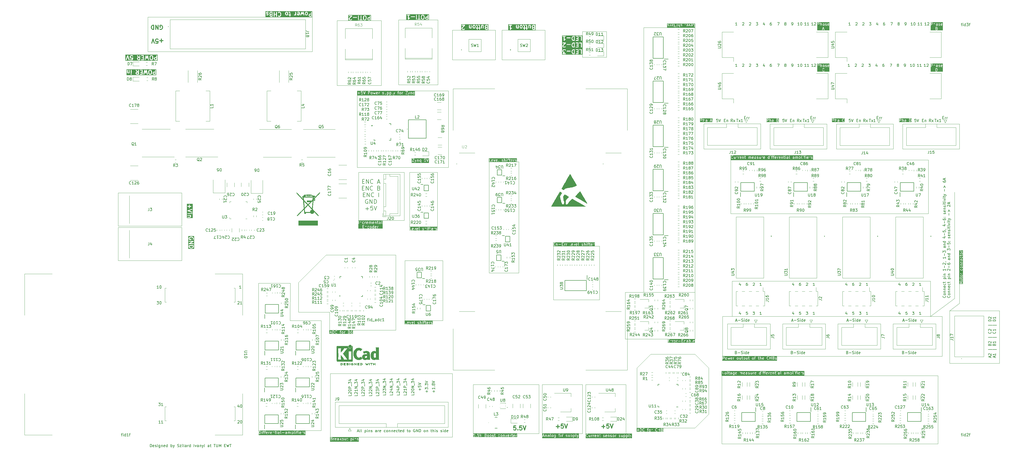
<source format=gbr>
%TF.GenerationSoftware,KiCad,Pcbnew,9.0.6-9.0.6~ubuntu24.04.1*%
%TF.CreationDate,2026-01-26T00:38:37+01:00*%
%TF.ProjectId,FPGA_Board_BA,46504741-5f42-46f6-9172-645f42412e6b,rev?*%
%TF.SameCoordinates,Original*%
%TF.FileFunction,Legend,Top*%
%TF.FilePolarity,Positive*%
%FSLAX46Y46*%
G04 Gerber Fmt 4.6, Leading zero omitted, Abs format (unit mm)*
G04 Created by KiCad (PCBNEW 9.0.6-9.0.6~ubuntu24.04.1) date 2026-01-26 00:38:37*
%MOMM*%
%LPD*%
G01*
G04 APERTURE LIST*
%ADD10C,0.100000*%
%ADD11C,0.150000*%
%ADD12C,0.300000*%
%ADD13C,0.200000*%
%ADD14C,0.120000*%
%ADD15C,0.010000*%
%ADD16C,0.250000*%
G04 APERTURE END LIST*
D10*
X228800000Y-185650000D02*
X228800000Y-207400000D01*
X233800000Y-180650000D02*
X228800000Y-185650000D01*
X249800000Y-180650000D02*
X233800000Y-180650000D01*
X254800000Y-185650000D02*
X249800000Y-180650000D01*
X254800000Y-202400000D02*
X254800000Y-185650000D01*
X254800000Y-202400000D02*
X249800000Y-207400000D01*
X228800000Y-207400000D02*
X249800000Y-207400000D01*
D11*
G36*
X230286477Y-207690020D02*
G01*
X230360590Y-207764133D01*
X230399083Y-207841120D01*
X230442467Y-208014654D01*
X230442467Y-208139043D01*
X230399083Y-208312577D01*
X230360589Y-208389564D01*
X230286477Y-208463677D01*
X230171964Y-208501849D01*
X230021039Y-208501849D01*
X230021039Y-207651849D01*
X230171964Y-207651849D01*
X230286477Y-207690020D01*
G37*
G36*
X233615898Y-208019440D02*
G01*
X233646305Y-208049847D01*
X233680563Y-208118363D01*
X233680563Y-208368667D01*
X233646304Y-208437183D01*
X233615897Y-208467591D01*
X233547382Y-208501849D01*
X233439935Y-208501849D01*
X233371419Y-208467591D01*
X233341012Y-208437183D01*
X233306754Y-208368667D01*
X233306754Y-208118363D01*
X233341012Y-208049847D01*
X233371419Y-208019440D01*
X233439935Y-207985182D01*
X233547382Y-207985182D01*
X233615898Y-208019440D01*
G37*
G36*
X238048383Y-208166210D02*
G01*
X238074877Y-208192704D01*
X238109135Y-208261220D01*
X238109135Y-208368667D01*
X238074876Y-208437183D01*
X238044469Y-208467591D01*
X237975954Y-208501849D01*
X237687707Y-208501849D01*
X237687707Y-208128039D01*
X237933870Y-208128039D01*
X238048383Y-208166210D01*
G37*
G36*
X237996851Y-207686107D02*
G01*
X238027258Y-207716514D01*
X238061516Y-207785030D01*
X238061516Y-207844858D01*
X238027258Y-207913374D01*
X237996851Y-207943781D01*
X237928335Y-207978039D01*
X237687707Y-207978039D01*
X237687707Y-207651849D01*
X237928335Y-207651849D01*
X237996851Y-207686107D01*
G37*
G36*
X229413410Y-208216134D02*
G01*
X229145334Y-208216134D01*
X229279372Y-207814019D01*
X229413410Y-208216134D01*
G37*
G36*
X238370246Y-208762960D02*
G01*
X228760517Y-208762960D01*
X228760517Y-208567469D01*
X228871628Y-208567469D01*
X228873703Y-208596659D01*
X228886789Y-208622832D01*
X228908896Y-208642006D01*
X228936659Y-208651260D01*
X228965849Y-208649185D01*
X228992022Y-208636099D01*
X229011196Y-208613992D01*
X229017190Y-208600566D01*
X229095334Y-208366134D01*
X229463410Y-208366134D01*
X229541554Y-208600566D01*
X229547548Y-208613991D01*
X229566722Y-208636098D01*
X229592895Y-208649185D01*
X229622085Y-208651260D01*
X229649847Y-208642006D01*
X229671955Y-208622832D01*
X229685041Y-208596658D01*
X229687116Y-208567468D01*
X229683856Y-208553132D01*
X229358429Y-207576849D01*
X229871039Y-207576849D01*
X229871039Y-208576849D01*
X229872480Y-208591481D01*
X229883679Y-208618517D01*
X229904371Y-208639209D01*
X229931407Y-208650408D01*
X229946039Y-208651849D01*
X230184134Y-208651849D01*
X230191539Y-208651119D01*
X230193514Y-208651260D01*
X230196111Y-208650669D01*
X230198766Y-208650408D01*
X230200597Y-208649649D01*
X230207851Y-208648000D01*
X230350708Y-208600381D01*
X230364133Y-208594387D01*
X230366168Y-208592621D01*
X230368659Y-208591590D01*
X230380024Y-208582263D01*
X230475263Y-208487023D01*
X230479980Y-208481274D01*
X230481479Y-208479975D01*
X230482900Y-208477716D01*
X230484590Y-208475658D01*
X230485347Y-208473828D01*
X230489311Y-208467532D01*
X230536930Y-208372294D01*
X230537339Y-208371224D01*
X230537662Y-208370789D01*
X230539854Y-208364652D01*
X230542185Y-208358563D01*
X230542223Y-208358022D01*
X230542609Y-208356943D01*
X230590228Y-208166467D01*
X230590603Y-208163930D01*
X230591026Y-208162909D01*
X230591568Y-208157396D01*
X230592378Y-208151923D01*
X230592215Y-208150830D01*
X230592467Y-208148277D01*
X230592467Y-208005420D01*
X230823420Y-208005420D01*
X230823420Y-208148277D01*
X230823671Y-208150830D01*
X230823509Y-208151923D01*
X230824318Y-208157396D01*
X230824861Y-208162909D01*
X230825283Y-208163930D01*
X230825659Y-208166467D01*
X230873278Y-208356943D01*
X230873663Y-208358022D01*
X230873702Y-208358562D01*
X230876029Y-208364643D01*
X230878225Y-208370789D01*
X230878547Y-208371224D01*
X230878957Y-208372294D01*
X230926576Y-208467532D01*
X230930539Y-208473828D01*
X230931297Y-208475658D01*
X230932986Y-208477716D01*
X230934408Y-208479975D01*
X230935906Y-208481274D01*
X230940625Y-208487024D01*
X231035863Y-208582263D01*
X231047228Y-208591591D01*
X231049718Y-208592622D01*
X231051753Y-208594387D01*
X231065179Y-208600381D01*
X231208035Y-208648000D01*
X231215290Y-208649649D01*
X231217121Y-208650408D01*
X231219774Y-208650669D01*
X231222372Y-208651260D01*
X231224346Y-208651119D01*
X231231753Y-208651849D01*
X231326991Y-208651849D01*
X231334396Y-208651119D01*
X231336371Y-208651260D01*
X231338968Y-208650669D01*
X231341623Y-208650408D01*
X231343454Y-208649649D01*
X231350708Y-208648000D01*
X231493565Y-208600381D01*
X231506990Y-208594387D01*
X231509025Y-208592621D01*
X231511516Y-208591590D01*
X231522882Y-208582262D01*
X231570500Y-208534643D01*
X231579828Y-208523277D01*
X231591026Y-208496241D01*
X231591026Y-208466978D01*
X231579827Y-208439942D01*
X231559134Y-208419249D01*
X231532098Y-208408051D01*
X231502835Y-208408051D01*
X231475799Y-208419250D01*
X231464433Y-208428578D01*
X231429334Y-208463677D01*
X231314821Y-208501849D01*
X231243923Y-208501849D01*
X231129410Y-208463678D01*
X231055297Y-208389564D01*
X231016803Y-208312577D01*
X230973420Y-208139043D01*
X230973420Y-208014654D01*
X231003196Y-207895550D01*
X232491528Y-207895550D01*
X232491528Y-207924814D01*
X232502727Y-207951850D01*
X232523419Y-207972542D01*
X232550455Y-207983741D01*
X232565087Y-207985182D01*
X232632944Y-207985182D01*
X232632944Y-208576849D01*
X232634385Y-208591481D01*
X232645584Y-208618517D01*
X232666276Y-208639209D01*
X232693312Y-208650408D01*
X232722576Y-208650408D01*
X232749612Y-208639209D01*
X232770304Y-208618517D01*
X232781503Y-208591481D01*
X232782944Y-208576849D01*
X232782944Y-208100658D01*
X233156754Y-208100658D01*
X233156754Y-208386372D01*
X233158195Y-208401004D01*
X233159226Y-208403493D01*
X233159417Y-208406181D01*
X233164672Y-208419913D01*
X233212291Y-208515151D01*
X233216254Y-208521447D01*
X233217012Y-208523277D01*
X233218701Y-208525335D01*
X233220123Y-208527594D01*
X233221621Y-208528893D01*
X233226339Y-208534642D01*
X233273958Y-208582262D01*
X233279707Y-208586980D01*
X233281008Y-208588480D01*
X233283267Y-208589902D01*
X233285324Y-208591590D01*
X233287151Y-208592347D01*
X233293451Y-208596312D01*
X233388689Y-208643931D01*
X233402420Y-208649186D01*
X233405109Y-208649377D01*
X233407598Y-208650408D01*
X233422230Y-208651849D01*
X233565087Y-208651849D01*
X233579719Y-208650408D01*
X233582208Y-208649376D01*
X233584896Y-208649186D01*
X233598628Y-208643931D01*
X233693866Y-208596312D01*
X233700165Y-208592347D01*
X233701993Y-208591590D01*
X233704049Y-208589902D01*
X233706309Y-208588480D01*
X233707609Y-208586980D01*
X233713359Y-208582262D01*
X233760977Y-208534643D01*
X233765695Y-208528893D01*
X233767194Y-208527594D01*
X233768615Y-208525335D01*
X233770305Y-208523277D01*
X233771062Y-208521447D01*
X233775026Y-208515151D01*
X233822645Y-208419913D01*
X233827900Y-208406182D01*
X233828091Y-208403492D01*
X233829122Y-208401004D01*
X233830563Y-208386372D01*
X233830563Y-208100658D01*
X233829122Y-208086026D01*
X233828091Y-208083537D01*
X233827900Y-208080848D01*
X233822645Y-208067117D01*
X233775026Y-207971879D01*
X233771061Y-207965579D01*
X233770304Y-207963752D01*
X233768615Y-207961695D01*
X233767194Y-207959436D01*
X233765695Y-207958136D01*
X233760977Y-207952387D01*
X233718772Y-207910182D01*
X234109135Y-207910182D01*
X234109135Y-208576849D01*
X234110576Y-208591481D01*
X234121775Y-208618517D01*
X234142467Y-208639209D01*
X234169503Y-208650408D01*
X234198767Y-208650408D01*
X234225803Y-208639209D01*
X234246495Y-208618517D01*
X234257694Y-208591481D01*
X234259135Y-208576849D01*
X234259135Y-208118363D01*
X234293393Y-208049847D01*
X234323800Y-208019440D01*
X234351840Y-208005420D01*
X235442469Y-208005420D01*
X235442469Y-208148277D01*
X235442720Y-208150830D01*
X235442558Y-208151923D01*
X235443367Y-208157396D01*
X235443910Y-208162909D01*
X235444332Y-208163930D01*
X235444708Y-208166467D01*
X235492327Y-208356943D01*
X235492712Y-208358022D01*
X235492751Y-208358562D01*
X235495078Y-208364643D01*
X235497274Y-208370789D01*
X235497596Y-208371224D01*
X235498006Y-208372294D01*
X235545625Y-208467532D01*
X235549588Y-208473828D01*
X235550346Y-208475658D01*
X235552035Y-208477716D01*
X235553457Y-208479975D01*
X235554955Y-208481274D01*
X235559674Y-208487024D01*
X235654912Y-208582263D01*
X235666277Y-208591591D01*
X235668767Y-208592622D01*
X235670802Y-208594387D01*
X235684228Y-208600381D01*
X235827084Y-208648000D01*
X235834339Y-208649649D01*
X235836170Y-208650408D01*
X235838823Y-208650669D01*
X235841421Y-208651260D01*
X235843395Y-208651119D01*
X235850802Y-208651849D01*
X235946040Y-208651849D01*
X235953445Y-208651119D01*
X235955420Y-208651260D01*
X235958017Y-208650669D01*
X235960672Y-208650408D01*
X235962503Y-208649649D01*
X235969757Y-208648000D01*
X236112614Y-208600381D01*
X236126039Y-208594387D01*
X236128074Y-208592621D01*
X236130565Y-208591590D01*
X236141931Y-208582262D01*
X236189549Y-208534643D01*
X236198877Y-208523277D01*
X236210075Y-208496241D01*
X236210075Y-208466978D01*
X236198876Y-208439942D01*
X236178183Y-208419249D01*
X236151147Y-208408051D01*
X236121884Y-208408051D01*
X236094848Y-208419250D01*
X236083482Y-208428578D01*
X236048383Y-208463677D01*
X235933870Y-208501849D01*
X235862972Y-208501849D01*
X235748459Y-208463678D01*
X235674346Y-208389564D01*
X235635852Y-208312577D01*
X235592469Y-208139043D01*
X235592469Y-208014654D01*
X235635852Y-207841120D01*
X235674346Y-207764133D01*
X235748459Y-207690020D01*
X235862972Y-207651849D01*
X235933870Y-207651849D01*
X236048383Y-207690020D01*
X236083483Y-207725120D01*
X236094848Y-207734447D01*
X236121884Y-207745646D01*
X236151147Y-207745646D01*
X236178183Y-207734447D01*
X236198876Y-207713754D01*
X236210075Y-207686718D01*
X236210075Y-207657455D01*
X236198876Y-207630419D01*
X236189549Y-207619054D01*
X236147344Y-207576849D01*
X236490088Y-207576849D01*
X236490088Y-208576849D01*
X236491529Y-208591481D01*
X236502728Y-208618517D01*
X236523420Y-208639209D01*
X236550456Y-208650408D01*
X236579720Y-208650408D01*
X236606756Y-208639209D01*
X236627448Y-208618517D01*
X236638647Y-208591481D01*
X236640088Y-208576849D01*
X236640088Y-208128039D01*
X237061516Y-208128039D01*
X237061516Y-208576849D01*
X237062957Y-208591481D01*
X237074156Y-208618517D01*
X237094848Y-208639209D01*
X237121884Y-208650408D01*
X237151148Y-208650408D01*
X237178184Y-208639209D01*
X237198876Y-208618517D01*
X237210075Y-208591481D01*
X237211516Y-208576849D01*
X237211516Y-207576849D01*
X237537707Y-207576849D01*
X237537707Y-208576849D01*
X237539148Y-208591481D01*
X237550347Y-208618517D01*
X237571039Y-208639209D01*
X237598075Y-208650408D01*
X237612707Y-208651849D01*
X237993659Y-208651849D01*
X238008291Y-208650408D01*
X238010780Y-208649376D01*
X238013468Y-208649186D01*
X238027200Y-208643931D01*
X238122438Y-208596312D01*
X238128737Y-208592347D01*
X238130565Y-208591590D01*
X238132621Y-208589902D01*
X238134881Y-208588480D01*
X238136181Y-208586980D01*
X238141931Y-208582262D01*
X238189549Y-208534643D01*
X238194267Y-208528893D01*
X238195766Y-208527594D01*
X238197187Y-208525335D01*
X238198877Y-208523277D01*
X238199634Y-208521447D01*
X238203598Y-208515151D01*
X238251217Y-208419913D01*
X238256472Y-208406182D01*
X238256663Y-208403492D01*
X238257694Y-208401004D01*
X238259135Y-208386372D01*
X238259135Y-208243515D01*
X238257694Y-208228883D01*
X238256663Y-208226394D01*
X238256472Y-208223705D01*
X238251217Y-208209974D01*
X238203598Y-208114736D01*
X238199633Y-208108436D01*
X238198876Y-208106609D01*
X238197187Y-208104552D01*
X238195766Y-208102293D01*
X238194267Y-208100993D01*
X238189549Y-208095244D01*
X238141930Y-208047625D01*
X238130565Y-208038298D01*
X238128074Y-208037266D01*
X238126039Y-208035501D01*
X238119971Y-208032792D01*
X238141930Y-208010834D01*
X238146648Y-208005084D01*
X238148147Y-208003785D01*
X238149568Y-208001525D01*
X238151257Y-207999469D01*
X238152014Y-207997641D01*
X238155979Y-207991342D01*
X238203598Y-207896104D01*
X238208853Y-207882373D01*
X238209044Y-207879683D01*
X238210075Y-207877195D01*
X238211516Y-207862563D01*
X238211516Y-207767325D01*
X238210075Y-207752693D01*
X238209044Y-207750204D01*
X238208853Y-207747515D01*
X238203598Y-207733784D01*
X238155979Y-207638546D01*
X238152014Y-207632246D01*
X238151257Y-207630419D01*
X238149568Y-207628362D01*
X238148147Y-207626103D01*
X238146648Y-207624803D01*
X238141930Y-207619054D01*
X238094311Y-207571435D01*
X238088561Y-207566716D01*
X238087262Y-207565218D01*
X238085002Y-207563796D01*
X238082946Y-207562108D01*
X238081118Y-207561350D01*
X238074819Y-207557386D01*
X237979581Y-207509767D01*
X237965849Y-207504512D01*
X237963161Y-207504321D01*
X237960672Y-207503290D01*
X237946040Y-207501849D01*
X237612707Y-207501849D01*
X237598075Y-207503290D01*
X237571039Y-207514489D01*
X237550347Y-207535181D01*
X237539148Y-207562217D01*
X237537707Y-207576849D01*
X237211516Y-207576849D01*
X237210075Y-207562217D01*
X237198876Y-207535181D01*
X237178184Y-207514489D01*
X237151148Y-207503290D01*
X237121884Y-207503290D01*
X237094848Y-207514489D01*
X237074156Y-207535181D01*
X237062957Y-207562217D01*
X237061516Y-207576849D01*
X237061516Y-207978039D01*
X236640088Y-207978039D01*
X236640088Y-207576849D01*
X236638647Y-207562217D01*
X236627448Y-207535181D01*
X236606756Y-207514489D01*
X236579720Y-207503290D01*
X236550456Y-207503290D01*
X236523420Y-207514489D01*
X236502728Y-207535181D01*
X236491529Y-207562217D01*
X236490088Y-207576849D01*
X236147344Y-207576849D01*
X236141930Y-207571435D01*
X236130565Y-207562108D01*
X236128074Y-207561076D01*
X236126039Y-207559311D01*
X236112614Y-207553317D01*
X235969757Y-207505698D01*
X235962503Y-207504048D01*
X235960672Y-207503290D01*
X235958017Y-207503028D01*
X235955420Y-207502438D01*
X235953445Y-207502578D01*
X235946040Y-207501849D01*
X235850802Y-207501849D01*
X235843395Y-207502578D01*
X235841421Y-207502438D01*
X235838823Y-207503028D01*
X235836170Y-207503290D01*
X235834339Y-207504048D01*
X235827084Y-207505698D01*
X235684228Y-207553317D01*
X235670802Y-207559311D01*
X235668767Y-207561075D01*
X235666277Y-207562107D01*
X235654912Y-207571435D01*
X235559674Y-207666673D01*
X235554955Y-207672422D01*
X235553457Y-207673722D01*
X235552035Y-207675981D01*
X235550347Y-207678038D01*
X235549589Y-207679865D01*
X235545625Y-207686165D01*
X235498006Y-207781403D01*
X235497596Y-207782472D01*
X235497274Y-207782908D01*
X235495078Y-207789053D01*
X235492751Y-207795135D01*
X235492712Y-207795674D01*
X235492327Y-207796754D01*
X235444708Y-207987230D01*
X235444332Y-207989766D01*
X235443910Y-207990788D01*
X235443367Y-207996300D01*
X235442558Y-208001774D01*
X235442720Y-208002866D01*
X235442469Y-208005420D01*
X234351840Y-208005420D01*
X234392316Y-207985182D01*
X234469849Y-207985182D01*
X234484481Y-207983741D01*
X234511517Y-207972542D01*
X234532209Y-207951850D01*
X234543408Y-207924814D01*
X234543408Y-207895550D01*
X234532209Y-207868514D01*
X234511517Y-207847822D01*
X234484481Y-207836623D01*
X234469849Y-207835182D01*
X234374611Y-207835182D01*
X234359979Y-207836623D01*
X234357490Y-207837653D01*
X234354801Y-207837845D01*
X234341070Y-207843100D01*
X234254000Y-207886634D01*
X234246495Y-207868514D01*
X234225803Y-207847822D01*
X234198767Y-207836623D01*
X234169503Y-207836623D01*
X234142467Y-207847822D01*
X234121775Y-207868514D01*
X234110576Y-207895550D01*
X234109135Y-207910182D01*
X233718772Y-207910182D01*
X233713358Y-207904768D01*
X233707608Y-207900049D01*
X233706309Y-207898551D01*
X233704049Y-207897129D01*
X233701993Y-207895441D01*
X233700165Y-207894683D01*
X233693866Y-207890719D01*
X233598628Y-207843100D01*
X233584896Y-207837845D01*
X233582208Y-207837654D01*
X233579719Y-207836623D01*
X233565087Y-207835182D01*
X233422230Y-207835182D01*
X233407598Y-207836623D01*
X233405109Y-207837653D01*
X233402420Y-207837845D01*
X233388689Y-207843100D01*
X233293451Y-207890719D01*
X233287151Y-207894683D01*
X233285324Y-207895441D01*
X233283267Y-207897129D01*
X233281008Y-207898551D01*
X233279708Y-207900049D01*
X233273959Y-207904768D01*
X233226340Y-207952387D01*
X233221621Y-207958136D01*
X233220123Y-207959436D01*
X233218701Y-207961695D01*
X233217013Y-207963752D01*
X233216255Y-207965579D01*
X233212291Y-207971879D01*
X233164672Y-208067117D01*
X233159417Y-208080849D01*
X233159226Y-208083536D01*
X233158195Y-208086026D01*
X233156754Y-208100658D01*
X232782944Y-208100658D01*
X232782944Y-207985182D01*
X232946039Y-207985182D01*
X232960671Y-207983741D01*
X232987707Y-207972542D01*
X233008399Y-207951850D01*
X233019598Y-207924814D01*
X233019598Y-207895550D01*
X233008399Y-207868514D01*
X232987707Y-207847822D01*
X232960671Y-207836623D01*
X232946039Y-207835182D01*
X232782944Y-207835182D01*
X232782944Y-207737411D01*
X232811464Y-207680369D01*
X232868506Y-207651849D01*
X232946039Y-207651849D01*
X232960671Y-207650408D01*
X232987707Y-207639209D01*
X233008399Y-207618517D01*
X233019598Y-207591481D01*
X233019598Y-207562217D01*
X233008399Y-207535181D01*
X232987707Y-207514489D01*
X232960671Y-207503290D01*
X232946039Y-207501849D01*
X232850801Y-207501849D01*
X232836169Y-207503290D01*
X232833680Y-207504320D01*
X232830991Y-207504512D01*
X232817260Y-207509767D01*
X232722022Y-207557386D01*
X232719574Y-207558926D01*
X232718421Y-207559311D01*
X232716984Y-207560556D01*
X232709579Y-207565218D01*
X232703417Y-207572322D01*
X232696313Y-207578484D01*
X232691651Y-207585889D01*
X232690406Y-207587326D01*
X232690021Y-207588479D01*
X232688481Y-207590927D01*
X232640862Y-207686165D01*
X232635607Y-207699897D01*
X232635416Y-207702584D01*
X232634385Y-207705074D01*
X232632944Y-207719706D01*
X232632944Y-207835182D01*
X232565087Y-207835182D01*
X232550455Y-207836623D01*
X232523419Y-207847822D01*
X232502727Y-207868514D01*
X232491528Y-207895550D01*
X231003196Y-207895550D01*
X231016803Y-207841120D01*
X231055297Y-207764133D01*
X231129410Y-207690020D01*
X231243923Y-207651849D01*
X231314821Y-207651849D01*
X231429334Y-207690020D01*
X231464434Y-207725120D01*
X231475799Y-207734447D01*
X231502835Y-207745646D01*
X231532098Y-207745646D01*
X231559134Y-207734447D01*
X231579827Y-207713754D01*
X231591026Y-207686718D01*
X231591026Y-207657455D01*
X231579827Y-207630419D01*
X231570500Y-207619054D01*
X231522881Y-207571435D01*
X231511516Y-207562108D01*
X231509025Y-207561076D01*
X231506990Y-207559311D01*
X231493565Y-207553317D01*
X231350708Y-207505698D01*
X231343454Y-207504048D01*
X231341623Y-207503290D01*
X231338968Y-207503028D01*
X231336371Y-207502438D01*
X231334396Y-207502578D01*
X231326991Y-207501849D01*
X231231753Y-207501849D01*
X231224346Y-207502578D01*
X231222372Y-207502438D01*
X231219774Y-207503028D01*
X231217121Y-207503290D01*
X231215290Y-207504048D01*
X231208035Y-207505698D01*
X231065179Y-207553317D01*
X231051753Y-207559311D01*
X231049718Y-207561075D01*
X231047228Y-207562107D01*
X231035863Y-207571435D01*
X230940625Y-207666673D01*
X230935906Y-207672422D01*
X230934408Y-207673722D01*
X230932986Y-207675981D01*
X230931298Y-207678038D01*
X230930540Y-207679865D01*
X230926576Y-207686165D01*
X230878957Y-207781403D01*
X230878547Y-207782472D01*
X230878225Y-207782908D01*
X230876029Y-207789053D01*
X230873702Y-207795135D01*
X230873663Y-207795674D01*
X230873278Y-207796754D01*
X230825659Y-207987230D01*
X230825283Y-207989766D01*
X230824861Y-207990788D01*
X230824318Y-207996300D01*
X230823509Y-208001774D01*
X230823671Y-208002866D01*
X230823420Y-208005420D01*
X230592467Y-208005420D01*
X230592215Y-208002866D01*
X230592378Y-208001774D01*
X230591568Y-207996300D01*
X230591026Y-207990788D01*
X230590603Y-207989766D01*
X230590228Y-207987230D01*
X230542609Y-207796754D01*
X230542223Y-207795674D01*
X230542185Y-207795134D01*
X230539854Y-207789044D01*
X230537662Y-207782908D01*
X230537339Y-207782472D01*
X230536930Y-207781403D01*
X230489311Y-207686165D01*
X230485348Y-207679870D01*
X230484590Y-207678038D01*
X230482898Y-207675976D01*
X230481479Y-207673722D01*
X230479982Y-207672423D01*
X230475262Y-207666673D01*
X230380024Y-207571435D01*
X230368659Y-207562108D01*
X230366168Y-207561076D01*
X230364133Y-207559311D01*
X230350708Y-207553317D01*
X230207851Y-207505698D01*
X230200597Y-207504048D01*
X230198766Y-207503290D01*
X230196111Y-207503028D01*
X230193514Y-207502438D01*
X230191539Y-207502578D01*
X230184134Y-207501849D01*
X229946039Y-207501849D01*
X229931407Y-207503290D01*
X229904371Y-207514489D01*
X229883679Y-207535181D01*
X229872480Y-207562217D01*
X229871039Y-207576849D01*
X229358429Y-207576849D01*
X229350523Y-207553132D01*
X229344529Y-207539706D01*
X229341017Y-207535657D01*
X229338622Y-207530866D01*
X229331518Y-207524704D01*
X229325355Y-207517599D01*
X229320561Y-207515202D01*
X229316514Y-207511692D01*
X229307592Y-207508718D01*
X229299182Y-207504513D01*
X229293837Y-207504133D01*
X229288752Y-207502438D01*
X229279372Y-207503104D01*
X229269992Y-207502438D01*
X229264906Y-207504133D01*
X229259562Y-207504513D01*
X229251154Y-207508717D01*
X229242229Y-207511692D01*
X229238178Y-207515205D01*
X229233389Y-207517600D01*
X229227230Y-207524700D01*
X229220122Y-207530866D01*
X229217725Y-207535659D01*
X229214215Y-207539707D01*
X229208221Y-207553132D01*
X228874888Y-208553132D01*
X228871628Y-208567469D01*
X228760517Y-208567469D01*
X228760517Y-207390738D01*
X238370246Y-207390738D01*
X238370246Y-208762960D01*
G37*
G36*
X326145112Y-96175847D02*
G01*
X326107169Y-96194819D01*
X325904484Y-96194819D01*
X325847442Y-96166298D01*
X325818922Y-96109256D01*
X325818922Y-96049428D01*
X325847442Y-95992386D01*
X325904484Y-95963866D01*
X326124874Y-95963866D01*
X326139506Y-95962425D01*
X326141995Y-95961393D01*
X326144683Y-95961203D01*
X326145112Y-95961038D01*
X326145112Y-96175847D01*
G37*
G36*
X327798646Y-95382990D02*
G01*
X327872759Y-95457103D01*
X327911252Y-95534090D01*
X327954636Y-95707624D01*
X327954636Y-95832013D01*
X327911252Y-96005547D01*
X327872758Y-96082534D01*
X327798646Y-96156647D01*
X327684133Y-96194819D01*
X327533208Y-96194819D01*
X327533208Y-95344819D01*
X327684133Y-95344819D01*
X327798646Y-95382990D01*
G37*
G36*
X324318542Y-95379077D02*
G01*
X324348949Y-95409484D01*
X324383207Y-95478000D01*
X324383207Y-95585447D01*
X324348949Y-95653963D01*
X324318542Y-95684370D01*
X324250026Y-95718628D01*
X323961779Y-95718628D01*
X323961779Y-95344819D01*
X324250026Y-95344819D01*
X324318542Y-95379077D01*
G37*
G36*
X328215747Y-96455930D02*
G01*
X323700668Y-96455930D01*
X323700668Y-95269819D01*
X323811779Y-95269819D01*
X323811779Y-96269819D01*
X323813220Y-96284451D01*
X323824419Y-96311487D01*
X323845111Y-96332179D01*
X323872147Y-96343378D01*
X323901411Y-96343378D01*
X323928447Y-96332179D01*
X323949139Y-96311487D01*
X323960338Y-96284451D01*
X323961779Y-96269819D01*
X323961779Y-95868628D01*
X324267731Y-95868628D01*
X324282363Y-95867187D01*
X324284852Y-95866155D01*
X324287540Y-95865965D01*
X324301272Y-95860710D01*
X324396510Y-95813091D01*
X324402809Y-95809126D01*
X324404637Y-95808369D01*
X324406693Y-95806680D01*
X324408953Y-95805259D01*
X324410252Y-95803760D01*
X324416002Y-95799042D01*
X324463621Y-95751423D01*
X324468339Y-95745673D01*
X324469838Y-95744374D01*
X324471259Y-95742114D01*
X324472948Y-95740058D01*
X324473705Y-95738230D01*
X324477670Y-95731931D01*
X324525289Y-95636693D01*
X324530544Y-95622962D01*
X324530735Y-95620272D01*
X324531766Y-95617784D01*
X324533207Y-95603152D01*
X324533207Y-95460295D01*
X324531766Y-95445663D01*
X324530735Y-95443174D01*
X324530544Y-95440485D01*
X324525289Y-95426754D01*
X324477670Y-95331516D01*
X324473705Y-95325216D01*
X324472948Y-95323389D01*
X324471259Y-95321332D01*
X324469838Y-95319073D01*
X324468339Y-95317773D01*
X324463621Y-95312024D01*
X324421416Y-95269819D01*
X324811779Y-95269819D01*
X324811779Y-96269819D01*
X324813220Y-96284451D01*
X324824419Y-96311487D01*
X324845111Y-96332179D01*
X324872147Y-96343378D01*
X324901411Y-96343378D01*
X324928447Y-96332179D01*
X324949139Y-96311487D01*
X324960338Y-96284451D01*
X324961779Y-96269819D01*
X324961779Y-95729456D01*
X324978825Y-95712410D01*
X325047341Y-95678152D01*
X325154788Y-95678152D01*
X325211829Y-95706672D01*
X325240350Y-95763714D01*
X325240350Y-96269819D01*
X325241791Y-96284451D01*
X325252990Y-96311487D01*
X325273682Y-96332179D01*
X325300718Y-96343378D01*
X325329982Y-96343378D01*
X325357018Y-96332179D01*
X325377710Y-96311487D01*
X325388909Y-96284451D01*
X325390350Y-96269819D01*
X325390350Y-96031723D01*
X325668922Y-96031723D01*
X325668922Y-96126961D01*
X325670363Y-96141593D01*
X325671394Y-96144082D01*
X325671585Y-96146770D01*
X325676840Y-96160502D01*
X325724459Y-96255741D01*
X325725999Y-96258187D01*
X325726384Y-96259342D01*
X325727630Y-96260779D01*
X325732291Y-96268183D01*
X325739393Y-96274342D01*
X325745557Y-96281450D01*
X325752962Y-96286111D01*
X325754399Y-96287357D01*
X325755552Y-96287741D01*
X325758000Y-96289282D01*
X325853238Y-96336901D01*
X325866969Y-96342156D01*
X325869658Y-96342347D01*
X325872147Y-96343378D01*
X325886779Y-96344819D01*
X326124874Y-96344819D01*
X326139506Y-96343378D01*
X326141995Y-96342346D01*
X326144683Y-96342156D01*
X326158415Y-96336901D01*
X326174915Y-96328650D01*
X326178444Y-96332179D01*
X326205480Y-96343378D01*
X326234744Y-96343378D01*
X326261780Y-96332179D01*
X326282472Y-96311487D01*
X326293671Y-96284451D01*
X326295112Y-96269819D01*
X326295112Y-95746009D01*
X326293671Y-95731377D01*
X326292640Y-95728888D01*
X326292449Y-95726199D01*
X326287194Y-95712468D01*
X326239575Y-95617230D01*
X326238034Y-95614782D01*
X326237650Y-95613629D01*
X326236404Y-95612192D01*
X326231743Y-95604787D01*
X326224638Y-95598625D01*
X326218477Y-95591521D01*
X326211071Y-95586859D01*
X326209635Y-95585614D01*
X326208481Y-95585229D01*
X326206034Y-95583689D01*
X326110796Y-95536070D01*
X326097064Y-95530815D01*
X326094376Y-95530624D01*
X326091887Y-95529593D01*
X326077255Y-95528152D01*
X325886779Y-95528152D01*
X325872147Y-95529593D01*
X325869658Y-95530623D01*
X325866969Y-95530815D01*
X325853238Y-95536070D01*
X325758000Y-95583689D01*
X325745557Y-95591521D01*
X325726384Y-95613629D01*
X325717130Y-95641390D01*
X325719204Y-95670580D01*
X325732291Y-95696755D01*
X325754399Y-95715928D01*
X325782160Y-95725182D01*
X325811350Y-95723108D01*
X325825082Y-95717853D01*
X325904484Y-95678152D01*
X326059550Y-95678152D01*
X326116591Y-95706672D01*
X326145112Y-95763714D01*
X326145112Y-95794894D01*
X326107169Y-95813866D01*
X325886779Y-95813866D01*
X325872147Y-95815307D01*
X325869658Y-95816337D01*
X325866969Y-95816529D01*
X325853238Y-95821784D01*
X325758000Y-95869403D01*
X325755552Y-95870943D01*
X325754399Y-95871328D01*
X325752962Y-95872573D01*
X325745557Y-95877235D01*
X325739395Y-95884339D01*
X325732291Y-95890501D01*
X325727629Y-95897906D01*
X325726384Y-95899343D01*
X325725999Y-95900496D01*
X325724459Y-95902944D01*
X325676840Y-95998182D01*
X325671585Y-96011914D01*
X325671394Y-96014601D01*
X325670363Y-96017091D01*
X325668922Y-96031723D01*
X325390350Y-96031723D01*
X325390350Y-95746009D01*
X325388909Y-95731377D01*
X325387878Y-95728888D01*
X325387687Y-95726199D01*
X325382432Y-95712468D01*
X325334813Y-95617230D01*
X325333272Y-95614782D01*
X325332888Y-95613629D01*
X325331642Y-95612192D01*
X325326981Y-95604787D01*
X325319876Y-95598625D01*
X325313715Y-95591521D01*
X325306309Y-95586859D01*
X325304873Y-95585614D01*
X325303719Y-95585229D01*
X325301272Y-95583689D01*
X325206034Y-95536070D01*
X325192302Y-95530815D01*
X325189614Y-95530624D01*
X325187125Y-95529593D01*
X325172493Y-95528152D01*
X325029636Y-95528152D01*
X325015004Y-95529593D01*
X325012515Y-95530623D01*
X325009826Y-95530815D01*
X324996095Y-95536070D01*
X324961779Y-95553228D01*
X324961779Y-95269819D01*
X327383208Y-95269819D01*
X327383208Y-96269819D01*
X327384649Y-96284451D01*
X327395848Y-96311487D01*
X327416540Y-96332179D01*
X327443576Y-96343378D01*
X327458208Y-96344819D01*
X327696303Y-96344819D01*
X327703708Y-96344089D01*
X327705683Y-96344230D01*
X327708280Y-96343639D01*
X327710935Y-96343378D01*
X327712766Y-96342619D01*
X327720020Y-96340970D01*
X327862877Y-96293351D01*
X327876302Y-96287357D01*
X327878337Y-96285591D01*
X327880828Y-96284560D01*
X327892193Y-96275233D01*
X327987432Y-96179993D01*
X327992149Y-96174244D01*
X327993648Y-96172945D01*
X327995069Y-96170686D01*
X327996759Y-96168628D01*
X327997516Y-96166798D01*
X328001480Y-96160502D01*
X328049099Y-96065264D01*
X328049508Y-96064194D01*
X328049831Y-96063759D01*
X328052023Y-96057622D01*
X328054354Y-96051533D01*
X328054392Y-96050992D01*
X328054778Y-96049913D01*
X328102397Y-95859437D01*
X328102772Y-95856900D01*
X328103195Y-95855879D01*
X328103737Y-95850366D01*
X328104547Y-95844893D01*
X328104384Y-95843800D01*
X328104636Y-95841247D01*
X328104636Y-95698390D01*
X328104384Y-95695836D01*
X328104547Y-95694744D01*
X328103737Y-95689270D01*
X328103195Y-95683758D01*
X328102772Y-95682736D01*
X328102397Y-95680200D01*
X328054778Y-95489724D01*
X328054392Y-95488644D01*
X328054354Y-95488104D01*
X328052023Y-95482014D01*
X328049831Y-95475878D01*
X328049508Y-95475442D01*
X328049099Y-95474373D01*
X328001480Y-95379135D01*
X327997517Y-95372840D01*
X327996759Y-95371008D01*
X327995067Y-95368946D01*
X327993648Y-95366692D01*
X327992151Y-95365393D01*
X327987431Y-95359643D01*
X327892193Y-95264405D01*
X327880828Y-95255078D01*
X327878337Y-95254046D01*
X327876302Y-95252281D01*
X327862877Y-95246287D01*
X327720020Y-95198668D01*
X327712766Y-95197018D01*
X327710935Y-95196260D01*
X327708280Y-95195998D01*
X327705683Y-95195408D01*
X327703708Y-95195548D01*
X327696303Y-95194819D01*
X327458208Y-95194819D01*
X327443576Y-95196260D01*
X327416540Y-95207459D01*
X327395848Y-95228151D01*
X327384649Y-95255187D01*
X327383208Y-95269819D01*
X324961779Y-95269819D01*
X324960338Y-95255187D01*
X324949139Y-95228151D01*
X324928447Y-95207459D01*
X324901411Y-95196260D01*
X324872147Y-95196260D01*
X324845111Y-95207459D01*
X324824419Y-95228151D01*
X324813220Y-95255187D01*
X324811779Y-95269819D01*
X324421416Y-95269819D01*
X324416002Y-95264405D01*
X324410252Y-95259686D01*
X324408953Y-95258188D01*
X324406693Y-95256766D01*
X324404637Y-95255078D01*
X324402809Y-95254320D01*
X324396510Y-95250356D01*
X324301272Y-95202737D01*
X324287540Y-95197482D01*
X324284852Y-95197291D01*
X324282363Y-95196260D01*
X324267731Y-95194819D01*
X323886779Y-95194819D01*
X323872147Y-95196260D01*
X323845111Y-95207459D01*
X323824419Y-95228151D01*
X323813220Y-95255187D01*
X323811779Y-95269819D01*
X323700668Y-95269819D01*
X323700668Y-95083708D01*
X328215747Y-95083708D01*
X328215747Y-96455930D01*
G37*
G36*
X301895112Y-96175847D02*
G01*
X301857169Y-96194819D01*
X301654484Y-96194819D01*
X301597442Y-96166298D01*
X301568922Y-96109256D01*
X301568922Y-96049428D01*
X301597442Y-95992386D01*
X301654484Y-95963866D01*
X301874874Y-95963866D01*
X301889506Y-95962425D01*
X301891995Y-95961393D01*
X301894683Y-95961203D01*
X301895112Y-95961038D01*
X301895112Y-96175847D01*
G37*
G36*
X300068542Y-95379077D02*
G01*
X300098949Y-95409484D01*
X300133207Y-95478000D01*
X300133207Y-95585447D01*
X300098949Y-95653963D01*
X300068542Y-95684370D01*
X300000026Y-95718628D01*
X299711779Y-95718628D01*
X299711779Y-95344819D01*
X300000026Y-95344819D01*
X300068542Y-95379077D01*
G37*
G36*
X303964306Y-96455930D02*
G01*
X299450668Y-96455930D01*
X299450668Y-95269819D01*
X299561779Y-95269819D01*
X299561779Y-96269819D01*
X299563220Y-96284451D01*
X299574419Y-96311487D01*
X299595111Y-96332179D01*
X299622147Y-96343378D01*
X299651411Y-96343378D01*
X299678447Y-96332179D01*
X299699139Y-96311487D01*
X299710338Y-96284451D01*
X299711779Y-96269819D01*
X299711779Y-95868628D01*
X300017731Y-95868628D01*
X300032363Y-95867187D01*
X300034852Y-95866155D01*
X300037540Y-95865965D01*
X300051272Y-95860710D01*
X300146510Y-95813091D01*
X300152809Y-95809126D01*
X300154637Y-95808369D01*
X300156693Y-95806680D01*
X300158953Y-95805259D01*
X300160252Y-95803760D01*
X300166002Y-95799042D01*
X300213621Y-95751423D01*
X300218339Y-95745673D01*
X300219838Y-95744374D01*
X300221259Y-95742114D01*
X300222948Y-95740058D01*
X300223705Y-95738230D01*
X300227670Y-95731931D01*
X300275289Y-95636693D01*
X300280544Y-95622962D01*
X300280735Y-95620272D01*
X300281766Y-95617784D01*
X300283207Y-95603152D01*
X300283207Y-95460295D01*
X300281766Y-95445663D01*
X300280735Y-95443174D01*
X300280544Y-95440485D01*
X300275289Y-95426754D01*
X300227670Y-95331516D01*
X300223705Y-95325216D01*
X300222948Y-95323389D01*
X300221259Y-95321332D01*
X300219838Y-95319073D01*
X300218339Y-95317773D01*
X300213621Y-95312024D01*
X300171416Y-95269819D01*
X300561779Y-95269819D01*
X300561779Y-96269819D01*
X300563220Y-96284451D01*
X300574419Y-96311487D01*
X300595111Y-96332179D01*
X300622147Y-96343378D01*
X300651411Y-96343378D01*
X300678447Y-96332179D01*
X300699139Y-96311487D01*
X300710338Y-96284451D01*
X300711779Y-96269819D01*
X300711779Y-95729456D01*
X300728825Y-95712410D01*
X300797341Y-95678152D01*
X300904788Y-95678152D01*
X300961829Y-95706672D01*
X300990350Y-95763714D01*
X300990350Y-96269819D01*
X300991791Y-96284451D01*
X301002990Y-96311487D01*
X301023682Y-96332179D01*
X301050718Y-96343378D01*
X301079982Y-96343378D01*
X301107018Y-96332179D01*
X301127710Y-96311487D01*
X301138909Y-96284451D01*
X301140350Y-96269819D01*
X301140350Y-96031723D01*
X301418922Y-96031723D01*
X301418922Y-96126961D01*
X301420363Y-96141593D01*
X301421394Y-96144082D01*
X301421585Y-96146770D01*
X301426840Y-96160502D01*
X301474459Y-96255741D01*
X301475999Y-96258187D01*
X301476384Y-96259342D01*
X301477630Y-96260779D01*
X301482291Y-96268183D01*
X301489393Y-96274342D01*
X301495557Y-96281450D01*
X301502962Y-96286111D01*
X301504399Y-96287357D01*
X301505552Y-96287741D01*
X301508000Y-96289282D01*
X301603238Y-96336901D01*
X301616969Y-96342156D01*
X301619658Y-96342347D01*
X301622147Y-96343378D01*
X301636779Y-96344819D01*
X301874874Y-96344819D01*
X301889506Y-96343378D01*
X301891995Y-96342346D01*
X301894683Y-96342156D01*
X301908415Y-96336901D01*
X301924915Y-96328650D01*
X301928444Y-96332179D01*
X301955480Y-96343378D01*
X301984744Y-96343378D01*
X302011780Y-96332179D01*
X302032472Y-96311487D01*
X302043671Y-96284451D01*
X302045112Y-96269819D01*
X302045112Y-95746009D01*
X302043671Y-95731377D01*
X302042640Y-95728888D01*
X302042449Y-95726199D01*
X302037194Y-95712468D01*
X302030155Y-95698390D01*
X303085589Y-95698390D01*
X303085589Y-95841247D01*
X303085840Y-95843800D01*
X303085678Y-95844893D01*
X303086487Y-95850366D01*
X303087030Y-95855879D01*
X303087452Y-95856900D01*
X303087828Y-95859437D01*
X303135447Y-96049913D01*
X303135832Y-96050992D01*
X303135871Y-96051532D01*
X303138198Y-96057613D01*
X303140394Y-96063759D01*
X303140716Y-96064194D01*
X303141126Y-96065264D01*
X303188745Y-96160502D01*
X303192708Y-96166798D01*
X303193466Y-96168628D01*
X303195155Y-96170686D01*
X303196577Y-96172945D01*
X303198075Y-96174244D01*
X303202794Y-96179994D01*
X303298032Y-96275233D01*
X303309397Y-96284561D01*
X303311887Y-96285592D01*
X303313922Y-96287357D01*
X303327348Y-96293351D01*
X303470204Y-96340970D01*
X303477459Y-96342619D01*
X303479290Y-96343378D01*
X303481943Y-96343639D01*
X303484541Y-96344230D01*
X303486515Y-96344089D01*
X303493922Y-96344819D01*
X303589160Y-96344819D01*
X303596565Y-96344089D01*
X303598540Y-96344230D01*
X303601137Y-96343639D01*
X303603792Y-96343378D01*
X303605623Y-96342619D01*
X303612877Y-96340970D01*
X303755734Y-96293351D01*
X303769159Y-96287357D01*
X303771194Y-96285591D01*
X303773685Y-96284560D01*
X303785051Y-96275232D01*
X303832669Y-96227613D01*
X303841997Y-96216247D01*
X303853195Y-96189211D01*
X303853195Y-96159948D01*
X303841996Y-96132912D01*
X303821303Y-96112219D01*
X303794267Y-96101021D01*
X303765004Y-96101021D01*
X303737968Y-96112220D01*
X303726602Y-96121548D01*
X303691503Y-96156647D01*
X303576990Y-96194819D01*
X303506092Y-96194819D01*
X303391579Y-96156648D01*
X303317466Y-96082534D01*
X303278972Y-96005547D01*
X303235589Y-95832013D01*
X303235589Y-95707624D01*
X303278972Y-95534090D01*
X303317466Y-95457103D01*
X303391579Y-95382990D01*
X303506092Y-95344819D01*
X303576990Y-95344819D01*
X303691503Y-95382990D01*
X303726603Y-95418090D01*
X303737968Y-95427417D01*
X303765004Y-95438616D01*
X303794267Y-95438616D01*
X303821303Y-95427417D01*
X303841996Y-95406724D01*
X303853195Y-95379688D01*
X303853195Y-95350425D01*
X303841996Y-95323389D01*
X303832669Y-95312024D01*
X303785050Y-95264405D01*
X303773685Y-95255078D01*
X303771194Y-95254046D01*
X303769159Y-95252281D01*
X303755734Y-95246287D01*
X303612877Y-95198668D01*
X303605623Y-95197018D01*
X303603792Y-95196260D01*
X303601137Y-95195998D01*
X303598540Y-95195408D01*
X303596565Y-95195548D01*
X303589160Y-95194819D01*
X303493922Y-95194819D01*
X303486515Y-95195548D01*
X303484541Y-95195408D01*
X303481943Y-95195998D01*
X303479290Y-95196260D01*
X303477459Y-95197018D01*
X303470204Y-95198668D01*
X303327348Y-95246287D01*
X303313922Y-95252281D01*
X303311887Y-95254045D01*
X303309397Y-95255077D01*
X303298032Y-95264405D01*
X303202794Y-95359643D01*
X303198075Y-95365392D01*
X303196577Y-95366692D01*
X303195155Y-95368951D01*
X303193467Y-95371008D01*
X303192709Y-95372835D01*
X303188745Y-95379135D01*
X303141126Y-95474373D01*
X303140716Y-95475442D01*
X303140394Y-95475878D01*
X303138198Y-95482023D01*
X303135871Y-95488105D01*
X303135832Y-95488644D01*
X303135447Y-95489724D01*
X303087828Y-95680200D01*
X303087452Y-95682736D01*
X303087030Y-95683758D01*
X303086487Y-95689270D01*
X303085678Y-95694744D01*
X303085840Y-95695836D01*
X303085589Y-95698390D01*
X302030155Y-95698390D01*
X301989575Y-95617230D01*
X301988034Y-95614782D01*
X301987650Y-95613629D01*
X301986404Y-95612192D01*
X301981743Y-95604787D01*
X301974638Y-95598625D01*
X301968477Y-95591521D01*
X301961071Y-95586859D01*
X301959635Y-95585614D01*
X301958481Y-95585229D01*
X301956034Y-95583689D01*
X301860796Y-95536070D01*
X301847064Y-95530815D01*
X301844376Y-95530624D01*
X301841887Y-95529593D01*
X301827255Y-95528152D01*
X301636779Y-95528152D01*
X301622147Y-95529593D01*
X301619658Y-95530623D01*
X301616969Y-95530815D01*
X301603238Y-95536070D01*
X301508000Y-95583689D01*
X301495557Y-95591521D01*
X301476384Y-95613629D01*
X301467130Y-95641390D01*
X301469204Y-95670580D01*
X301482291Y-95696755D01*
X301504399Y-95715928D01*
X301532160Y-95725182D01*
X301561350Y-95723108D01*
X301575082Y-95717853D01*
X301654484Y-95678152D01*
X301809550Y-95678152D01*
X301866591Y-95706672D01*
X301895112Y-95763714D01*
X301895112Y-95794894D01*
X301857169Y-95813866D01*
X301636779Y-95813866D01*
X301622147Y-95815307D01*
X301619658Y-95816337D01*
X301616969Y-95816529D01*
X301603238Y-95821784D01*
X301508000Y-95869403D01*
X301505552Y-95870943D01*
X301504399Y-95871328D01*
X301502962Y-95872573D01*
X301495557Y-95877235D01*
X301489395Y-95884339D01*
X301482291Y-95890501D01*
X301477629Y-95897906D01*
X301476384Y-95899343D01*
X301475999Y-95900496D01*
X301474459Y-95902944D01*
X301426840Y-95998182D01*
X301421585Y-96011914D01*
X301421394Y-96014601D01*
X301420363Y-96017091D01*
X301418922Y-96031723D01*
X301140350Y-96031723D01*
X301140350Y-95746009D01*
X301138909Y-95731377D01*
X301137878Y-95728888D01*
X301137687Y-95726199D01*
X301132432Y-95712468D01*
X301084813Y-95617230D01*
X301083272Y-95614782D01*
X301082888Y-95613629D01*
X301081642Y-95612192D01*
X301076981Y-95604787D01*
X301069876Y-95598625D01*
X301063715Y-95591521D01*
X301056309Y-95586859D01*
X301054873Y-95585614D01*
X301053719Y-95585229D01*
X301051272Y-95583689D01*
X300956034Y-95536070D01*
X300942302Y-95530815D01*
X300939614Y-95530624D01*
X300937125Y-95529593D01*
X300922493Y-95528152D01*
X300779636Y-95528152D01*
X300765004Y-95529593D01*
X300762515Y-95530623D01*
X300759826Y-95530815D01*
X300746095Y-95536070D01*
X300711779Y-95553228D01*
X300711779Y-95269819D01*
X300710338Y-95255187D01*
X300699139Y-95228151D01*
X300678447Y-95207459D01*
X300651411Y-95196260D01*
X300622147Y-95196260D01*
X300595111Y-95207459D01*
X300574419Y-95228151D01*
X300563220Y-95255187D01*
X300561779Y-95269819D01*
X300171416Y-95269819D01*
X300166002Y-95264405D01*
X300160252Y-95259686D01*
X300158953Y-95258188D01*
X300156693Y-95256766D01*
X300154637Y-95255078D01*
X300152809Y-95254320D01*
X300146510Y-95250356D01*
X300051272Y-95202737D01*
X300037540Y-95197482D01*
X300034852Y-95197291D01*
X300032363Y-95196260D01*
X300017731Y-95194819D01*
X299636779Y-95194819D01*
X299622147Y-95196260D01*
X299595111Y-95207459D01*
X299574419Y-95228151D01*
X299563220Y-95255187D01*
X299561779Y-95269819D01*
X299450668Y-95269819D01*
X299450668Y-95083708D01*
X303964306Y-95083708D01*
X303964306Y-96455930D01*
G37*
G36*
X278145112Y-96175847D02*
G01*
X278107169Y-96194819D01*
X277904484Y-96194819D01*
X277847442Y-96166298D01*
X277818922Y-96109256D01*
X277818922Y-96049428D01*
X277847442Y-95992386D01*
X277904484Y-95963866D01*
X278124874Y-95963866D01*
X278139506Y-95962425D01*
X278141995Y-95961393D01*
X278144683Y-95961203D01*
X278145112Y-95961038D01*
X278145112Y-96175847D01*
G37*
G36*
X279893884Y-95859180D02*
G01*
X279920378Y-95885674D01*
X279954636Y-95954190D01*
X279954636Y-96061637D01*
X279920377Y-96130153D01*
X279889970Y-96160561D01*
X279821455Y-96194819D01*
X279533208Y-96194819D01*
X279533208Y-95821009D01*
X279779371Y-95821009D01*
X279893884Y-95859180D01*
G37*
G36*
X279842352Y-95379077D02*
G01*
X279872759Y-95409484D01*
X279907017Y-95478000D01*
X279907017Y-95537828D01*
X279872759Y-95606344D01*
X279842352Y-95636751D01*
X279773836Y-95671009D01*
X279533208Y-95671009D01*
X279533208Y-95344819D01*
X279773836Y-95344819D01*
X279842352Y-95379077D01*
G37*
G36*
X276318542Y-95379077D02*
G01*
X276348949Y-95409484D01*
X276383207Y-95478000D01*
X276383207Y-95585447D01*
X276348949Y-95653963D01*
X276318542Y-95684370D01*
X276250026Y-95718628D01*
X275961779Y-95718628D01*
X275961779Y-95344819D01*
X276250026Y-95344819D01*
X276318542Y-95379077D01*
G37*
G36*
X280215747Y-96455930D02*
G01*
X275700668Y-96455930D01*
X275700668Y-95269819D01*
X275811779Y-95269819D01*
X275811779Y-96269819D01*
X275813220Y-96284451D01*
X275824419Y-96311487D01*
X275845111Y-96332179D01*
X275872147Y-96343378D01*
X275901411Y-96343378D01*
X275928447Y-96332179D01*
X275949139Y-96311487D01*
X275960338Y-96284451D01*
X275961779Y-96269819D01*
X275961779Y-95868628D01*
X276267731Y-95868628D01*
X276282363Y-95867187D01*
X276284852Y-95866155D01*
X276287540Y-95865965D01*
X276301272Y-95860710D01*
X276396510Y-95813091D01*
X276402809Y-95809126D01*
X276404637Y-95808369D01*
X276406693Y-95806680D01*
X276408953Y-95805259D01*
X276410252Y-95803760D01*
X276416002Y-95799042D01*
X276463621Y-95751423D01*
X276468339Y-95745673D01*
X276469838Y-95744374D01*
X276471259Y-95742114D01*
X276472948Y-95740058D01*
X276473705Y-95738230D01*
X276477670Y-95731931D01*
X276525289Y-95636693D01*
X276530544Y-95622962D01*
X276530735Y-95620272D01*
X276531766Y-95617784D01*
X276533207Y-95603152D01*
X276533207Y-95460295D01*
X276531766Y-95445663D01*
X276530735Y-95443174D01*
X276530544Y-95440485D01*
X276525289Y-95426754D01*
X276477670Y-95331516D01*
X276473705Y-95325216D01*
X276472948Y-95323389D01*
X276471259Y-95321332D01*
X276469838Y-95319073D01*
X276468339Y-95317773D01*
X276463621Y-95312024D01*
X276421416Y-95269819D01*
X276811779Y-95269819D01*
X276811779Y-96269819D01*
X276813220Y-96284451D01*
X276824419Y-96311487D01*
X276845111Y-96332179D01*
X276872147Y-96343378D01*
X276901411Y-96343378D01*
X276928447Y-96332179D01*
X276949139Y-96311487D01*
X276960338Y-96284451D01*
X276961779Y-96269819D01*
X276961779Y-95729456D01*
X276978825Y-95712410D01*
X277047341Y-95678152D01*
X277154788Y-95678152D01*
X277211829Y-95706672D01*
X277240350Y-95763714D01*
X277240350Y-96269819D01*
X277241791Y-96284451D01*
X277252990Y-96311487D01*
X277273682Y-96332179D01*
X277300718Y-96343378D01*
X277329982Y-96343378D01*
X277357018Y-96332179D01*
X277377710Y-96311487D01*
X277388909Y-96284451D01*
X277390350Y-96269819D01*
X277390350Y-96031723D01*
X277668922Y-96031723D01*
X277668922Y-96126961D01*
X277670363Y-96141593D01*
X277671394Y-96144082D01*
X277671585Y-96146770D01*
X277676840Y-96160502D01*
X277724459Y-96255741D01*
X277725999Y-96258187D01*
X277726384Y-96259342D01*
X277727630Y-96260779D01*
X277732291Y-96268183D01*
X277739393Y-96274342D01*
X277745557Y-96281450D01*
X277752962Y-96286111D01*
X277754399Y-96287357D01*
X277755552Y-96287741D01*
X277758000Y-96289282D01*
X277853238Y-96336901D01*
X277866969Y-96342156D01*
X277869658Y-96342347D01*
X277872147Y-96343378D01*
X277886779Y-96344819D01*
X278124874Y-96344819D01*
X278139506Y-96343378D01*
X278141995Y-96342346D01*
X278144683Y-96342156D01*
X278158415Y-96336901D01*
X278174915Y-96328650D01*
X278178444Y-96332179D01*
X278205480Y-96343378D01*
X278234744Y-96343378D01*
X278261780Y-96332179D01*
X278282472Y-96311487D01*
X278293671Y-96284451D01*
X278295112Y-96269819D01*
X278295112Y-95746009D01*
X278293671Y-95731377D01*
X278292640Y-95728888D01*
X278292449Y-95726199D01*
X278287194Y-95712468D01*
X278239575Y-95617230D01*
X278238034Y-95614782D01*
X278237650Y-95613629D01*
X278236404Y-95612192D01*
X278231743Y-95604787D01*
X278224638Y-95598625D01*
X278218477Y-95591521D01*
X278211071Y-95586859D01*
X278209635Y-95585614D01*
X278208481Y-95585229D01*
X278206034Y-95583689D01*
X278110796Y-95536070D01*
X278097064Y-95530815D01*
X278094376Y-95530624D01*
X278091887Y-95529593D01*
X278077255Y-95528152D01*
X277886779Y-95528152D01*
X277872147Y-95529593D01*
X277869658Y-95530623D01*
X277866969Y-95530815D01*
X277853238Y-95536070D01*
X277758000Y-95583689D01*
X277745557Y-95591521D01*
X277726384Y-95613629D01*
X277717130Y-95641390D01*
X277719204Y-95670580D01*
X277732291Y-95696755D01*
X277754399Y-95715928D01*
X277782160Y-95725182D01*
X277811350Y-95723108D01*
X277825082Y-95717853D01*
X277904484Y-95678152D01*
X278059550Y-95678152D01*
X278116591Y-95706672D01*
X278145112Y-95763714D01*
X278145112Y-95794894D01*
X278107169Y-95813866D01*
X277886779Y-95813866D01*
X277872147Y-95815307D01*
X277869658Y-95816337D01*
X277866969Y-95816529D01*
X277853238Y-95821784D01*
X277758000Y-95869403D01*
X277755552Y-95870943D01*
X277754399Y-95871328D01*
X277752962Y-95872573D01*
X277745557Y-95877235D01*
X277739395Y-95884339D01*
X277732291Y-95890501D01*
X277727629Y-95897906D01*
X277726384Y-95899343D01*
X277725999Y-95900496D01*
X277724459Y-95902944D01*
X277676840Y-95998182D01*
X277671585Y-96011914D01*
X277671394Y-96014601D01*
X277670363Y-96017091D01*
X277668922Y-96031723D01*
X277390350Y-96031723D01*
X277390350Y-95746009D01*
X277388909Y-95731377D01*
X277387878Y-95728888D01*
X277387687Y-95726199D01*
X277382432Y-95712468D01*
X277334813Y-95617230D01*
X277333272Y-95614782D01*
X277332888Y-95613629D01*
X277331642Y-95612192D01*
X277326981Y-95604787D01*
X277319876Y-95598625D01*
X277313715Y-95591521D01*
X277306309Y-95586859D01*
X277304873Y-95585614D01*
X277303719Y-95585229D01*
X277301272Y-95583689D01*
X277206034Y-95536070D01*
X277192302Y-95530815D01*
X277189614Y-95530624D01*
X277187125Y-95529593D01*
X277172493Y-95528152D01*
X277029636Y-95528152D01*
X277015004Y-95529593D01*
X277012515Y-95530623D01*
X277009826Y-95530815D01*
X276996095Y-95536070D01*
X276961779Y-95553228D01*
X276961779Y-95269819D01*
X279383208Y-95269819D01*
X279383208Y-96269819D01*
X279384649Y-96284451D01*
X279395848Y-96311487D01*
X279416540Y-96332179D01*
X279443576Y-96343378D01*
X279458208Y-96344819D01*
X279839160Y-96344819D01*
X279853792Y-96343378D01*
X279856281Y-96342346D01*
X279858969Y-96342156D01*
X279872701Y-96336901D01*
X279967939Y-96289282D01*
X279974238Y-96285317D01*
X279976066Y-96284560D01*
X279978122Y-96282872D01*
X279980382Y-96281450D01*
X279981682Y-96279950D01*
X279987432Y-96275232D01*
X280035050Y-96227613D01*
X280039768Y-96221863D01*
X280041267Y-96220564D01*
X280042688Y-96218305D01*
X280044378Y-96216247D01*
X280045135Y-96214417D01*
X280049099Y-96208121D01*
X280096718Y-96112883D01*
X280101973Y-96099152D01*
X280102164Y-96096462D01*
X280103195Y-96093974D01*
X280104636Y-96079342D01*
X280104636Y-95936485D01*
X280103195Y-95921853D01*
X280102164Y-95919364D01*
X280101973Y-95916675D01*
X280096718Y-95902944D01*
X280049099Y-95807706D01*
X280045134Y-95801406D01*
X280044377Y-95799579D01*
X280042688Y-95797522D01*
X280041267Y-95795263D01*
X280039768Y-95793963D01*
X280035050Y-95788214D01*
X279987431Y-95740595D01*
X279976066Y-95731268D01*
X279973575Y-95730236D01*
X279971540Y-95728471D01*
X279965472Y-95725762D01*
X279987431Y-95703804D01*
X279992149Y-95698054D01*
X279993648Y-95696755D01*
X279995069Y-95694495D01*
X279996758Y-95692439D01*
X279997515Y-95690611D01*
X280001480Y-95684312D01*
X280049099Y-95589074D01*
X280054354Y-95575343D01*
X280054545Y-95572653D01*
X280055576Y-95570165D01*
X280057017Y-95555533D01*
X280057017Y-95460295D01*
X280055576Y-95445663D01*
X280054545Y-95443174D01*
X280054354Y-95440485D01*
X280049099Y-95426754D01*
X280001480Y-95331516D01*
X279997515Y-95325216D01*
X279996758Y-95323389D01*
X279995069Y-95321332D01*
X279993648Y-95319073D01*
X279992149Y-95317773D01*
X279987431Y-95312024D01*
X279939812Y-95264405D01*
X279934062Y-95259686D01*
X279932763Y-95258188D01*
X279930503Y-95256766D01*
X279928447Y-95255078D01*
X279926619Y-95254320D01*
X279920320Y-95250356D01*
X279825082Y-95202737D01*
X279811350Y-95197482D01*
X279808662Y-95197291D01*
X279806173Y-95196260D01*
X279791541Y-95194819D01*
X279458208Y-95194819D01*
X279443576Y-95196260D01*
X279416540Y-95207459D01*
X279395848Y-95228151D01*
X279384649Y-95255187D01*
X279383208Y-95269819D01*
X276961779Y-95269819D01*
X276960338Y-95255187D01*
X276949139Y-95228151D01*
X276928447Y-95207459D01*
X276901411Y-95196260D01*
X276872147Y-95196260D01*
X276845111Y-95207459D01*
X276824419Y-95228151D01*
X276813220Y-95255187D01*
X276811779Y-95269819D01*
X276421416Y-95269819D01*
X276416002Y-95264405D01*
X276410252Y-95259686D01*
X276408953Y-95258188D01*
X276406693Y-95256766D01*
X276404637Y-95255078D01*
X276402809Y-95254320D01*
X276396510Y-95250356D01*
X276301272Y-95202737D01*
X276287540Y-95197482D01*
X276284852Y-95197291D01*
X276282363Y-95196260D01*
X276267731Y-95194819D01*
X275886779Y-95194819D01*
X275872147Y-95196260D01*
X275845111Y-95207459D01*
X275824419Y-95228151D01*
X275813220Y-95255187D01*
X275811779Y-95269819D01*
X275700668Y-95269819D01*
X275700668Y-95083708D01*
X280215747Y-95083708D01*
X280215747Y-96455930D01*
G37*
G36*
X254145112Y-96175847D02*
G01*
X254107169Y-96194819D01*
X253904484Y-96194819D01*
X253847442Y-96166298D01*
X253818922Y-96109256D01*
X253818922Y-96049428D01*
X253847442Y-95992386D01*
X253904484Y-95963866D01*
X254124874Y-95963866D01*
X254139506Y-95962425D01*
X254141995Y-95961393D01*
X254144683Y-95961203D01*
X254145112Y-95961038D01*
X254145112Y-96175847D01*
G37*
G36*
X255782722Y-95909104D02*
G01*
X255514646Y-95909104D01*
X255648684Y-95506989D01*
X255782722Y-95909104D01*
G37*
G36*
X252318542Y-95379077D02*
G01*
X252348949Y-95409484D01*
X252383207Y-95478000D01*
X252383207Y-95585447D01*
X252348949Y-95653963D01*
X252318542Y-95684370D01*
X252250026Y-95718628D01*
X251961779Y-95718628D01*
X251961779Y-95344819D01*
X252250026Y-95344819D01*
X252318542Y-95379077D01*
G37*
G36*
X256167539Y-96455930D02*
G01*
X251700668Y-96455930D01*
X251700668Y-95269819D01*
X251811779Y-95269819D01*
X251811779Y-96269819D01*
X251813220Y-96284451D01*
X251824419Y-96311487D01*
X251845111Y-96332179D01*
X251872147Y-96343378D01*
X251901411Y-96343378D01*
X251928447Y-96332179D01*
X251949139Y-96311487D01*
X251960338Y-96284451D01*
X251961779Y-96269819D01*
X251961779Y-95868628D01*
X252267731Y-95868628D01*
X252282363Y-95867187D01*
X252284852Y-95866155D01*
X252287540Y-95865965D01*
X252301272Y-95860710D01*
X252396510Y-95813091D01*
X252402809Y-95809126D01*
X252404637Y-95808369D01*
X252406693Y-95806680D01*
X252408953Y-95805259D01*
X252410252Y-95803760D01*
X252416002Y-95799042D01*
X252463621Y-95751423D01*
X252468339Y-95745673D01*
X252469838Y-95744374D01*
X252471259Y-95742114D01*
X252472948Y-95740058D01*
X252473705Y-95738230D01*
X252477670Y-95731931D01*
X252525289Y-95636693D01*
X252530544Y-95622962D01*
X252530735Y-95620272D01*
X252531766Y-95617784D01*
X252533207Y-95603152D01*
X252533207Y-95460295D01*
X252531766Y-95445663D01*
X252530735Y-95443174D01*
X252530544Y-95440485D01*
X252525289Y-95426754D01*
X252477670Y-95331516D01*
X252473705Y-95325216D01*
X252472948Y-95323389D01*
X252471259Y-95321332D01*
X252469838Y-95319073D01*
X252468339Y-95317773D01*
X252463621Y-95312024D01*
X252421416Y-95269819D01*
X252811779Y-95269819D01*
X252811779Y-96269819D01*
X252813220Y-96284451D01*
X252824419Y-96311487D01*
X252845111Y-96332179D01*
X252872147Y-96343378D01*
X252901411Y-96343378D01*
X252928447Y-96332179D01*
X252949139Y-96311487D01*
X252960338Y-96284451D01*
X252961779Y-96269819D01*
X252961779Y-95729456D01*
X252978825Y-95712410D01*
X253047341Y-95678152D01*
X253154788Y-95678152D01*
X253211829Y-95706672D01*
X253240350Y-95763714D01*
X253240350Y-96269819D01*
X253241791Y-96284451D01*
X253252990Y-96311487D01*
X253273682Y-96332179D01*
X253300718Y-96343378D01*
X253329982Y-96343378D01*
X253357018Y-96332179D01*
X253377710Y-96311487D01*
X253388909Y-96284451D01*
X253390350Y-96269819D01*
X253390350Y-96031723D01*
X253668922Y-96031723D01*
X253668922Y-96126961D01*
X253670363Y-96141593D01*
X253671394Y-96144082D01*
X253671585Y-96146770D01*
X253676840Y-96160502D01*
X253724459Y-96255741D01*
X253725999Y-96258187D01*
X253726384Y-96259342D01*
X253727630Y-96260779D01*
X253732291Y-96268183D01*
X253739393Y-96274342D01*
X253745557Y-96281450D01*
X253752962Y-96286111D01*
X253754399Y-96287357D01*
X253755552Y-96287741D01*
X253758000Y-96289282D01*
X253853238Y-96336901D01*
X253866969Y-96342156D01*
X253869658Y-96342347D01*
X253872147Y-96343378D01*
X253886779Y-96344819D01*
X254124874Y-96344819D01*
X254139506Y-96343378D01*
X254141995Y-96342346D01*
X254144683Y-96342156D01*
X254158415Y-96336901D01*
X254174915Y-96328650D01*
X254178444Y-96332179D01*
X254205480Y-96343378D01*
X254234744Y-96343378D01*
X254261780Y-96332179D01*
X254282472Y-96311487D01*
X254293671Y-96284451D01*
X254295112Y-96269819D01*
X254295112Y-96260439D01*
X255240940Y-96260439D01*
X255243015Y-96289629D01*
X255256101Y-96315802D01*
X255278208Y-96334976D01*
X255305971Y-96344230D01*
X255335161Y-96342155D01*
X255361334Y-96329069D01*
X255380508Y-96306962D01*
X255386502Y-96293536D01*
X255464646Y-96059104D01*
X255832722Y-96059104D01*
X255910866Y-96293536D01*
X255916860Y-96306961D01*
X255936034Y-96329068D01*
X255962207Y-96342155D01*
X255991397Y-96344230D01*
X256019159Y-96334976D01*
X256041267Y-96315802D01*
X256054353Y-96289628D01*
X256056428Y-96260438D01*
X256053168Y-96246102D01*
X255719835Y-95246102D01*
X255713841Y-95232676D01*
X255710329Y-95228627D01*
X255707934Y-95223836D01*
X255700830Y-95217674D01*
X255694667Y-95210569D01*
X255689873Y-95208172D01*
X255685826Y-95204662D01*
X255676904Y-95201688D01*
X255668494Y-95197483D01*
X255663149Y-95197103D01*
X255658064Y-95195408D01*
X255648684Y-95196074D01*
X255639304Y-95195408D01*
X255634218Y-95197103D01*
X255628874Y-95197483D01*
X255620466Y-95201687D01*
X255611541Y-95204662D01*
X255607490Y-95208175D01*
X255602701Y-95210570D01*
X255596542Y-95217670D01*
X255589434Y-95223836D01*
X255587037Y-95228629D01*
X255583527Y-95232677D01*
X255577533Y-95246102D01*
X255244200Y-96246102D01*
X255240940Y-96260439D01*
X254295112Y-96260439D01*
X254295112Y-95746009D01*
X254293671Y-95731377D01*
X254292640Y-95728888D01*
X254292449Y-95726199D01*
X254287194Y-95712468D01*
X254239575Y-95617230D01*
X254238034Y-95614782D01*
X254237650Y-95613629D01*
X254236404Y-95612192D01*
X254231743Y-95604787D01*
X254224638Y-95598625D01*
X254218477Y-95591521D01*
X254211071Y-95586859D01*
X254209635Y-95585614D01*
X254208481Y-95585229D01*
X254206034Y-95583689D01*
X254110796Y-95536070D01*
X254097064Y-95530815D01*
X254094376Y-95530624D01*
X254091887Y-95529593D01*
X254077255Y-95528152D01*
X253886779Y-95528152D01*
X253872147Y-95529593D01*
X253869658Y-95530623D01*
X253866969Y-95530815D01*
X253853238Y-95536070D01*
X253758000Y-95583689D01*
X253745557Y-95591521D01*
X253726384Y-95613629D01*
X253717130Y-95641390D01*
X253719204Y-95670580D01*
X253732291Y-95696755D01*
X253754399Y-95715928D01*
X253782160Y-95725182D01*
X253811350Y-95723108D01*
X253825082Y-95717853D01*
X253904484Y-95678152D01*
X254059550Y-95678152D01*
X254116591Y-95706672D01*
X254145112Y-95763714D01*
X254145112Y-95794894D01*
X254107169Y-95813866D01*
X253886779Y-95813866D01*
X253872147Y-95815307D01*
X253869658Y-95816337D01*
X253866969Y-95816529D01*
X253853238Y-95821784D01*
X253758000Y-95869403D01*
X253755552Y-95870943D01*
X253754399Y-95871328D01*
X253752962Y-95872573D01*
X253745557Y-95877235D01*
X253739395Y-95884339D01*
X253732291Y-95890501D01*
X253727629Y-95897906D01*
X253726384Y-95899343D01*
X253725999Y-95900496D01*
X253724459Y-95902944D01*
X253676840Y-95998182D01*
X253671585Y-96011914D01*
X253671394Y-96014601D01*
X253670363Y-96017091D01*
X253668922Y-96031723D01*
X253390350Y-96031723D01*
X253390350Y-95746009D01*
X253388909Y-95731377D01*
X253387878Y-95728888D01*
X253387687Y-95726199D01*
X253382432Y-95712468D01*
X253334813Y-95617230D01*
X253333272Y-95614782D01*
X253332888Y-95613629D01*
X253331642Y-95612192D01*
X253326981Y-95604787D01*
X253319876Y-95598625D01*
X253313715Y-95591521D01*
X253306309Y-95586859D01*
X253304873Y-95585614D01*
X253303719Y-95585229D01*
X253301272Y-95583689D01*
X253206034Y-95536070D01*
X253192302Y-95530815D01*
X253189614Y-95530624D01*
X253187125Y-95529593D01*
X253172493Y-95528152D01*
X253029636Y-95528152D01*
X253015004Y-95529593D01*
X253012515Y-95530623D01*
X253009826Y-95530815D01*
X252996095Y-95536070D01*
X252961779Y-95553228D01*
X252961779Y-95269819D01*
X252960338Y-95255187D01*
X252949139Y-95228151D01*
X252928447Y-95207459D01*
X252901411Y-95196260D01*
X252872147Y-95196260D01*
X252845111Y-95207459D01*
X252824419Y-95228151D01*
X252813220Y-95255187D01*
X252811779Y-95269819D01*
X252421416Y-95269819D01*
X252416002Y-95264405D01*
X252410252Y-95259686D01*
X252408953Y-95258188D01*
X252406693Y-95256766D01*
X252404637Y-95255078D01*
X252402809Y-95254320D01*
X252396510Y-95250356D01*
X252301272Y-95202737D01*
X252287540Y-95197482D01*
X252284852Y-95197291D01*
X252282363Y-95196260D01*
X252267731Y-95194819D01*
X251886779Y-95194819D01*
X251872147Y-95196260D01*
X251845111Y-95207459D01*
X251824419Y-95228151D01*
X251813220Y-95255187D01*
X251811779Y-95269819D01*
X251700668Y-95269819D01*
X251700668Y-95083708D01*
X256167539Y-95083708D01*
X256167539Y-96455930D01*
G37*
X260383333Y-95831009D02*
X260716666Y-95831009D01*
X260859523Y-96354819D02*
X260383333Y-96354819D01*
X260383333Y-96354819D02*
X260383333Y-95354819D01*
X260383333Y-95354819D02*
X260859523Y-95354819D01*
X261288095Y-95688152D02*
X261288095Y-96354819D01*
X261288095Y-95783390D02*
X261335714Y-95735771D01*
X261335714Y-95735771D02*
X261430952Y-95688152D01*
X261430952Y-95688152D02*
X261573809Y-95688152D01*
X261573809Y-95688152D02*
X261669047Y-95735771D01*
X261669047Y-95735771D02*
X261716666Y-95831009D01*
X261716666Y-95831009D02*
X261716666Y-96354819D01*
X264883333Y-95354819D02*
X265454761Y-95354819D01*
X265169047Y-96354819D02*
X265169047Y-95354819D01*
X265692857Y-96354819D02*
X266216666Y-95688152D01*
X265692857Y-95688152D02*
X266216666Y-96354819D01*
X267121428Y-96354819D02*
X266550000Y-96354819D01*
X266835714Y-96354819D02*
X266835714Y-95354819D01*
X266835714Y-95354819D02*
X266740476Y-95497676D01*
X266740476Y-95497676D02*
X266645238Y-95592914D01*
X266645238Y-95592914D02*
X266550000Y-95640533D01*
X263454761Y-96354819D02*
X263121428Y-95878628D01*
X262883333Y-96354819D02*
X262883333Y-95354819D01*
X262883333Y-95354819D02*
X263264285Y-95354819D01*
X263264285Y-95354819D02*
X263359523Y-95402438D01*
X263359523Y-95402438D02*
X263407142Y-95450057D01*
X263407142Y-95450057D02*
X263454761Y-95545295D01*
X263454761Y-95545295D02*
X263454761Y-95688152D01*
X263454761Y-95688152D02*
X263407142Y-95783390D01*
X263407142Y-95783390D02*
X263359523Y-95831009D01*
X263359523Y-95831009D02*
X263264285Y-95878628D01*
X263264285Y-95878628D02*
X262883333Y-95878628D01*
X263788095Y-96354819D02*
X264311904Y-95688152D01*
X263788095Y-95688152D02*
X264311904Y-96354819D01*
X267716666Y-94831009D02*
X268049999Y-94831009D01*
X268192856Y-95354819D02*
X267716666Y-95354819D01*
X267716666Y-95354819D02*
X267716666Y-94354819D01*
X267716666Y-94354819D02*
X268192856Y-94354819D01*
X268621428Y-95354819D02*
X268621428Y-94688152D01*
X268621428Y-94878628D02*
X268669047Y-94783390D01*
X268669047Y-94783390D02*
X268716666Y-94735771D01*
X268716666Y-94735771D02*
X268811904Y-94688152D01*
X268811904Y-94688152D02*
X268907142Y-94688152D01*
X269240476Y-95354819D02*
X269240476Y-94688152D01*
X269240476Y-94878628D02*
X269288095Y-94783390D01*
X269288095Y-94783390D02*
X269335714Y-94735771D01*
X269335714Y-94735771D02*
X269430952Y-94688152D01*
X269430952Y-94688152D02*
X269526190Y-94688152D01*
X258109523Y-95354819D02*
X257633333Y-95354819D01*
X257633333Y-95354819D02*
X257585714Y-95831009D01*
X257585714Y-95831009D02*
X257633333Y-95783390D01*
X257633333Y-95783390D02*
X257728571Y-95735771D01*
X257728571Y-95735771D02*
X257966666Y-95735771D01*
X257966666Y-95735771D02*
X258061904Y-95783390D01*
X258061904Y-95783390D02*
X258109523Y-95831009D01*
X258109523Y-95831009D02*
X258157142Y-95926247D01*
X258157142Y-95926247D02*
X258157142Y-96164342D01*
X258157142Y-96164342D02*
X258109523Y-96259580D01*
X258109523Y-96259580D02*
X258061904Y-96307200D01*
X258061904Y-96307200D02*
X257966666Y-96354819D01*
X257966666Y-96354819D02*
X257728571Y-96354819D01*
X257728571Y-96354819D02*
X257633333Y-96307200D01*
X257633333Y-96307200D02*
X257585714Y-96259580D01*
X258442857Y-95354819D02*
X258776190Y-96354819D01*
X258776190Y-96354819D02*
X259109523Y-95354819D01*
X284383333Y-95831009D02*
X284716666Y-95831009D01*
X284859523Y-96354819D02*
X284383333Y-96354819D01*
X284383333Y-96354819D02*
X284383333Y-95354819D01*
X284383333Y-95354819D02*
X284859523Y-95354819D01*
X285288095Y-95688152D02*
X285288095Y-96354819D01*
X285288095Y-95783390D02*
X285335714Y-95735771D01*
X285335714Y-95735771D02*
X285430952Y-95688152D01*
X285430952Y-95688152D02*
X285573809Y-95688152D01*
X285573809Y-95688152D02*
X285669047Y-95735771D01*
X285669047Y-95735771D02*
X285716666Y-95831009D01*
X285716666Y-95831009D02*
X285716666Y-96354819D01*
X288883333Y-95354819D02*
X289454761Y-95354819D01*
X289169047Y-96354819D02*
X289169047Y-95354819D01*
X289692857Y-96354819D02*
X290216666Y-95688152D01*
X289692857Y-95688152D02*
X290216666Y-96354819D01*
X291121428Y-96354819D02*
X290550000Y-96354819D01*
X290835714Y-96354819D02*
X290835714Y-95354819D01*
X290835714Y-95354819D02*
X290740476Y-95497676D01*
X290740476Y-95497676D02*
X290645238Y-95592914D01*
X290645238Y-95592914D02*
X290550000Y-95640533D01*
X287454761Y-96354819D02*
X287121428Y-95878628D01*
X286883333Y-96354819D02*
X286883333Y-95354819D01*
X286883333Y-95354819D02*
X287264285Y-95354819D01*
X287264285Y-95354819D02*
X287359523Y-95402438D01*
X287359523Y-95402438D02*
X287407142Y-95450057D01*
X287407142Y-95450057D02*
X287454761Y-95545295D01*
X287454761Y-95545295D02*
X287454761Y-95688152D01*
X287454761Y-95688152D02*
X287407142Y-95783390D01*
X287407142Y-95783390D02*
X287359523Y-95831009D01*
X287359523Y-95831009D02*
X287264285Y-95878628D01*
X287264285Y-95878628D02*
X286883333Y-95878628D01*
X287788095Y-96354819D02*
X288311904Y-95688152D01*
X287788095Y-95688152D02*
X288311904Y-96354819D01*
X291716666Y-94831009D02*
X292049999Y-94831009D01*
X292192856Y-95354819D02*
X291716666Y-95354819D01*
X291716666Y-95354819D02*
X291716666Y-94354819D01*
X291716666Y-94354819D02*
X292192856Y-94354819D01*
X292621428Y-95354819D02*
X292621428Y-94688152D01*
X292621428Y-94878628D02*
X292669047Y-94783390D01*
X292669047Y-94783390D02*
X292716666Y-94735771D01*
X292716666Y-94735771D02*
X292811904Y-94688152D01*
X292811904Y-94688152D02*
X292907142Y-94688152D01*
X293240476Y-95354819D02*
X293240476Y-94688152D01*
X293240476Y-94878628D02*
X293288095Y-94783390D01*
X293288095Y-94783390D02*
X293335714Y-94735771D01*
X293335714Y-94735771D02*
X293430952Y-94688152D01*
X293430952Y-94688152D02*
X293526190Y-94688152D01*
X282109523Y-95354819D02*
X281633333Y-95354819D01*
X281633333Y-95354819D02*
X281585714Y-95831009D01*
X281585714Y-95831009D02*
X281633333Y-95783390D01*
X281633333Y-95783390D02*
X281728571Y-95735771D01*
X281728571Y-95735771D02*
X281966666Y-95735771D01*
X281966666Y-95735771D02*
X282061904Y-95783390D01*
X282061904Y-95783390D02*
X282109523Y-95831009D01*
X282109523Y-95831009D02*
X282157142Y-95926247D01*
X282157142Y-95926247D02*
X282157142Y-96164342D01*
X282157142Y-96164342D02*
X282109523Y-96259580D01*
X282109523Y-96259580D02*
X282061904Y-96307200D01*
X282061904Y-96307200D02*
X281966666Y-96354819D01*
X281966666Y-96354819D02*
X281728571Y-96354819D01*
X281728571Y-96354819D02*
X281633333Y-96307200D01*
X281633333Y-96307200D02*
X281585714Y-96259580D01*
X282442857Y-95354819D02*
X282776190Y-96354819D01*
X282776190Y-96354819D02*
X283109523Y-95354819D01*
X308383333Y-95831009D02*
X308716666Y-95831009D01*
X308859523Y-96354819D02*
X308383333Y-96354819D01*
X308383333Y-96354819D02*
X308383333Y-95354819D01*
X308383333Y-95354819D02*
X308859523Y-95354819D01*
X309288095Y-95688152D02*
X309288095Y-96354819D01*
X309288095Y-95783390D02*
X309335714Y-95735771D01*
X309335714Y-95735771D02*
X309430952Y-95688152D01*
X309430952Y-95688152D02*
X309573809Y-95688152D01*
X309573809Y-95688152D02*
X309669047Y-95735771D01*
X309669047Y-95735771D02*
X309716666Y-95831009D01*
X309716666Y-95831009D02*
X309716666Y-96354819D01*
X312883333Y-95354819D02*
X313454761Y-95354819D01*
X313169047Y-96354819D02*
X313169047Y-95354819D01*
X313692857Y-96354819D02*
X314216666Y-95688152D01*
X313692857Y-95688152D02*
X314216666Y-96354819D01*
X315121428Y-96354819D02*
X314550000Y-96354819D01*
X314835714Y-96354819D02*
X314835714Y-95354819D01*
X314835714Y-95354819D02*
X314740476Y-95497676D01*
X314740476Y-95497676D02*
X314645238Y-95592914D01*
X314645238Y-95592914D02*
X314550000Y-95640533D01*
X311454761Y-96354819D02*
X311121428Y-95878628D01*
X310883333Y-96354819D02*
X310883333Y-95354819D01*
X310883333Y-95354819D02*
X311264285Y-95354819D01*
X311264285Y-95354819D02*
X311359523Y-95402438D01*
X311359523Y-95402438D02*
X311407142Y-95450057D01*
X311407142Y-95450057D02*
X311454761Y-95545295D01*
X311454761Y-95545295D02*
X311454761Y-95688152D01*
X311454761Y-95688152D02*
X311407142Y-95783390D01*
X311407142Y-95783390D02*
X311359523Y-95831009D01*
X311359523Y-95831009D02*
X311264285Y-95878628D01*
X311264285Y-95878628D02*
X310883333Y-95878628D01*
X311788095Y-96354819D02*
X312311904Y-95688152D01*
X311788095Y-95688152D02*
X312311904Y-96354819D01*
X315716666Y-94831009D02*
X316049999Y-94831009D01*
X316192856Y-95354819D02*
X315716666Y-95354819D01*
X315716666Y-95354819D02*
X315716666Y-94354819D01*
X315716666Y-94354819D02*
X316192856Y-94354819D01*
X316621428Y-95354819D02*
X316621428Y-94688152D01*
X316621428Y-94878628D02*
X316669047Y-94783390D01*
X316669047Y-94783390D02*
X316716666Y-94735771D01*
X316716666Y-94735771D02*
X316811904Y-94688152D01*
X316811904Y-94688152D02*
X316907142Y-94688152D01*
X317240476Y-95354819D02*
X317240476Y-94688152D01*
X317240476Y-94878628D02*
X317288095Y-94783390D01*
X317288095Y-94783390D02*
X317335714Y-94735771D01*
X317335714Y-94735771D02*
X317430952Y-94688152D01*
X317430952Y-94688152D02*
X317526190Y-94688152D01*
X306109523Y-95354819D02*
X305633333Y-95354819D01*
X305633333Y-95354819D02*
X305585714Y-95831009D01*
X305585714Y-95831009D02*
X305633333Y-95783390D01*
X305633333Y-95783390D02*
X305728571Y-95735771D01*
X305728571Y-95735771D02*
X305966666Y-95735771D01*
X305966666Y-95735771D02*
X306061904Y-95783390D01*
X306061904Y-95783390D02*
X306109523Y-95831009D01*
X306109523Y-95831009D02*
X306157142Y-95926247D01*
X306157142Y-95926247D02*
X306157142Y-96164342D01*
X306157142Y-96164342D02*
X306109523Y-96259580D01*
X306109523Y-96259580D02*
X306061904Y-96307200D01*
X306061904Y-96307200D02*
X305966666Y-96354819D01*
X305966666Y-96354819D02*
X305728571Y-96354819D01*
X305728571Y-96354819D02*
X305633333Y-96307200D01*
X305633333Y-96307200D02*
X305585714Y-96259580D01*
X306442857Y-95354819D02*
X306776190Y-96354819D01*
X306776190Y-96354819D02*
X307109523Y-95354819D01*
X339466666Y-94831009D02*
X339799999Y-94831009D01*
X339942856Y-95354819D02*
X339466666Y-95354819D01*
X339466666Y-95354819D02*
X339466666Y-94354819D01*
X339466666Y-94354819D02*
X339942856Y-94354819D01*
X340371428Y-95354819D02*
X340371428Y-94688152D01*
X340371428Y-94878628D02*
X340419047Y-94783390D01*
X340419047Y-94783390D02*
X340466666Y-94735771D01*
X340466666Y-94735771D02*
X340561904Y-94688152D01*
X340561904Y-94688152D02*
X340657142Y-94688152D01*
X340990476Y-95354819D02*
X340990476Y-94688152D01*
X340990476Y-94878628D02*
X341038095Y-94783390D01*
X341038095Y-94783390D02*
X341085714Y-94735771D01*
X341085714Y-94735771D02*
X341180952Y-94688152D01*
X341180952Y-94688152D02*
X341276190Y-94688152D01*
X336633333Y-95354819D02*
X337204761Y-95354819D01*
X336919047Y-96354819D02*
X336919047Y-95354819D01*
X337442857Y-96354819D02*
X337966666Y-95688152D01*
X337442857Y-95688152D02*
X337966666Y-96354819D01*
X338871428Y-96354819D02*
X338300000Y-96354819D01*
X338585714Y-96354819D02*
X338585714Y-95354819D01*
X338585714Y-95354819D02*
X338490476Y-95497676D01*
X338490476Y-95497676D02*
X338395238Y-95592914D01*
X338395238Y-95592914D02*
X338300000Y-95640533D01*
X335204761Y-96354819D02*
X334871428Y-95878628D01*
X334633333Y-96354819D02*
X334633333Y-95354819D01*
X334633333Y-95354819D02*
X335014285Y-95354819D01*
X335014285Y-95354819D02*
X335109523Y-95402438D01*
X335109523Y-95402438D02*
X335157142Y-95450057D01*
X335157142Y-95450057D02*
X335204761Y-95545295D01*
X335204761Y-95545295D02*
X335204761Y-95688152D01*
X335204761Y-95688152D02*
X335157142Y-95783390D01*
X335157142Y-95783390D02*
X335109523Y-95831009D01*
X335109523Y-95831009D02*
X335014285Y-95878628D01*
X335014285Y-95878628D02*
X334633333Y-95878628D01*
X335538095Y-96354819D02*
X336061904Y-95688152D01*
X335538095Y-95688152D02*
X336061904Y-96354819D01*
X332133333Y-95831009D02*
X332466666Y-95831009D01*
X332609523Y-96354819D02*
X332133333Y-96354819D01*
X332133333Y-96354819D02*
X332133333Y-95354819D01*
X332133333Y-95354819D02*
X332609523Y-95354819D01*
X333038095Y-95688152D02*
X333038095Y-96354819D01*
X333038095Y-95783390D02*
X333085714Y-95735771D01*
X333085714Y-95735771D02*
X333180952Y-95688152D01*
X333180952Y-95688152D02*
X333323809Y-95688152D01*
X333323809Y-95688152D02*
X333419047Y-95735771D01*
X333419047Y-95735771D02*
X333466666Y-95831009D01*
X333466666Y-95831009D02*
X333466666Y-96354819D01*
X329859523Y-95354819D02*
X329383333Y-95354819D01*
X329383333Y-95354819D02*
X329335714Y-95831009D01*
X329335714Y-95831009D02*
X329383333Y-95783390D01*
X329383333Y-95783390D02*
X329478571Y-95735771D01*
X329478571Y-95735771D02*
X329716666Y-95735771D01*
X329716666Y-95735771D02*
X329811904Y-95783390D01*
X329811904Y-95783390D02*
X329859523Y-95831009D01*
X329859523Y-95831009D02*
X329907142Y-95926247D01*
X329907142Y-95926247D02*
X329907142Y-96164342D01*
X329907142Y-96164342D02*
X329859523Y-96259580D01*
X329859523Y-96259580D02*
X329811904Y-96307200D01*
X329811904Y-96307200D02*
X329716666Y-96354819D01*
X329716666Y-96354819D02*
X329478571Y-96354819D01*
X329478571Y-96354819D02*
X329383333Y-96307200D01*
X329383333Y-96307200D02*
X329335714Y-96259580D01*
X330192857Y-95354819D02*
X330526190Y-96354819D01*
X330526190Y-96354819D02*
X330859523Y-95354819D01*
D12*
G36*
X96631203Y-57949171D02*
G01*
X96316613Y-57949171D01*
X96227199Y-57904463D01*
X96190195Y-57867460D01*
X96145488Y-57778046D01*
X96145488Y-57706010D01*
X96190194Y-57616596D01*
X96227199Y-57579592D01*
X96316613Y-57534885D01*
X96631203Y-57534885D01*
X96631203Y-57949171D01*
G37*
G36*
X96631203Y-57234885D02*
G01*
X96305546Y-57234885D01*
X96147943Y-57182351D01*
X96118765Y-57153173D01*
X96074060Y-57063761D01*
X96074060Y-56920294D01*
X96118765Y-56830883D01*
X96155770Y-56793878D01*
X96245184Y-56749171D01*
X96631203Y-56749171D01*
X96631203Y-57234885D01*
G37*
G36*
X110845489Y-57949171D02*
G01*
X110459470Y-57949171D01*
X110370056Y-57904463D01*
X110333051Y-57867458D01*
X110288346Y-57778047D01*
X110288346Y-57634580D01*
X110333051Y-57545168D01*
X110370056Y-57508163D01*
X110459470Y-57463457D01*
X110845489Y-57463457D01*
X110845489Y-57949171D01*
G37*
G36*
X102192350Y-56793878D02*
G01*
X102229354Y-56830882D01*
X102274060Y-56920294D01*
X102274060Y-57278047D01*
X102229354Y-57367459D01*
X102192350Y-57404463D01*
X102102936Y-57449171D01*
X101959470Y-57449171D01*
X101870057Y-57404464D01*
X101833053Y-57367460D01*
X101788346Y-57278046D01*
X101788346Y-56920295D01*
X101833053Y-56830881D01*
X101870057Y-56793877D01*
X101959470Y-56749171D01*
X102102936Y-56749171D01*
X102192350Y-56793878D01*
G37*
G36*
X106488345Y-57349475D02*
G01*
X106455113Y-57415938D01*
X106388650Y-57449171D01*
X106173755Y-57449171D01*
X106107291Y-57415938D01*
X106081115Y-57363587D01*
X106488345Y-57282141D01*
X106488345Y-57349475D01*
G37*
G36*
X109335207Y-56793878D02*
G01*
X109372211Y-56830882D01*
X109416917Y-56920294D01*
X109416917Y-57278047D01*
X109372211Y-57367459D01*
X109335207Y-57404463D01*
X109245793Y-57449171D01*
X109102327Y-57449171D01*
X109012914Y-57404464D01*
X108975910Y-57367460D01*
X108931203Y-57278046D01*
X108931203Y-56920295D01*
X108975910Y-56830881D01*
X109012914Y-56793877D01*
X109102327Y-56749171D01*
X109245793Y-56749171D01*
X109335207Y-56793878D01*
G37*
G36*
X111312156Y-58415838D02*
G01*
X94393107Y-58415838D01*
X94393107Y-56813457D01*
X94559774Y-56813457D01*
X94559774Y-56884885D01*
X94562656Y-56914149D01*
X94564719Y-56919129D01*
X94565101Y-56924504D01*
X94575610Y-56951967D01*
X94647039Y-57094824D01*
X94650117Y-57099714D01*
X94650888Y-57102026D01*
X94653384Y-57104904D01*
X94662704Y-57119710D01*
X94676911Y-57132031D01*
X94689235Y-57146241D01*
X94704044Y-57155563D01*
X94706919Y-57158056D01*
X94709226Y-57158825D01*
X94714121Y-57161906D01*
X94856977Y-57233335D01*
X94884441Y-57243844D01*
X94889815Y-57244225D01*
X94894796Y-57246289D01*
X94924060Y-57249171D01*
X95102936Y-57249171D01*
X95169399Y-57282403D01*
X95202631Y-57348866D01*
X95202631Y-57349475D01*
X95169399Y-57415938D01*
X95102936Y-57449171D01*
X94959470Y-57449171D01*
X94848285Y-57393578D01*
X94820822Y-57383069D01*
X94762442Y-57378920D01*
X94706919Y-57397427D01*
X94662704Y-57435774D01*
X94636530Y-57488123D01*
X94632381Y-57546503D01*
X94650888Y-57602026D01*
X94689235Y-57646241D01*
X94714121Y-57661906D01*
X94856977Y-57733335D01*
X94884441Y-57743844D01*
X94889815Y-57744225D01*
X94894796Y-57746289D01*
X94924060Y-57749171D01*
X95138346Y-57749171D01*
X95167610Y-57746289D01*
X95172590Y-57744225D01*
X95177965Y-57743844D01*
X95205428Y-57733335D01*
X95348285Y-57661906D01*
X95353179Y-57658825D01*
X95355487Y-57658056D01*
X95358360Y-57655563D01*
X95373171Y-57646241D01*
X95385495Y-57632029D01*
X95399702Y-57619709D01*
X95409023Y-57604901D01*
X95411517Y-57602026D01*
X95412286Y-57599717D01*
X95415367Y-57594824D01*
X95486795Y-57451966D01*
X95497305Y-57424503D01*
X95497686Y-57419127D01*
X95499749Y-57414149D01*
X95502631Y-57384885D01*
X95502631Y-57313457D01*
X95499749Y-57284193D01*
X95497686Y-57279214D01*
X95497305Y-57273839D01*
X95486795Y-57246376D01*
X95415367Y-57103518D01*
X95412286Y-57098624D01*
X95411517Y-57096316D01*
X95409023Y-57093440D01*
X95399702Y-57078633D01*
X95385495Y-57066312D01*
X95373171Y-57052101D01*
X95358360Y-57042778D01*
X95355487Y-57040286D01*
X95353179Y-57039516D01*
X95348285Y-57036436D01*
X95205428Y-56965007D01*
X95177965Y-56954498D01*
X95172590Y-56954116D01*
X95167610Y-56952053D01*
X95138346Y-56949171D01*
X94959470Y-56949171D01*
X94893006Y-56915939D01*
X94877479Y-56884885D01*
X95774060Y-56884885D01*
X95774060Y-57099171D01*
X95776942Y-57128435D01*
X95779004Y-57133413D01*
X95779386Y-57138789D01*
X95789896Y-57166253D01*
X95861324Y-57309110D01*
X95869251Y-57321703D01*
X95870767Y-57325363D01*
X95874148Y-57329482D01*
X95876989Y-57333996D01*
X95879982Y-57336592D01*
X95889422Y-57348094D01*
X95960851Y-57419523D01*
X95962033Y-57420493D01*
X95960852Y-57421675D01*
X95951412Y-57433177D01*
X95948418Y-57435774D01*
X95945576Y-57440288D01*
X95942197Y-57444406D01*
X95940681Y-57448064D01*
X95932753Y-57460660D01*
X95861324Y-57603518D01*
X95850814Y-57630981D01*
X95850431Y-57636358D01*
X95848370Y-57641336D01*
X95845488Y-57670600D01*
X95845488Y-57813457D01*
X95848370Y-57842721D01*
X95850433Y-57847701D01*
X95850815Y-57853076D01*
X95861324Y-57880539D01*
X95932753Y-58023396D01*
X95940681Y-58035991D01*
X95942197Y-58039650D01*
X95945576Y-58043767D01*
X95948418Y-58048282D01*
X95951412Y-58050878D01*
X95960852Y-58062381D01*
X96032281Y-58133809D01*
X96043781Y-58143247D01*
X96046378Y-58146241D01*
X96050890Y-58149081D01*
X96055011Y-58152463D01*
X96058670Y-58153978D01*
X96071264Y-58161906D01*
X96214120Y-58233335D01*
X96241584Y-58243844D01*
X96246958Y-58244225D01*
X96251939Y-58246289D01*
X96281203Y-58249171D01*
X96781203Y-58249171D01*
X96810467Y-58246289D01*
X96864539Y-58223891D01*
X96905923Y-58182507D01*
X96928321Y-58128435D01*
X96931203Y-58099171D01*
X96931203Y-56599171D01*
X97345489Y-56599171D01*
X97345489Y-58099171D01*
X97348371Y-58128435D01*
X97370769Y-58182507D01*
X97412153Y-58223891D01*
X97466225Y-58246289D01*
X97524753Y-58246289D01*
X97578825Y-58223891D01*
X97620209Y-58182507D01*
X97642607Y-58128435D01*
X97645489Y-58099171D01*
X97645489Y-57534885D01*
X98202632Y-57534885D01*
X98202632Y-58099171D01*
X98205514Y-58128435D01*
X98227912Y-58182507D01*
X98269296Y-58223891D01*
X98323368Y-58246289D01*
X98381896Y-58246289D01*
X98435968Y-58223891D01*
X98477352Y-58182507D01*
X98499750Y-58128435D01*
X98502632Y-58099171D01*
X98502632Y-56712765D01*
X98848371Y-56712765D01*
X98848371Y-56771291D01*
X98870768Y-56825363D01*
X98912154Y-56866749D01*
X98966226Y-56889146D01*
X99024752Y-56889146D01*
X99078824Y-56866749D01*
X99101555Y-56848094D01*
X99147944Y-56801704D01*
X99305546Y-56749171D01*
X99399720Y-56749171D01*
X99557318Y-56801704D01*
X99657925Y-56902311D01*
X99711104Y-57008670D01*
X99774060Y-57260491D01*
X99774060Y-57437850D01*
X99711104Y-57689671D01*
X99657925Y-57796030D01*
X99557318Y-57896637D01*
X99399720Y-57949171D01*
X99305546Y-57949171D01*
X99147944Y-57896637D01*
X99101555Y-57850248D01*
X99078824Y-57831593D01*
X99024752Y-57809196D01*
X98966226Y-57809196D01*
X98912154Y-57831593D01*
X98870768Y-57872979D01*
X98848371Y-57927051D01*
X98848371Y-57985577D01*
X98870768Y-58039649D01*
X98889423Y-58062380D01*
X98960851Y-58133808D01*
X98983581Y-58152463D01*
X98988561Y-58154526D01*
X98992632Y-58158056D01*
X99019483Y-58170044D01*
X99233768Y-58241473D01*
X99248277Y-58244772D01*
X99251939Y-58246289D01*
X99257247Y-58246811D01*
X99262442Y-58247993D01*
X99266391Y-58247712D01*
X99281203Y-58249171D01*
X99424060Y-58249171D01*
X99438871Y-58247712D01*
X99442821Y-58247993D01*
X99448015Y-58246811D01*
X99453324Y-58246289D01*
X99456986Y-58244771D01*
X99471494Y-58241473D01*
X99685780Y-58170045D01*
X99712631Y-58158056D01*
X99716701Y-58154525D01*
X99721681Y-58152463D01*
X99744412Y-58133808D01*
X99887269Y-57990951D01*
X99896709Y-57979448D01*
X99899702Y-57976853D01*
X99902540Y-57972343D01*
X99905924Y-57968221D01*
X99907440Y-57964558D01*
X99915367Y-57951967D01*
X99986796Y-57809111D01*
X99987615Y-57806968D01*
X99988260Y-57806099D01*
X99992644Y-57793827D01*
X99997305Y-57781647D01*
X99997381Y-57780566D01*
X99998153Y-57778408D01*
X100069581Y-57492694D01*
X100070330Y-57487622D01*
X100071178Y-57485578D01*
X100072263Y-57474555D01*
X100073883Y-57463605D01*
X100073557Y-57461417D01*
X100074060Y-57456314D01*
X100074060Y-57242028D01*
X100073557Y-57236924D01*
X100073883Y-57234737D01*
X100072263Y-57223786D01*
X100071178Y-57212764D01*
X100070330Y-57210719D01*
X100069581Y-57205648D01*
X99998153Y-56919934D01*
X99997381Y-56917775D01*
X99997305Y-56916695D01*
X99992644Y-56904514D01*
X99988260Y-56892243D01*
X99987615Y-56891373D01*
X99986796Y-56889231D01*
X99984623Y-56884885D01*
X101488346Y-56884885D01*
X101488346Y-57313457D01*
X101491228Y-57342721D01*
X101493291Y-57347701D01*
X101493673Y-57353076D01*
X101504182Y-57380539D01*
X101575611Y-57523396D01*
X101583538Y-57535989D01*
X101585054Y-57539649D01*
X101588435Y-57543768D01*
X101591276Y-57548282D01*
X101594269Y-57550878D01*
X101603709Y-57562380D01*
X101675137Y-57633808D01*
X101686639Y-57643248D01*
X101689235Y-57646241D01*
X101693744Y-57649079D01*
X101697867Y-57652463D01*
X101701529Y-57653979D01*
X101714121Y-57661906D01*
X101856977Y-57733335D01*
X101884441Y-57743844D01*
X101889815Y-57744225D01*
X101894796Y-57746289D01*
X101924060Y-57749171D01*
X102138346Y-57749171D01*
X102167610Y-57746289D01*
X102172590Y-57744225D01*
X102177965Y-57743844D01*
X102205428Y-57733335D01*
X102348285Y-57661906D01*
X102360880Y-57653977D01*
X102364537Y-57652463D01*
X102368654Y-57649083D01*
X102373171Y-57646241D01*
X102375768Y-57643246D01*
X102387268Y-57633809D01*
X102458697Y-57562381D01*
X102468139Y-57550875D01*
X102471131Y-57548281D01*
X102473970Y-57543770D01*
X102477352Y-57539650D01*
X102478867Y-57535990D01*
X102486796Y-57523396D01*
X102558224Y-57380538D01*
X102568734Y-57353075D01*
X102569115Y-57347699D01*
X102571178Y-57342721D01*
X102574060Y-57313457D01*
X102574060Y-56884885D01*
X102571178Y-56855621D01*
X102569115Y-56850642D01*
X102568734Y-56845267D01*
X102558224Y-56817804D01*
X102486796Y-56674946D01*
X102478867Y-56662351D01*
X102477352Y-56658692D01*
X102473970Y-56654571D01*
X102471131Y-56650061D01*
X102468139Y-56647466D01*
X102458697Y-56635961D01*
X102392642Y-56569907D01*
X102705514Y-56569907D01*
X102705514Y-56628435D01*
X102727912Y-56682507D01*
X102769296Y-56723891D01*
X102823368Y-56746289D01*
X102852632Y-56749171D01*
X102960079Y-56749171D01*
X103026543Y-56782403D01*
X103059775Y-56848867D01*
X103059775Y-57449171D01*
X102852632Y-57449171D01*
X102823368Y-57452053D01*
X102769296Y-57474451D01*
X102727912Y-57515835D01*
X102705514Y-57569907D01*
X102705514Y-57628435D01*
X102727912Y-57682507D01*
X102769296Y-57723891D01*
X102823368Y-57746289D01*
X102852632Y-57749171D01*
X103059775Y-57749171D01*
X103059775Y-58099171D01*
X103062657Y-58128435D01*
X103085055Y-58182507D01*
X103126439Y-58223891D01*
X103180511Y-58246289D01*
X103239039Y-58246289D01*
X103293111Y-58223891D01*
X103334495Y-58182507D01*
X103356893Y-58128435D01*
X103359775Y-58099171D01*
X103359775Y-57749171D01*
X103424060Y-57749171D01*
X103453324Y-57746289D01*
X103507396Y-57723891D01*
X103548780Y-57682507D01*
X103571178Y-57628435D01*
X103571178Y-57569907D01*
X104705513Y-57569907D01*
X104705513Y-57628435D01*
X104727911Y-57682507D01*
X104769295Y-57723891D01*
X104823367Y-57746289D01*
X104852631Y-57749171D01*
X104995488Y-57749171D01*
X105024752Y-57746289D01*
X105029729Y-57744227D01*
X105035107Y-57743845D01*
X105062570Y-57733335D01*
X105159064Y-57685088D01*
X105197867Y-57723891D01*
X105251939Y-57746289D01*
X105310467Y-57746289D01*
X105364539Y-57723891D01*
X105405923Y-57682507D01*
X105428321Y-57628435D01*
X105431203Y-57599171D01*
X105431203Y-57242028D01*
X105774060Y-57242028D01*
X105774060Y-57384885D01*
X105776942Y-57414149D01*
X105779004Y-57419127D01*
X105779386Y-57424503D01*
X105789896Y-57451967D01*
X105861324Y-57594824D01*
X105864402Y-57599714D01*
X105865173Y-57602026D01*
X105867669Y-57604904D01*
X105876989Y-57619710D01*
X105891196Y-57632031D01*
X105903520Y-57646241D01*
X105918329Y-57655563D01*
X105921204Y-57658056D01*
X105923511Y-57658825D01*
X105928406Y-57661906D01*
X106071262Y-57733335D01*
X106098726Y-57743844D01*
X106104100Y-57744225D01*
X106109081Y-57746289D01*
X106138345Y-57749171D01*
X106424060Y-57749171D01*
X106453324Y-57746289D01*
X106458304Y-57744225D01*
X106463679Y-57743844D01*
X106491142Y-57733335D01*
X106633999Y-57661906D01*
X106638893Y-57658825D01*
X106641201Y-57658056D01*
X106644074Y-57655563D01*
X106658885Y-57646241D01*
X106671209Y-57632029D01*
X106685416Y-57619709D01*
X106694737Y-57604901D01*
X106697231Y-57602026D01*
X106698000Y-57599717D01*
X106701081Y-57594824D01*
X106705046Y-57586893D01*
X106988849Y-57586893D01*
X106995531Y-57645037D01*
X107023953Y-57696198D01*
X107069792Y-57732589D01*
X107126068Y-57748668D01*
X107184212Y-57741986D01*
X107235373Y-57713564D01*
X107271764Y-57667725D01*
X107282575Y-57640379D01*
X107447746Y-57062277D01*
X107570502Y-57369165D01*
X107584047Y-57395266D01*
X107585347Y-57396598D01*
X107586079Y-57398306D01*
X107605727Y-57417481D01*
X107624924Y-57437152D01*
X107626633Y-57437884D01*
X107627965Y-57439184D01*
X107653483Y-57449391D01*
X107678718Y-57460206D01*
X107680576Y-57460228D01*
X107682307Y-57460921D01*
X107709793Y-57460585D01*
X107737241Y-57460921D01*
X107738969Y-57460229D01*
X107740830Y-57460207D01*
X107766075Y-57449387D01*
X107791583Y-57439184D01*
X107792915Y-57437884D01*
X107794623Y-57437152D01*
X107813809Y-57417492D01*
X107833469Y-57398306D01*
X107834200Y-57396598D01*
X107835501Y-57395266D01*
X107849045Y-57369166D01*
X107971802Y-57062275D01*
X108136975Y-57640379D01*
X108147785Y-57667726D01*
X108184176Y-57713564D01*
X108235337Y-57741987D01*
X108293481Y-57748668D01*
X108349758Y-57732589D01*
X108395596Y-57696199D01*
X108424019Y-57645038D01*
X108430700Y-57586893D01*
X108425432Y-57557963D01*
X108233124Y-56884885D01*
X108631203Y-56884885D01*
X108631203Y-57313457D01*
X108634085Y-57342721D01*
X108636148Y-57347701D01*
X108636530Y-57353076D01*
X108647039Y-57380539D01*
X108718468Y-57523396D01*
X108726395Y-57535989D01*
X108727911Y-57539649D01*
X108731292Y-57543768D01*
X108734133Y-57548282D01*
X108737126Y-57550878D01*
X108746566Y-57562380D01*
X108817994Y-57633808D01*
X108829496Y-57643248D01*
X108832092Y-57646241D01*
X108836601Y-57649079D01*
X108840724Y-57652463D01*
X108844386Y-57653979D01*
X108856978Y-57661906D01*
X108999834Y-57733335D01*
X109027298Y-57743844D01*
X109032672Y-57744225D01*
X109037653Y-57746289D01*
X109066917Y-57749171D01*
X109281203Y-57749171D01*
X109310467Y-57746289D01*
X109315447Y-57744225D01*
X109320822Y-57743844D01*
X109348285Y-57733335D01*
X109491142Y-57661906D01*
X109503737Y-57653977D01*
X109507394Y-57652463D01*
X109511511Y-57649083D01*
X109516028Y-57646241D01*
X109518625Y-57643246D01*
X109530125Y-57633809D01*
X109564763Y-57599171D01*
X109988346Y-57599171D01*
X109988346Y-57813457D01*
X109991228Y-57842721D01*
X109993290Y-57847699D01*
X109993672Y-57853075D01*
X110004182Y-57880539D01*
X110075610Y-58023396D01*
X110083538Y-58035991D01*
X110085054Y-58039650D01*
X110088433Y-58043767D01*
X110091275Y-58048282D01*
X110094269Y-58050878D01*
X110103709Y-58062381D01*
X110175138Y-58133809D01*
X110186638Y-58143247D01*
X110189235Y-58146241D01*
X110193747Y-58149081D01*
X110197868Y-58152463D01*
X110201527Y-58153978D01*
X110214121Y-58161906D01*
X110356977Y-58233335D01*
X110384441Y-58243844D01*
X110389815Y-58244225D01*
X110394796Y-58246289D01*
X110424060Y-58249171D01*
X110995489Y-58249171D01*
X111024753Y-58246289D01*
X111078825Y-58223891D01*
X111120209Y-58182507D01*
X111142607Y-58128435D01*
X111145489Y-58099171D01*
X111145489Y-56599171D01*
X111142607Y-56569907D01*
X111120209Y-56515835D01*
X111078825Y-56474451D01*
X111024753Y-56452053D01*
X110966225Y-56452053D01*
X110912153Y-56474451D01*
X110870769Y-56515835D01*
X110848371Y-56569907D01*
X110845489Y-56599171D01*
X110845489Y-57163457D01*
X110424060Y-57163457D01*
X110394796Y-57166339D01*
X110389817Y-57168401D01*
X110384442Y-57168783D01*
X110356979Y-57179293D01*
X110214121Y-57250721D01*
X110201529Y-57258647D01*
X110197868Y-57260164D01*
X110193745Y-57263547D01*
X110189236Y-57266386D01*
X110186641Y-57269377D01*
X110175137Y-57278819D01*
X110103708Y-57350248D01*
X110094268Y-57361749D01*
X110091275Y-57364346D01*
X110088434Y-57368859D01*
X110085053Y-57372979D01*
X110083537Y-57376638D01*
X110075610Y-57389232D01*
X110004182Y-57532089D01*
X109993672Y-57559553D01*
X109993290Y-57564928D01*
X109991228Y-57569907D01*
X109988346Y-57599171D01*
X109564763Y-57599171D01*
X109601554Y-57562381D01*
X109610996Y-57550875D01*
X109613988Y-57548281D01*
X109616827Y-57543770D01*
X109620209Y-57539650D01*
X109621724Y-57535990D01*
X109629653Y-57523396D01*
X109701081Y-57380538D01*
X109711591Y-57353075D01*
X109711972Y-57347699D01*
X109714035Y-57342721D01*
X109716917Y-57313457D01*
X109716917Y-56884885D01*
X109714035Y-56855621D01*
X109711972Y-56850642D01*
X109711591Y-56845267D01*
X109701081Y-56817804D01*
X109629653Y-56674946D01*
X109621724Y-56662351D01*
X109620209Y-56658692D01*
X109616827Y-56654571D01*
X109613988Y-56650061D01*
X109610996Y-56647466D01*
X109601554Y-56635961D01*
X109530125Y-56564533D01*
X109518625Y-56555095D01*
X109516028Y-56552101D01*
X109511511Y-56549258D01*
X109507394Y-56545879D01*
X109503737Y-56544364D01*
X109491142Y-56536436D01*
X109348285Y-56465007D01*
X109320822Y-56454498D01*
X109315447Y-56454116D01*
X109310467Y-56452053D01*
X109281203Y-56449171D01*
X109066917Y-56449171D01*
X109037653Y-56452053D01*
X109032672Y-56454116D01*
X109027298Y-56454498D01*
X108999834Y-56465007D01*
X108856978Y-56536436D01*
X108844386Y-56544362D01*
X108840724Y-56545879D01*
X108836601Y-56549262D01*
X108832092Y-56552101D01*
X108829496Y-56555093D01*
X108817994Y-56564534D01*
X108746566Y-56635962D01*
X108737126Y-56647463D01*
X108734133Y-56650060D01*
X108731292Y-56654573D01*
X108727911Y-56658693D01*
X108726395Y-56662352D01*
X108718468Y-56674946D01*
X108647039Y-56817803D01*
X108636530Y-56845266D01*
X108636148Y-56850640D01*
X108634085Y-56855621D01*
X108631203Y-56884885D01*
X108233124Y-56884885D01*
X108139718Y-56557963D01*
X108128907Y-56530617D01*
X108122956Y-56523121D01*
X108119185Y-56514321D01*
X108104911Y-56500391D01*
X108092516Y-56484778D01*
X108084148Y-56480129D01*
X108077298Y-56473444D01*
X108058782Y-56466037D01*
X108041355Y-56456356D01*
X108031846Y-56455263D01*
X108022956Y-56451707D01*
X108003017Y-56451950D01*
X107983211Y-56449674D01*
X107974005Y-56452304D01*
X107964433Y-56452421D01*
X107946104Y-56460275D01*
X107926935Y-56465753D01*
X107919438Y-56471704D01*
X107910640Y-56475475D01*
X107896712Y-56489746D01*
X107881096Y-56502144D01*
X107876447Y-56510511D01*
X107869762Y-56517362D01*
X107856218Y-56543462D01*
X107709774Y-56909570D01*
X107563332Y-56543462D01*
X107549787Y-56517362D01*
X107543103Y-56510513D01*
X107538453Y-56502143D01*
X107522829Y-56489739D01*
X107508909Y-56475476D01*
X107500114Y-56471706D01*
X107492615Y-56465753D01*
X107473440Y-56460274D01*
X107455116Y-56452421D01*
X107445543Y-56452304D01*
X107436338Y-56449674D01*
X107416528Y-56451950D01*
X107396593Y-56451707D01*
X107387705Y-56455262D01*
X107378194Y-56456355D01*
X107360761Y-56466039D01*
X107342251Y-56473444D01*
X107335401Y-56480128D01*
X107327033Y-56484778D01*
X107314631Y-56500398D01*
X107300365Y-56514322D01*
X107296595Y-56523116D01*
X107290642Y-56530616D01*
X107279832Y-56557963D01*
X106994117Y-57557963D01*
X106988849Y-57586893D01*
X106705046Y-57586893D01*
X106772509Y-57451966D01*
X106783019Y-57424503D01*
X106783400Y-57419127D01*
X106785463Y-57414149D01*
X106788345Y-57384885D01*
X106788345Y-57099019D01*
X106788346Y-57099014D01*
X106788345Y-57099009D01*
X106788345Y-56813457D01*
X106785463Y-56784193D01*
X106783400Y-56779214D01*
X106783019Y-56773839D01*
X106772509Y-56746376D01*
X106701081Y-56603518D01*
X106698000Y-56598624D01*
X106697231Y-56596316D01*
X106694737Y-56593440D01*
X106685416Y-56578633D01*
X106671209Y-56566312D01*
X106658885Y-56552101D01*
X106644074Y-56542778D01*
X106641201Y-56540286D01*
X106638893Y-56539516D01*
X106633999Y-56536436D01*
X106491142Y-56465007D01*
X106463679Y-56454498D01*
X106458304Y-56454116D01*
X106453324Y-56452053D01*
X106424060Y-56449171D01*
X106138345Y-56449171D01*
X106109081Y-56452053D01*
X106104100Y-56454116D01*
X106098726Y-56454498D01*
X106071262Y-56465007D01*
X105928406Y-56536436D01*
X105903520Y-56552101D01*
X105865173Y-56596316D01*
X105846666Y-56651839D01*
X105850815Y-56710219D01*
X105876989Y-56762568D01*
X105921204Y-56800915D01*
X105976727Y-56819422D01*
X106035107Y-56815273D01*
X106062570Y-56804764D01*
X106173755Y-56749171D01*
X106388650Y-56749171D01*
X106455113Y-56782403D01*
X106488345Y-56848866D01*
X106488345Y-56976200D01*
X105894798Y-57094910D01*
X105894796Y-57094910D01*
X105894794Y-57094910D01*
X105894643Y-57094941D01*
X105866512Y-57103506D01*
X105854300Y-57111684D01*
X105840724Y-57117308D01*
X105830221Y-57127810D01*
X105817883Y-57136074D01*
X105809732Y-57148299D01*
X105799340Y-57158692D01*
X105793656Y-57172412D01*
X105785418Y-57184770D01*
X105782566Y-57199186D01*
X105776942Y-57212764D01*
X105774060Y-57242028D01*
X105431203Y-57242028D01*
X105431203Y-56599171D01*
X105428321Y-56569907D01*
X105405923Y-56515835D01*
X105364539Y-56474451D01*
X105310467Y-56452053D01*
X105251939Y-56452053D01*
X105197867Y-56474451D01*
X105156483Y-56515835D01*
X105134085Y-56569907D01*
X105131203Y-56599171D01*
X105131203Y-57278046D01*
X105086496Y-57367459D01*
X105049492Y-57404464D01*
X104960078Y-57449171D01*
X104852631Y-57449171D01*
X104823367Y-57452053D01*
X104769295Y-57474451D01*
X104727911Y-57515835D01*
X104705513Y-57569907D01*
X103571178Y-57569907D01*
X103548780Y-57515835D01*
X103507396Y-57474451D01*
X103453324Y-57452053D01*
X103424060Y-57449171D01*
X103359775Y-57449171D01*
X103359775Y-56813457D01*
X103356893Y-56784193D01*
X103354829Y-56779212D01*
X103354448Y-56773838D01*
X103343939Y-56746374D01*
X103272510Y-56603518D01*
X103269429Y-56598623D01*
X103268660Y-56596316D01*
X103266167Y-56593441D01*
X103256845Y-56578632D01*
X103242635Y-56566308D01*
X103230314Y-56552101D01*
X103215508Y-56542781D01*
X103212630Y-56540285D01*
X103210318Y-56539514D01*
X103205428Y-56536436D01*
X103062571Y-56465007D01*
X103035108Y-56454498D01*
X103029733Y-56454116D01*
X103024753Y-56452053D01*
X102995489Y-56449171D01*
X102852632Y-56449171D01*
X102823368Y-56452053D01*
X102769296Y-56474451D01*
X102727912Y-56515835D01*
X102705514Y-56569907D01*
X102392642Y-56569907D01*
X102387268Y-56564533D01*
X102375768Y-56555095D01*
X102373171Y-56552101D01*
X102368654Y-56549258D01*
X102364537Y-56545879D01*
X102360880Y-56544364D01*
X102348285Y-56536436D01*
X102205428Y-56465007D01*
X102177965Y-56454498D01*
X102172590Y-56454116D01*
X102167610Y-56452053D01*
X102138346Y-56449171D01*
X101924060Y-56449171D01*
X101894796Y-56452053D01*
X101889815Y-56454116D01*
X101884441Y-56454498D01*
X101856977Y-56465007D01*
X101714121Y-56536436D01*
X101701529Y-56544362D01*
X101697867Y-56545879D01*
X101693744Y-56549262D01*
X101689235Y-56552101D01*
X101686639Y-56555093D01*
X101675137Y-56564534D01*
X101603709Y-56635962D01*
X101594269Y-56647463D01*
X101591276Y-56650060D01*
X101588435Y-56654573D01*
X101585054Y-56658693D01*
X101583538Y-56662352D01*
X101575611Y-56674946D01*
X101504182Y-56817803D01*
X101493673Y-56845266D01*
X101493291Y-56850640D01*
X101491228Y-56855621D01*
X101488346Y-56884885D01*
X99984623Y-56884885D01*
X99915367Y-56746375D01*
X99907440Y-56733783D01*
X99905924Y-56730121D01*
X99902540Y-56725998D01*
X99899702Y-56721489D01*
X99896709Y-56718893D01*
X99887269Y-56707391D01*
X99744412Y-56564534D01*
X99721681Y-56545879D01*
X99716701Y-56543816D01*
X99712631Y-56540286D01*
X99685780Y-56528297D01*
X99471494Y-56456869D01*
X99456986Y-56453570D01*
X99453324Y-56452053D01*
X99448015Y-56451530D01*
X99442821Y-56450349D01*
X99438871Y-56450629D01*
X99424060Y-56449171D01*
X99281203Y-56449171D01*
X99266391Y-56450629D01*
X99262442Y-56450349D01*
X99257247Y-56451530D01*
X99251939Y-56452053D01*
X99248277Y-56453569D01*
X99233768Y-56456869D01*
X99019483Y-56528298D01*
X98992632Y-56540286D01*
X98988561Y-56543815D01*
X98983581Y-56545879D01*
X98960851Y-56564534D01*
X98889423Y-56635962D01*
X98870768Y-56658693D01*
X98848371Y-56712765D01*
X98502632Y-56712765D01*
X98502632Y-56599171D01*
X98499750Y-56569907D01*
X98477352Y-56515835D01*
X98435968Y-56474451D01*
X98381896Y-56452053D01*
X98323368Y-56452053D01*
X98269296Y-56474451D01*
X98227912Y-56515835D01*
X98205514Y-56569907D01*
X98202632Y-56599171D01*
X98202632Y-57234885D01*
X97645489Y-57234885D01*
X97645489Y-56599171D01*
X97642607Y-56569907D01*
X97620209Y-56515835D01*
X97578825Y-56474451D01*
X97524753Y-56452053D01*
X97466225Y-56452053D01*
X97412153Y-56474451D01*
X97370769Y-56515835D01*
X97348371Y-56569907D01*
X97345489Y-56599171D01*
X96931203Y-56599171D01*
X96928321Y-56569907D01*
X96905923Y-56515835D01*
X96864539Y-56474451D01*
X96810467Y-56452053D01*
X96781203Y-56449171D01*
X96209774Y-56449171D01*
X96180510Y-56452053D01*
X96175529Y-56454116D01*
X96170155Y-56454498D01*
X96142691Y-56465007D01*
X95999835Y-56536436D01*
X95987241Y-56544363D01*
X95983582Y-56545879D01*
X95979461Y-56549260D01*
X95974949Y-56552101D01*
X95972352Y-56555094D01*
X95960852Y-56564533D01*
X95889423Y-56635961D01*
X95879983Y-56647463D01*
X95876989Y-56650060D01*
X95874147Y-56654574D01*
X95870768Y-56658692D01*
X95869252Y-56662350D01*
X95861324Y-56674946D01*
X95789896Y-56817803D01*
X95779386Y-56845267D01*
X95779004Y-56850642D01*
X95776942Y-56855621D01*
X95774060Y-56884885D01*
X94877479Y-56884885D01*
X94859774Y-56849474D01*
X94859774Y-56848867D01*
X94893006Y-56782402D01*
X94959470Y-56749171D01*
X95174364Y-56749171D01*
X95285548Y-56804764D01*
X95313012Y-56815273D01*
X95371392Y-56819422D01*
X95426914Y-56800915D01*
X95471130Y-56762568D01*
X95497304Y-56710219D01*
X95501453Y-56651839D01*
X95482945Y-56596316D01*
X95444599Y-56552101D01*
X95419713Y-56536436D01*
X95276856Y-56465007D01*
X95249393Y-56454498D01*
X95244018Y-56454116D01*
X95239038Y-56452053D01*
X95209774Y-56449171D01*
X94924060Y-56449171D01*
X94894796Y-56452053D01*
X94889815Y-56454116D01*
X94884441Y-56454498D01*
X94856977Y-56465007D01*
X94714121Y-56536436D01*
X94709226Y-56539516D01*
X94706919Y-56540286D01*
X94704044Y-56542778D01*
X94689235Y-56552101D01*
X94676911Y-56566310D01*
X94662704Y-56578632D01*
X94653384Y-56593437D01*
X94650888Y-56596316D01*
X94650117Y-56598627D01*
X94647039Y-56603518D01*
X94575610Y-56746375D01*
X94565101Y-56773838D01*
X94564719Y-56779212D01*
X94562656Y-56784193D01*
X94559774Y-56813457D01*
X94393107Y-56813457D01*
X94393107Y-56282504D01*
X111312156Y-56282504D01*
X111312156Y-58415838D01*
G37*
D10*
X51800000Y-58400000D02*
X111300000Y-58400000D01*
X111300000Y-70900000D01*
X51800000Y-70900000D01*
X51800000Y-58400000D01*
D11*
G36*
X337378533Y-77132990D02*
G01*
X337452646Y-77207103D01*
X337491139Y-77284090D01*
X337534523Y-77457624D01*
X337534523Y-77582013D01*
X337491139Y-77755547D01*
X337452645Y-77832534D01*
X337378533Y-77906647D01*
X337264020Y-77944819D01*
X337113095Y-77944819D01*
X337113095Y-77094819D01*
X337264020Y-77094819D01*
X337378533Y-77132990D01*
G37*
G36*
X337558333Y-76315903D02*
G01*
X337520390Y-76334875D01*
X337317705Y-76334875D01*
X337260663Y-76306354D01*
X337232143Y-76249312D01*
X337232143Y-76189484D01*
X337260663Y-76132442D01*
X337317705Y-76103922D01*
X337538095Y-76103922D01*
X337552727Y-76102481D01*
X337555216Y-76101449D01*
X337557904Y-76101259D01*
X337558333Y-76101094D01*
X337558333Y-76315903D01*
G37*
G36*
X339244098Y-75846728D02*
G01*
X339272619Y-75903770D01*
X339272619Y-75919818D01*
X338946429Y-75985055D01*
X338946429Y-75903770D01*
X338974949Y-75846728D01*
X339031991Y-75818208D01*
X339187057Y-75818208D01*
X339244098Y-75846728D01*
G37*
G36*
X335731763Y-75519133D02*
G01*
X335762170Y-75549540D01*
X335796428Y-75618056D01*
X335796428Y-75725503D01*
X335762170Y-75794019D01*
X335731763Y-75824426D01*
X335663247Y-75858684D01*
X335375000Y-75858684D01*
X335375000Y-75484875D01*
X335663247Y-75484875D01*
X335731763Y-75519133D01*
G37*
G36*
X339533730Y-78205930D02*
G01*
X335113889Y-78205930D01*
X335113889Y-77019819D01*
X336963095Y-77019819D01*
X336963095Y-78019819D01*
X336964536Y-78034451D01*
X336975735Y-78061487D01*
X336996427Y-78082179D01*
X337023463Y-78093378D01*
X337038095Y-78094819D01*
X337276190Y-78094819D01*
X337283595Y-78094089D01*
X337285570Y-78094230D01*
X337288167Y-78093639D01*
X337290822Y-78093378D01*
X337292653Y-78092619D01*
X337299907Y-78090970D01*
X337442764Y-78043351D01*
X337456189Y-78037357D01*
X337458224Y-78035591D01*
X337460715Y-78034560D01*
X337472080Y-78025233D01*
X337567319Y-77929993D01*
X337572036Y-77924244D01*
X337573535Y-77922945D01*
X337574956Y-77920686D01*
X337576646Y-77918628D01*
X337577403Y-77916798D01*
X337581367Y-77910502D01*
X337628986Y-77815264D01*
X337629395Y-77814194D01*
X337629718Y-77813759D01*
X337631910Y-77807622D01*
X337634241Y-77801533D01*
X337634279Y-77800992D01*
X337634665Y-77799913D01*
X337682284Y-77609437D01*
X337682659Y-77606900D01*
X337683082Y-77605879D01*
X337683624Y-77600366D01*
X337684434Y-77594893D01*
X337684271Y-77593800D01*
X337684523Y-77591247D01*
X337684523Y-77448390D01*
X337684271Y-77445836D01*
X337684434Y-77444744D01*
X337683624Y-77439270D01*
X337683082Y-77433758D01*
X337682659Y-77432736D01*
X337682284Y-77430200D01*
X337634665Y-77239724D01*
X337634279Y-77238644D01*
X337634241Y-77238104D01*
X337631910Y-77232014D01*
X337629718Y-77225878D01*
X337629395Y-77225442D01*
X337628986Y-77224373D01*
X337581367Y-77129135D01*
X337577404Y-77122840D01*
X337576646Y-77121008D01*
X337574954Y-77118946D01*
X337573535Y-77116692D01*
X337572038Y-77115393D01*
X337567318Y-77109643D01*
X337472080Y-77014405D01*
X337460715Y-77005078D01*
X337458224Y-77004046D01*
X337456189Y-77002281D01*
X337442764Y-76996287D01*
X337299907Y-76948668D01*
X337292653Y-76947018D01*
X337290822Y-76946260D01*
X337288167Y-76945998D01*
X337285570Y-76945408D01*
X337283595Y-76945548D01*
X337276190Y-76944819D01*
X337038095Y-76944819D01*
X337023463Y-76946260D01*
X336996427Y-76957459D01*
X336975735Y-76978151D01*
X336964536Y-77005187D01*
X336963095Y-77019819D01*
X335113889Y-77019819D01*
X335113889Y-75409875D01*
X335225000Y-75409875D01*
X335225000Y-76409875D01*
X335226441Y-76424507D01*
X335237640Y-76451543D01*
X335258332Y-76472235D01*
X335285368Y-76483434D01*
X335314632Y-76483434D01*
X335341668Y-76472235D01*
X335362360Y-76451543D01*
X335373559Y-76424507D01*
X335375000Y-76409875D01*
X335375000Y-76008684D01*
X335680952Y-76008684D01*
X335695584Y-76007243D01*
X335698073Y-76006211D01*
X335700761Y-76006021D01*
X335714493Y-76000766D01*
X335809731Y-75953147D01*
X335816030Y-75949182D01*
X335817858Y-75948425D01*
X335819914Y-75946736D01*
X335822174Y-75945315D01*
X335823473Y-75943816D01*
X335829223Y-75939098D01*
X335876842Y-75891479D01*
X335881560Y-75885729D01*
X335883059Y-75884430D01*
X335884480Y-75882170D01*
X335886169Y-75880114D01*
X335886926Y-75878286D01*
X335890891Y-75871987D01*
X335938510Y-75776749D01*
X335943765Y-75763018D01*
X335943956Y-75760328D01*
X335944987Y-75757840D01*
X335946428Y-75743208D01*
X335946428Y-75600351D01*
X335944987Y-75585719D01*
X335943956Y-75583230D01*
X335943765Y-75580541D01*
X335938510Y-75566810D01*
X335890891Y-75471572D01*
X335886926Y-75465272D01*
X335886169Y-75463445D01*
X335884480Y-75461388D01*
X335883059Y-75459129D01*
X335881560Y-75457829D01*
X335876842Y-75452080D01*
X335834637Y-75409875D01*
X336225000Y-75409875D01*
X336225000Y-76409875D01*
X336226441Y-76424507D01*
X336237640Y-76451543D01*
X336258332Y-76472235D01*
X336285368Y-76483434D01*
X336314632Y-76483434D01*
X336341668Y-76472235D01*
X336362360Y-76451543D01*
X336373559Y-76424507D01*
X336375000Y-76409875D01*
X336375000Y-75869512D01*
X336392046Y-75852466D01*
X336460562Y-75818208D01*
X336568009Y-75818208D01*
X336625050Y-75846728D01*
X336653571Y-75903770D01*
X336653571Y-76409875D01*
X336655012Y-76424507D01*
X336666211Y-76451543D01*
X336686903Y-76472235D01*
X336713939Y-76483434D01*
X336743203Y-76483434D01*
X336770239Y-76472235D01*
X336790931Y-76451543D01*
X336802130Y-76424507D01*
X336803571Y-76409875D01*
X336803571Y-76171779D01*
X337082143Y-76171779D01*
X337082143Y-76267017D01*
X337083584Y-76281649D01*
X337084615Y-76284138D01*
X337084806Y-76286826D01*
X337090061Y-76300558D01*
X337137680Y-76395797D01*
X337139220Y-76398243D01*
X337139605Y-76399398D01*
X337140851Y-76400835D01*
X337145512Y-76408239D01*
X337152614Y-76414398D01*
X337158778Y-76421506D01*
X337166183Y-76426167D01*
X337167620Y-76427413D01*
X337168773Y-76427797D01*
X337171221Y-76429338D01*
X337266459Y-76476957D01*
X337280190Y-76482212D01*
X337282879Y-76482403D01*
X337285368Y-76483434D01*
X337300000Y-76484875D01*
X337538095Y-76484875D01*
X337552727Y-76483434D01*
X337555216Y-76482402D01*
X337557904Y-76482212D01*
X337571636Y-76476957D01*
X337588136Y-76468706D01*
X337591665Y-76472235D01*
X337618701Y-76483434D01*
X337647965Y-76483434D01*
X337675001Y-76472235D01*
X337695693Y-76451543D01*
X337706892Y-76424507D01*
X337708333Y-76409875D01*
X337708333Y-75886065D01*
X337986905Y-75886065D01*
X337986905Y-75933684D01*
X337988346Y-75948316D01*
X337989377Y-75950805D01*
X337989568Y-75953493D01*
X337994823Y-75967225D01*
X338042442Y-76062463D01*
X338043982Y-76064910D01*
X338044367Y-76066064D01*
X338045612Y-76067500D01*
X338050274Y-76074906D01*
X338057378Y-76081067D01*
X338063540Y-76088172D01*
X338070945Y-76092833D01*
X338072382Y-76094079D01*
X338073535Y-76094463D01*
X338075983Y-76096004D01*
X338171221Y-76143623D01*
X338184952Y-76148878D01*
X338187641Y-76149069D01*
X338190130Y-76150100D01*
X338204762Y-76151541D01*
X338329914Y-76151541D01*
X338386955Y-76180061D01*
X338415476Y-76237103D01*
X338415476Y-76249312D01*
X338386955Y-76306354D01*
X338329914Y-76334875D01*
X338174848Y-76334875D01*
X338095446Y-76295174D01*
X338081714Y-76289919D01*
X338052524Y-76287845D01*
X338024763Y-76297099D01*
X338002655Y-76316272D01*
X337989568Y-76342447D01*
X337987494Y-76371637D01*
X337996748Y-76399398D01*
X338015921Y-76421506D01*
X338028364Y-76429338D01*
X338123602Y-76476957D01*
X338137333Y-76482212D01*
X338140022Y-76482403D01*
X338142511Y-76483434D01*
X338157143Y-76484875D01*
X338347619Y-76484875D01*
X338362251Y-76483434D01*
X338364740Y-76482402D01*
X338367428Y-76482212D01*
X338381160Y-76476957D01*
X338476398Y-76429338D01*
X338478845Y-76427797D01*
X338479999Y-76427413D01*
X338481435Y-76426167D01*
X338488841Y-76421506D01*
X338495002Y-76414401D01*
X338502107Y-76408240D01*
X338506768Y-76400834D01*
X338508014Y-76399398D01*
X338508398Y-76398244D01*
X338509939Y-76395797D01*
X338557558Y-76300558D01*
X338562813Y-76286826D01*
X338563003Y-76284138D01*
X338564035Y-76281649D01*
X338565476Y-76267017D01*
X338565476Y-76219398D01*
X338564035Y-76204766D01*
X338563004Y-76202277D01*
X338562813Y-76199588D01*
X338557558Y-76185857D01*
X338509939Y-76090619D01*
X338508398Y-76088171D01*
X338508014Y-76087018D01*
X338506768Y-76085581D01*
X338502107Y-76078176D01*
X338495002Y-76072014D01*
X338488841Y-76064910D01*
X338481435Y-76060248D01*
X338479999Y-76059003D01*
X338478845Y-76058618D01*
X338476398Y-76057078D01*
X338381160Y-76009459D01*
X338367428Y-76004204D01*
X338364740Y-76004013D01*
X338362251Y-76002982D01*
X338347619Y-76001541D01*
X338222467Y-76001541D01*
X338165425Y-75973020D01*
X338136905Y-75915979D01*
X338136905Y-75903770D01*
X338145757Y-75886065D01*
X338796429Y-75886065D01*
X338796429Y-76267017D01*
X338797870Y-76281649D01*
X338798901Y-76284138D01*
X338799092Y-76286826D01*
X338804347Y-76300558D01*
X338851966Y-76395797D01*
X338853506Y-76398243D01*
X338853891Y-76399398D01*
X338855137Y-76400835D01*
X338859798Y-76408239D01*
X338866900Y-76414398D01*
X338873064Y-76421506D01*
X338880469Y-76426167D01*
X338881906Y-76427413D01*
X338883059Y-76427797D01*
X338885507Y-76429338D01*
X338980745Y-76476957D01*
X338994476Y-76482212D01*
X338997165Y-76482403D01*
X338999654Y-76483434D01*
X339014286Y-76484875D01*
X339204762Y-76484875D01*
X339219394Y-76483434D01*
X339221883Y-76482402D01*
X339224571Y-76482212D01*
X339238303Y-76476957D01*
X339333541Y-76429338D01*
X339345984Y-76421506D01*
X339365157Y-76399398D01*
X339374411Y-76371637D01*
X339372337Y-76342447D01*
X339359249Y-76316272D01*
X339337142Y-76297099D01*
X339309380Y-76287845D01*
X339280190Y-76289919D01*
X339266459Y-76295174D01*
X339187057Y-76334875D01*
X339031991Y-76334875D01*
X338974949Y-76306354D01*
X338946429Y-76249312D01*
X338946429Y-76138026D01*
X339362327Y-76054847D01*
X339376393Y-76050564D01*
X339382498Y-76046475D01*
X339389287Y-76043663D01*
X339394539Y-76038410D01*
X339400707Y-76034280D01*
X339404781Y-76028169D01*
X339409979Y-76022971D01*
X339412822Y-76016107D01*
X339416939Y-76009932D01*
X339418364Y-76002726D01*
X339421178Y-75995935D01*
X339422619Y-75981303D01*
X339422619Y-75886065D01*
X339421178Y-75871433D01*
X339420147Y-75868944D01*
X339419956Y-75866255D01*
X339414701Y-75852524D01*
X339367082Y-75757286D01*
X339365541Y-75754838D01*
X339365157Y-75753685D01*
X339363911Y-75752248D01*
X339359250Y-75744843D01*
X339352145Y-75738681D01*
X339345984Y-75731577D01*
X339338578Y-75726915D01*
X339337142Y-75725670D01*
X339335988Y-75725285D01*
X339333541Y-75723745D01*
X339238303Y-75676126D01*
X339224571Y-75670871D01*
X339221883Y-75670680D01*
X339219394Y-75669649D01*
X339204762Y-75668208D01*
X339014286Y-75668208D01*
X338999654Y-75669649D01*
X338997165Y-75670679D01*
X338994476Y-75670871D01*
X338980745Y-75676126D01*
X338885507Y-75723745D01*
X338883059Y-75725285D01*
X338881906Y-75725670D01*
X338880469Y-75726915D01*
X338873064Y-75731577D01*
X338866902Y-75738681D01*
X338859798Y-75744843D01*
X338855136Y-75752248D01*
X338853891Y-75753685D01*
X338853506Y-75754838D01*
X338851966Y-75757286D01*
X338804347Y-75852524D01*
X338799092Y-75866256D01*
X338798901Y-75868943D01*
X338797870Y-75871433D01*
X338796429Y-75886065D01*
X338145757Y-75886065D01*
X338165425Y-75846728D01*
X338222467Y-75818208D01*
X338329914Y-75818208D01*
X338409316Y-75857909D01*
X338423047Y-75863164D01*
X338452237Y-75865238D01*
X338479999Y-75855984D01*
X338502106Y-75836811D01*
X338515194Y-75810636D01*
X338517268Y-75781446D01*
X338508014Y-75753685D01*
X338488841Y-75731577D01*
X338476398Y-75723745D01*
X338381160Y-75676126D01*
X338367428Y-75670871D01*
X338364740Y-75670680D01*
X338362251Y-75669649D01*
X338347619Y-75668208D01*
X338204762Y-75668208D01*
X338190130Y-75669649D01*
X338187641Y-75670679D01*
X338184952Y-75670871D01*
X338171221Y-75676126D01*
X338075983Y-75723745D01*
X338073535Y-75725285D01*
X338072382Y-75725670D01*
X338070945Y-75726915D01*
X338063540Y-75731577D01*
X338057378Y-75738681D01*
X338050274Y-75744843D01*
X338045612Y-75752248D01*
X338044367Y-75753685D01*
X338043982Y-75754838D01*
X338042442Y-75757286D01*
X337994823Y-75852524D01*
X337989568Y-75866256D01*
X337989377Y-75868943D01*
X337988346Y-75871433D01*
X337986905Y-75886065D01*
X337708333Y-75886065D01*
X337706892Y-75871433D01*
X337705861Y-75868944D01*
X337705670Y-75866255D01*
X337700415Y-75852524D01*
X337652796Y-75757286D01*
X337651255Y-75754838D01*
X337650871Y-75753685D01*
X337649625Y-75752248D01*
X337644964Y-75744843D01*
X337637859Y-75738681D01*
X337631698Y-75731577D01*
X337624292Y-75726915D01*
X337622856Y-75725670D01*
X337621702Y-75725285D01*
X337619255Y-75723745D01*
X337524017Y-75676126D01*
X337510285Y-75670871D01*
X337507597Y-75670680D01*
X337505108Y-75669649D01*
X337490476Y-75668208D01*
X337300000Y-75668208D01*
X337285368Y-75669649D01*
X337282879Y-75670679D01*
X337280190Y-75670871D01*
X337266459Y-75676126D01*
X337171221Y-75723745D01*
X337158778Y-75731577D01*
X337139605Y-75753685D01*
X337130351Y-75781446D01*
X337132425Y-75810636D01*
X337145512Y-75836811D01*
X337167620Y-75855984D01*
X337195381Y-75865238D01*
X337224571Y-75863164D01*
X337238303Y-75857909D01*
X337317705Y-75818208D01*
X337472771Y-75818208D01*
X337529812Y-75846728D01*
X337558333Y-75903770D01*
X337558333Y-75934950D01*
X337520390Y-75953922D01*
X337300000Y-75953922D01*
X337285368Y-75955363D01*
X337282879Y-75956393D01*
X337280190Y-75956585D01*
X337266459Y-75961840D01*
X337171221Y-76009459D01*
X337168773Y-76010999D01*
X337167620Y-76011384D01*
X337166183Y-76012629D01*
X337158778Y-76017291D01*
X337152616Y-76024395D01*
X337145512Y-76030557D01*
X337140850Y-76037962D01*
X337139605Y-76039399D01*
X337139220Y-76040552D01*
X337137680Y-76043000D01*
X337090061Y-76138238D01*
X337084806Y-76151970D01*
X337084615Y-76154657D01*
X337083584Y-76157147D01*
X337082143Y-76171779D01*
X336803571Y-76171779D01*
X336803571Y-75886065D01*
X336802130Y-75871433D01*
X336801099Y-75868944D01*
X336800908Y-75866255D01*
X336795653Y-75852524D01*
X336748034Y-75757286D01*
X336746493Y-75754838D01*
X336746109Y-75753685D01*
X336744863Y-75752248D01*
X336740202Y-75744843D01*
X336733097Y-75738681D01*
X336726936Y-75731577D01*
X336719530Y-75726915D01*
X336718094Y-75725670D01*
X336716940Y-75725285D01*
X336714493Y-75723745D01*
X336619255Y-75676126D01*
X336605523Y-75670871D01*
X336602835Y-75670680D01*
X336600346Y-75669649D01*
X336585714Y-75668208D01*
X336442857Y-75668208D01*
X336428225Y-75669649D01*
X336425736Y-75670679D01*
X336423047Y-75670871D01*
X336409316Y-75676126D01*
X336375000Y-75693284D01*
X336375000Y-75409875D01*
X336373559Y-75395243D01*
X336362360Y-75368207D01*
X336341668Y-75347515D01*
X336314632Y-75336316D01*
X336285368Y-75336316D01*
X336258332Y-75347515D01*
X336237640Y-75368207D01*
X336226441Y-75395243D01*
X336225000Y-75409875D01*
X335834637Y-75409875D01*
X335829223Y-75404461D01*
X335823473Y-75399742D01*
X335822174Y-75398244D01*
X335819914Y-75396822D01*
X335817858Y-75395134D01*
X335816030Y-75394376D01*
X335809731Y-75390412D01*
X335714493Y-75342793D01*
X335700761Y-75337538D01*
X335698073Y-75337347D01*
X335695584Y-75336316D01*
X335680952Y-75334875D01*
X335300000Y-75334875D01*
X335285368Y-75336316D01*
X335258332Y-75347515D01*
X335237640Y-75368207D01*
X335226441Y-75395243D01*
X335225000Y-75409875D01*
X335113889Y-75409875D01*
X335113889Y-75223764D01*
X339533730Y-75223764D01*
X339533730Y-78205930D01*
G37*
G36*
X296558333Y-76315903D02*
G01*
X296520390Y-76334875D01*
X296317705Y-76334875D01*
X296260663Y-76306354D01*
X296232143Y-76249312D01*
X296232143Y-76189484D01*
X296260663Y-76132442D01*
X296317705Y-76103922D01*
X296538095Y-76103922D01*
X296552727Y-76102481D01*
X296555216Y-76101449D01*
X296557904Y-76101259D01*
X296558333Y-76101094D01*
X296558333Y-76315903D01*
G37*
G36*
X298244098Y-75846728D02*
G01*
X298272619Y-75903770D01*
X298272619Y-75919818D01*
X297946429Y-75985055D01*
X297946429Y-75903770D01*
X297974949Y-75846728D01*
X298031991Y-75818208D01*
X298187057Y-75818208D01*
X298244098Y-75846728D01*
G37*
G36*
X294731763Y-75519133D02*
G01*
X294762170Y-75549540D01*
X294796428Y-75618056D01*
X294796428Y-75725503D01*
X294762170Y-75794019D01*
X294731763Y-75824426D01*
X294663247Y-75858684D01*
X294375000Y-75858684D01*
X294375000Y-75484875D01*
X294663247Y-75484875D01*
X294731763Y-75519133D01*
G37*
G36*
X298533730Y-78205930D02*
G01*
X294113889Y-78205930D01*
X294113889Y-77448390D01*
X295915476Y-77448390D01*
X295915476Y-77591247D01*
X295915727Y-77593800D01*
X295915565Y-77594893D01*
X295916374Y-77600366D01*
X295916917Y-77605879D01*
X295917339Y-77606900D01*
X295917715Y-77609437D01*
X295965334Y-77799913D01*
X295965719Y-77800992D01*
X295965758Y-77801532D01*
X295968085Y-77807613D01*
X295970281Y-77813759D01*
X295970603Y-77814194D01*
X295971013Y-77815264D01*
X296018632Y-77910502D01*
X296022595Y-77916798D01*
X296023353Y-77918628D01*
X296025042Y-77920686D01*
X296026464Y-77922945D01*
X296027962Y-77924244D01*
X296032681Y-77929994D01*
X296127919Y-78025233D01*
X296139284Y-78034561D01*
X296141774Y-78035592D01*
X296143809Y-78037357D01*
X296157235Y-78043351D01*
X296300091Y-78090970D01*
X296307346Y-78092619D01*
X296309177Y-78093378D01*
X296311830Y-78093639D01*
X296314428Y-78094230D01*
X296316402Y-78094089D01*
X296323809Y-78094819D01*
X296419047Y-78094819D01*
X296426452Y-78094089D01*
X296428427Y-78094230D01*
X296431024Y-78093639D01*
X296433679Y-78093378D01*
X296435510Y-78092619D01*
X296442764Y-78090970D01*
X296585621Y-78043351D01*
X296599046Y-78037357D01*
X296601081Y-78035591D01*
X296603572Y-78034560D01*
X296614938Y-78025232D01*
X296662556Y-77977613D01*
X296671884Y-77966247D01*
X296683082Y-77939211D01*
X296683082Y-77909948D01*
X296671883Y-77882912D01*
X296651190Y-77862219D01*
X296624154Y-77851021D01*
X296594891Y-77851021D01*
X296567855Y-77862220D01*
X296556489Y-77871548D01*
X296521390Y-77906647D01*
X296406877Y-77944819D01*
X296335979Y-77944819D01*
X296221466Y-77906648D01*
X296147353Y-77832534D01*
X296108859Y-77755547D01*
X296065476Y-77582013D01*
X296065476Y-77457624D01*
X296108859Y-77284090D01*
X296147353Y-77207103D01*
X296221466Y-77132990D01*
X296335979Y-77094819D01*
X296406877Y-77094819D01*
X296521390Y-77132990D01*
X296556490Y-77168090D01*
X296567855Y-77177417D01*
X296594891Y-77188616D01*
X296624154Y-77188616D01*
X296651190Y-77177417D01*
X296671883Y-77156724D01*
X296683082Y-77129688D01*
X296683082Y-77100425D01*
X296671883Y-77073389D01*
X296662556Y-77062024D01*
X296614937Y-77014405D01*
X296603572Y-77005078D01*
X296601081Y-77004046D01*
X296599046Y-77002281D01*
X296585621Y-76996287D01*
X296442764Y-76948668D01*
X296435510Y-76947018D01*
X296433679Y-76946260D01*
X296431024Y-76945998D01*
X296428427Y-76945408D01*
X296426452Y-76945548D01*
X296419047Y-76944819D01*
X296323809Y-76944819D01*
X296316402Y-76945548D01*
X296314428Y-76945408D01*
X296311830Y-76945998D01*
X296309177Y-76946260D01*
X296307346Y-76947018D01*
X296300091Y-76948668D01*
X296157235Y-76996287D01*
X296143809Y-77002281D01*
X296141774Y-77004045D01*
X296139284Y-77005077D01*
X296127919Y-77014405D01*
X296032681Y-77109643D01*
X296027962Y-77115392D01*
X296026464Y-77116692D01*
X296025042Y-77118951D01*
X296023354Y-77121008D01*
X296022596Y-77122835D01*
X296018632Y-77129135D01*
X295971013Y-77224373D01*
X295970603Y-77225442D01*
X295970281Y-77225878D01*
X295968085Y-77232023D01*
X295965758Y-77238105D01*
X295965719Y-77238644D01*
X295965334Y-77239724D01*
X295917715Y-77430200D01*
X295917339Y-77432736D01*
X295916917Y-77433758D01*
X295916374Y-77439270D01*
X295915565Y-77444744D01*
X295915727Y-77445836D01*
X295915476Y-77448390D01*
X294113889Y-77448390D01*
X294113889Y-75409875D01*
X294225000Y-75409875D01*
X294225000Y-76409875D01*
X294226441Y-76424507D01*
X294237640Y-76451543D01*
X294258332Y-76472235D01*
X294285368Y-76483434D01*
X294314632Y-76483434D01*
X294341668Y-76472235D01*
X294362360Y-76451543D01*
X294373559Y-76424507D01*
X294375000Y-76409875D01*
X294375000Y-76008684D01*
X294680952Y-76008684D01*
X294695584Y-76007243D01*
X294698073Y-76006211D01*
X294700761Y-76006021D01*
X294714493Y-76000766D01*
X294809731Y-75953147D01*
X294816030Y-75949182D01*
X294817858Y-75948425D01*
X294819914Y-75946736D01*
X294822174Y-75945315D01*
X294823473Y-75943816D01*
X294829223Y-75939098D01*
X294876842Y-75891479D01*
X294881560Y-75885729D01*
X294883059Y-75884430D01*
X294884480Y-75882170D01*
X294886169Y-75880114D01*
X294886926Y-75878286D01*
X294890891Y-75871987D01*
X294938510Y-75776749D01*
X294943765Y-75763018D01*
X294943956Y-75760328D01*
X294944987Y-75757840D01*
X294946428Y-75743208D01*
X294946428Y-75600351D01*
X294944987Y-75585719D01*
X294943956Y-75583230D01*
X294943765Y-75580541D01*
X294938510Y-75566810D01*
X294890891Y-75471572D01*
X294886926Y-75465272D01*
X294886169Y-75463445D01*
X294884480Y-75461388D01*
X294883059Y-75459129D01*
X294881560Y-75457829D01*
X294876842Y-75452080D01*
X294834637Y-75409875D01*
X295225000Y-75409875D01*
X295225000Y-76409875D01*
X295226441Y-76424507D01*
X295237640Y-76451543D01*
X295258332Y-76472235D01*
X295285368Y-76483434D01*
X295314632Y-76483434D01*
X295341668Y-76472235D01*
X295362360Y-76451543D01*
X295373559Y-76424507D01*
X295375000Y-76409875D01*
X295375000Y-75869512D01*
X295392046Y-75852466D01*
X295460562Y-75818208D01*
X295568009Y-75818208D01*
X295625050Y-75846728D01*
X295653571Y-75903770D01*
X295653571Y-76409875D01*
X295655012Y-76424507D01*
X295666211Y-76451543D01*
X295686903Y-76472235D01*
X295713939Y-76483434D01*
X295743203Y-76483434D01*
X295770239Y-76472235D01*
X295790931Y-76451543D01*
X295802130Y-76424507D01*
X295803571Y-76409875D01*
X295803571Y-76171779D01*
X296082143Y-76171779D01*
X296082143Y-76267017D01*
X296083584Y-76281649D01*
X296084615Y-76284138D01*
X296084806Y-76286826D01*
X296090061Y-76300558D01*
X296137680Y-76395797D01*
X296139220Y-76398243D01*
X296139605Y-76399398D01*
X296140851Y-76400835D01*
X296145512Y-76408239D01*
X296152614Y-76414398D01*
X296158778Y-76421506D01*
X296166183Y-76426167D01*
X296167620Y-76427413D01*
X296168773Y-76427797D01*
X296171221Y-76429338D01*
X296266459Y-76476957D01*
X296280190Y-76482212D01*
X296282879Y-76482403D01*
X296285368Y-76483434D01*
X296300000Y-76484875D01*
X296538095Y-76484875D01*
X296552727Y-76483434D01*
X296555216Y-76482402D01*
X296557904Y-76482212D01*
X296571636Y-76476957D01*
X296588136Y-76468706D01*
X296591665Y-76472235D01*
X296618701Y-76483434D01*
X296647965Y-76483434D01*
X296675001Y-76472235D01*
X296695693Y-76451543D01*
X296706892Y-76424507D01*
X296708333Y-76409875D01*
X296708333Y-75886065D01*
X296986905Y-75886065D01*
X296986905Y-75933684D01*
X296988346Y-75948316D01*
X296989377Y-75950805D01*
X296989568Y-75953493D01*
X296994823Y-75967225D01*
X297042442Y-76062463D01*
X297043982Y-76064910D01*
X297044367Y-76066064D01*
X297045612Y-76067500D01*
X297050274Y-76074906D01*
X297057378Y-76081067D01*
X297063540Y-76088172D01*
X297070945Y-76092833D01*
X297072382Y-76094079D01*
X297073535Y-76094463D01*
X297075983Y-76096004D01*
X297171221Y-76143623D01*
X297184952Y-76148878D01*
X297187641Y-76149069D01*
X297190130Y-76150100D01*
X297204762Y-76151541D01*
X297329914Y-76151541D01*
X297386955Y-76180061D01*
X297415476Y-76237103D01*
X297415476Y-76249312D01*
X297386955Y-76306354D01*
X297329914Y-76334875D01*
X297174848Y-76334875D01*
X297095446Y-76295174D01*
X297081714Y-76289919D01*
X297052524Y-76287845D01*
X297024763Y-76297099D01*
X297002655Y-76316272D01*
X296989568Y-76342447D01*
X296987494Y-76371637D01*
X296996748Y-76399398D01*
X297015921Y-76421506D01*
X297028364Y-76429338D01*
X297123602Y-76476957D01*
X297137333Y-76482212D01*
X297140022Y-76482403D01*
X297142511Y-76483434D01*
X297157143Y-76484875D01*
X297347619Y-76484875D01*
X297362251Y-76483434D01*
X297364740Y-76482402D01*
X297367428Y-76482212D01*
X297381160Y-76476957D01*
X297476398Y-76429338D01*
X297478845Y-76427797D01*
X297479999Y-76427413D01*
X297481435Y-76426167D01*
X297488841Y-76421506D01*
X297495002Y-76414401D01*
X297502107Y-76408240D01*
X297506768Y-76400834D01*
X297508014Y-76399398D01*
X297508398Y-76398244D01*
X297509939Y-76395797D01*
X297557558Y-76300558D01*
X297562813Y-76286826D01*
X297563003Y-76284138D01*
X297564035Y-76281649D01*
X297565476Y-76267017D01*
X297565476Y-76219398D01*
X297564035Y-76204766D01*
X297563004Y-76202277D01*
X297562813Y-76199588D01*
X297557558Y-76185857D01*
X297509939Y-76090619D01*
X297508398Y-76088171D01*
X297508014Y-76087018D01*
X297506768Y-76085581D01*
X297502107Y-76078176D01*
X297495002Y-76072014D01*
X297488841Y-76064910D01*
X297481435Y-76060248D01*
X297479999Y-76059003D01*
X297478845Y-76058618D01*
X297476398Y-76057078D01*
X297381160Y-76009459D01*
X297367428Y-76004204D01*
X297364740Y-76004013D01*
X297362251Y-76002982D01*
X297347619Y-76001541D01*
X297222467Y-76001541D01*
X297165425Y-75973020D01*
X297136905Y-75915979D01*
X297136905Y-75903770D01*
X297145757Y-75886065D01*
X297796429Y-75886065D01*
X297796429Y-76267017D01*
X297797870Y-76281649D01*
X297798901Y-76284138D01*
X297799092Y-76286826D01*
X297804347Y-76300558D01*
X297851966Y-76395797D01*
X297853506Y-76398243D01*
X297853891Y-76399398D01*
X297855137Y-76400835D01*
X297859798Y-76408239D01*
X297866900Y-76414398D01*
X297873064Y-76421506D01*
X297880469Y-76426167D01*
X297881906Y-76427413D01*
X297883059Y-76427797D01*
X297885507Y-76429338D01*
X297980745Y-76476957D01*
X297994476Y-76482212D01*
X297997165Y-76482403D01*
X297999654Y-76483434D01*
X298014286Y-76484875D01*
X298204762Y-76484875D01*
X298219394Y-76483434D01*
X298221883Y-76482402D01*
X298224571Y-76482212D01*
X298238303Y-76476957D01*
X298333541Y-76429338D01*
X298345984Y-76421506D01*
X298365157Y-76399398D01*
X298374411Y-76371637D01*
X298372337Y-76342447D01*
X298359249Y-76316272D01*
X298337142Y-76297099D01*
X298309380Y-76287845D01*
X298280190Y-76289919D01*
X298266459Y-76295174D01*
X298187057Y-76334875D01*
X298031991Y-76334875D01*
X297974949Y-76306354D01*
X297946429Y-76249312D01*
X297946429Y-76138026D01*
X298362327Y-76054847D01*
X298376393Y-76050564D01*
X298382498Y-76046475D01*
X298389287Y-76043663D01*
X298394539Y-76038410D01*
X298400707Y-76034280D01*
X298404781Y-76028169D01*
X298409979Y-76022971D01*
X298412822Y-76016107D01*
X298416939Y-76009932D01*
X298418364Y-76002726D01*
X298421178Y-75995935D01*
X298422619Y-75981303D01*
X298422619Y-75886065D01*
X298421178Y-75871433D01*
X298420147Y-75868944D01*
X298419956Y-75866255D01*
X298414701Y-75852524D01*
X298367082Y-75757286D01*
X298365541Y-75754838D01*
X298365157Y-75753685D01*
X298363911Y-75752248D01*
X298359250Y-75744843D01*
X298352145Y-75738681D01*
X298345984Y-75731577D01*
X298338578Y-75726915D01*
X298337142Y-75725670D01*
X298335988Y-75725285D01*
X298333541Y-75723745D01*
X298238303Y-75676126D01*
X298224571Y-75670871D01*
X298221883Y-75670680D01*
X298219394Y-75669649D01*
X298204762Y-75668208D01*
X298014286Y-75668208D01*
X297999654Y-75669649D01*
X297997165Y-75670679D01*
X297994476Y-75670871D01*
X297980745Y-75676126D01*
X297885507Y-75723745D01*
X297883059Y-75725285D01*
X297881906Y-75725670D01*
X297880469Y-75726915D01*
X297873064Y-75731577D01*
X297866902Y-75738681D01*
X297859798Y-75744843D01*
X297855136Y-75752248D01*
X297853891Y-75753685D01*
X297853506Y-75754838D01*
X297851966Y-75757286D01*
X297804347Y-75852524D01*
X297799092Y-75866256D01*
X297798901Y-75868943D01*
X297797870Y-75871433D01*
X297796429Y-75886065D01*
X297145757Y-75886065D01*
X297165425Y-75846728D01*
X297222467Y-75818208D01*
X297329914Y-75818208D01*
X297409316Y-75857909D01*
X297423047Y-75863164D01*
X297452237Y-75865238D01*
X297479999Y-75855984D01*
X297502106Y-75836811D01*
X297515194Y-75810636D01*
X297517268Y-75781446D01*
X297508014Y-75753685D01*
X297488841Y-75731577D01*
X297476398Y-75723745D01*
X297381160Y-75676126D01*
X297367428Y-75670871D01*
X297364740Y-75670680D01*
X297362251Y-75669649D01*
X297347619Y-75668208D01*
X297204762Y-75668208D01*
X297190130Y-75669649D01*
X297187641Y-75670679D01*
X297184952Y-75670871D01*
X297171221Y-75676126D01*
X297075983Y-75723745D01*
X297073535Y-75725285D01*
X297072382Y-75725670D01*
X297070945Y-75726915D01*
X297063540Y-75731577D01*
X297057378Y-75738681D01*
X297050274Y-75744843D01*
X297045612Y-75752248D01*
X297044367Y-75753685D01*
X297043982Y-75754838D01*
X297042442Y-75757286D01*
X296994823Y-75852524D01*
X296989568Y-75866256D01*
X296989377Y-75868943D01*
X296988346Y-75871433D01*
X296986905Y-75886065D01*
X296708333Y-75886065D01*
X296706892Y-75871433D01*
X296705861Y-75868944D01*
X296705670Y-75866255D01*
X296700415Y-75852524D01*
X296652796Y-75757286D01*
X296651255Y-75754838D01*
X296650871Y-75753685D01*
X296649625Y-75752248D01*
X296644964Y-75744843D01*
X296637859Y-75738681D01*
X296631698Y-75731577D01*
X296624292Y-75726915D01*
X296622856Y-75725670D01*
X296621702Y-75725285D01*
X296619255Y-75723745D01*
X296524017Y-75676126D01*
X296510285Y-75670871D01*
X296507597Y-75670680D01*
X296505108Y-75669649D01*
X296490476Y-75668208D01*
X296300000Y-75668208D01*
X296285368Y-75669649D01*
X296282879Y-75670679D01*
X296280190Y-75670871D01*
X296266459Y-75676126D01*
X296171221Y-75723745D01*
X296158778Y-75731577D01*
X296139605Y-75753685D01*
X296130351Y-75781446D01*
X296132425Y-75810636D01*
X296145512Y-75836811D01*
X296167620Y-75855984D01*
X296195381Y-75865238D01*
X296224571Y-75863164D01*
X296238303Y-75857909D01*
X296317705Y-75818208D01*
X296472771Y-75818208D01*
X296529812Y-75846728D01*
X296558333Y-75903770D01*
X296558333Y-75934950D01*
X296520390Y-75953922D01*
X296300000Y-75953922D01*
X296285368Y-75955363D01*
X296282879Y-75956393D01*
X296280190Y-75956585D01*
X296266459Y-75961840D01*
X296171221Y-76009459D01*
X296168773Y-76010999D01*
X296167620Y-76011384D01*
X296166183Y-76012629D01*
X296158778Y-76017291D01*
X296152616Y-76024395D01*
X296145512Y-76030557D01*
X296140850Y-76037962D01*
X296139605Y-76039399D01*
X296139220Y-76040552D01*
X296137680Y-76043000D01*
X296090061Y-76138238D01*
X296084806Y-76151970D01*
X296084615Y-76154657D01*
X296083584Y-76157147D01*
X296082143Y-76171779D01*
X295803571Y-76171779D01*
X295803571Y-75886065D01*
X295802130Y-75871433D01*
X295801099Y-75868944D01*
X295800908Y-75866255D01*
X295795653Y-75852524D01*
X295748034Y-75757286D01*
X295746493Y-75754838D01*
X295746109Y-75753685D01*
X295744863Y-75752248D01*
X295740202Y-75744843D01*
X295733097Y-75738681D01*
X295726936Y-75731577D01*
X295719530Y-75726915D01*
X295718094Y-75725670D01*
X295716940Y-75725285D01*
X295714493Y-75723745D01*
X295619255Y-75676126D01*
X295605523Y-75670871D01*
X295602835Y-75670680D01*
X295600346Y-75669649D01*
X295585714Y-75668208D01*
X295442857Y-75668208D01*
X295428225Y-75669649D01*
X295425736Y-75670679D01*
X295423047Y-75670871D01*
X295409316Y-75676126D01*
X295375000Y-75693284D01*
X295375000Y-75409875D01*
X295373559Y-75395243D01*
X295362360Y-75368207D01*
X295341668Y-75347515D01*
X295314632Y-75336316D01*
X295285368Y-75336316D01*
X295258332Y-75347515D01*
X295237640Y-75368207D01*
X295226441Y-75395243D01*
X295225000Y-75409875D01*
X294834637Y-75409875D01*
X294829223Y-75404461D01*
X294823473Y-75399742D01*
X294822174Y-75398244D01*
X294819914Y-75396822D01*
X294817858Y-75395134D01*
X294816030Y-75394376D01*
X294809731Y-75390412D01*
X294714493Y-75342793D01*
X294700761Y-75337538D01*
X294698073Y-75337347D01*
X294695584Y-75336316D01*
X294680952Y-75334875D01*
X294300000Y-75334875D01*
X294285368Y-75336316D01*
X294258332Y-75347515D01*
X294237640Y-75368207D01*
X294226441Y-75395243D01*
X294225000Y-75409875D01*
X294113889Y-75409875D01*
X294113889Y-75223764D01*
X298533730Y-75223764D01*
X298533730Y-78205930D01*
G37*
G36*
X337473771Y-62609180D02*
G01*
X337500265Y-62635674D01*
X337534523Y-62704190D01*
X337534523Y-62811637D01*
X337500264Y-62880153D01*
X337469857Y-62910561D01*
X337401342Y-62944819D01*
X337113095Y-62944819D01*
X337113095Y-62571009D01*
X337359258Y-62571009D01*
X337473771Y-62609180D01*
G37*
G36*
X337422239Y-62129077D02*
G01*
X337452646Y-62159484D01*
X337486904Y-62228000D01*
X337486904Y-62287828D01*
X337452646Y-62356344D01*
X337422239Y-62386751D01*
X337353723Y-62421009D01*
X337113095Y-62421009D01*
X337113095Y-62094819D01*
X337353723Y-62094819D01*
X337422239Y-62129077D01*
G37*
G36*
X337558333Y-61315903D02*
G01*
X337520390Y-61334875D01*
X337317705Y-61334875D01*
X337260663Y-61306354D01*
X337232143Y-61249312D01*
X337232143Y-61189484D01*
X337260663Y-61132442D01*
X337317705Y-61103922D01*
X337538095Y-61103922D01*
X337552727Y-61102481D01*
X337555216Y-61101449D01*
X337557904Y-61101259D01*
X337558333Y-61101094D01*
X337558333Y-61315903D01*
G37*
G36*
X339244098Y-60846728D02*
G01*
X339272619Y-60903770D01*
X339272619Y-60919818D01*
X338946429Y-60985055D01*
X338946429Y-60903770D01*
X338974949Y-60846728D01*
X339031991Y-60818208D01*
X339187057Y-60818208D01*
X339244098Y-60846728D01*
G37*
G36*
X335731763Y-60519133D02*
G01*
X335762170Y-60549540D01*
X335796428Y-60618056D01*
X335796428Y-60725503D01*
X335762170Y-60794019D01*
X335731763Y-60824426D01*
X335663247Y-60858684D01*
X335375000Y-60858684D01*
X335375000Y-60484875D01*
X335663247Y-60484875D01*
X335731763Y-60519133D01*
G37*
G36*
X339533730Y-63205930D02*
G01*
X335113889Y-63205930D01*
X335113889Y-62019819D01*
X336963095Y-62019819D01*
X336963095Y-63019819D01*
X336964536Y-63034451D01*
X336975735Y-63061487D01*
X336996427Y-63082179D01*
X337023463Y-63093378D01*
X337038095Y-63094819D01*
X337419047Y-63094819D01*
X337433679Y-63093378D01*
X337436168Y-63092346D01*
X337438856Y-63092156D01*
X337452588Y-63086901D01*
X337547826Y-63039282D01*
X337554125Y-63035317D01*
X337555953Y-63034560D01*
X337558009Y-63032872D01*
X337560269Y-63031450D01*
X337561569Y-63029950D01*
X337567319Y-63025232D01*
X337614937Y-62977613D01*
X337619655Y-62971863D01*
X337621154Y-62970564D01*
X337622575Y-62968305D01*
X337624265Y-62966247D01*
X337625022Y-62964417D01*
X337628986Y-62958121D01*
X337676605Y-62862883D01*
X337681860Y-62849152D01*
X337682051Y-62846462D01*
X337683082Y-62843974D01*
X337684523Y-62829342D01*
X337684523Y-62686485D01*
X337683082Y-62671853D01*
X337682051Y-62669364D01*
X337681860Y-62666675D01*
X337676605Y-62652944D01*
X337628986Y-62557706D01*
X337625021Y-62551406D01*
X337624264Y-62549579D01*
X337622575Y-62547522D01*
X337621154Y-62545263D01*
X337619655Y-62543963D01*
X337614937Y-62538214D01*
X337567318Y-62490595D01*
X337555953Y-62481268D01*
X337553462Y-62480236D01*
X337551427Y-62478471D01*
X337545359Y-62475762D01*
X337567318Y-62453804D01*
X337572036Y-62448054D01*
X337573535Y-62446755D01*
X337574956Y-62444495D01*
X337576645Y-62442439D01*
X337577402Y-62440611D01*
X337581367Y-62434312D01*
X337628986Y-62339074D01*
X337634241Y-62325343D01*
X337634432Y-62322653D01*
X337635463Y-62320165D01*
X337636904Y-62305533D01*
X337636904Y-62210295D01*
X337635463Y-62195663D01*
X337634432Y-62193174D01*
X337634241Y-62190485D01*
X337628986Y-62176754D01*
X337581367Y-62081516D01*
X337577402Y-62075216D01*
X337576645Y-62073389D01*
X337574956Y-62071332D01*
X337573535Y-62069073D01*
X337572036Y-62067773D01*
X337567318Y-62062024D01*
X337519699Y-62014405D01*
X337513949Y-62009686D01*
X337512650Y-62008188D01*
X337510390Y-62006766D01*
X337508334Y-62005078D01*
X337506506Y-62004320D01*
X337500207Y-62000356D01*
X337404969Y-61952737D01*
X337391237Y-61947482D01*
X337388549Y-61947291D01*
X337386060Y-61946260D01*
X337371428Y-61944819D01*
X337038095Y-61944819D01*
X337023463Y-61946260D01*
X336996427Y-61957459D01*
X336975735Y-61978151D01*
X336964536Y-62005187D01*
X336963095Y-62019819D01*
X335113889Y-62019819D01*
X335113889Y-60409875D01*
X335225000Y-60409875D01*
X335225000Y-61409875D01*
X335226441Y-61424507D01*
X335237640Y-61451543D01*
X335258332Y-61472235D01*
X335285368Y-61483434D01*
X335314632Y-61483434D01*
X335341668Y-61472235D01*
X335362360Y-61451543D01*
X335373559Y-61424507D01*
X335375000Y-61409875D01*
X335375000Y-61008684D01*
X335680952Y-61008684D01*
X335695584Y-61007243D01*
X335698073Y-61006211D01*
X335700761Y-61006021D01*
X335714493Y-61000766D01*
X335809731Y-60953147D01*
X335816030Y-60949182D01*
X335817858Y-60948425D01*
X335819914Y-60946736D01*
X335822174Y-60945315D01*
X335823473Y-60943816D01*
X335829223Y-60939098D01*
X335876842Y-60891479D01*
X335881560Y-60885729D01*
X335883059Y-60884430D01*
X335884480Y-60882170D01*
X335886169Y-60880114D01*
X335886926Y-60878286D01*
X335890891Y-60871987D01*
X335938510Y-60776749D01*
X335943765Y-60763018D01*
X335943956Y-60760328D01*
X335944987Y-60757840D01*
X335946428Y-60743208D01*
X335946428Y-60600351D01*
X335944987Y-60585719D01*
X335943956Y-60583230D01*
X335943765Y-60580541D01*
X335938510Y-60566810D01*
X335890891Y-60471572D01*
X335886926Y-60465272D01*
X335886169Y-60463445D01*
X335884480Y-60461388D01*
X335883059Y-60459129D01*
X335881560Y-60457829D01*
X335876842Y-60452080D01*
X335834637Y-60409875D01*
X336225000Y-60409875D01*
X336225000Y-61409875D01*
X336226441Y-61424507D01*
X336237640Y-61451543D01*
X336258332Y-61472235D01*
X336285368Y-61483434D01*
X336314632Y-61483434D01*
X336341668Y-61472235D01*
X336362360Y-61451543D01*
X336373559Y-61424507D01*
X336375000Y-61409875D01*
X336375000Y-60869512D01*
X336392046Y-60852466D01*
X336460562Y-60818208D01*
X336568009Y-60818208D01*
X336625050Y-60846728D01*
X336653571Y-60903770D01*
X336653571Y-61409875D01*
X336655012Y-61424507D01*
X336666211Y-61451543D01*
X336686903Y-61472235D01*
X336713939Y-61483434D01*
X336743203Y-61483434D01*
X336770239Y-61472235D01*
X336790931Y-61451543D01*
X336802130Y-61424507D01*
X336803571Y-61409875D01*
X336803571Y-61171779D01*
X337082143Y-61171779D01*
X337082143Y-61267017D01*
X337083584Y-61281649D01*
X337084615Y-61284138D01*
X337084806Y-61286826D01*
X337090061Y-61300558D01*
X337137680Y-61395797D01*
X337139220Y-61398243D01*
X337139605Y-61399398D01*
X337140851Y-61400835D01*
X337145512Y-61408239D01*
X337152614Y-61414398D01*
X337158778Y-61421506D01*
X337166183Y-61426167D01*
X337167620Y-61427413D01*
X337168773Y-61427797D01*
X337171221Y-61429338D01*
X337266459Y-61476957D01*
X337280190Y-61482212D01*
X337282879Y-61482403D01*
X337285368Y-61483434D01*
X337300000Y-61484875D01*
X337538095Y-61484875D01*
X337552727Y-61483434D01*
X337555216Y-61482402D01*
X337557904Y-61482212D01*
X337571636Y-61476957D01*
X337588136Y-61468706D01*
X337591665Y-61472235D01*
X337618701Y-61483434D01*
X337647965Y-61483434D01*
X337675001Y-61472235D01*
X337695693Y-61451543D01*
X337706892Y-61424507D01*
X337708333Y-61409875D01*
X337708333Y-60886065D01*
X337986905Y-60886065D01*
X337986905Y-60933684D01*
X337988346Y-60948316D01*
X337989377Y-60950805D01*
X337989568Y-60953493D01*
X337994823Y-60967225D01*
X338042442Y-61062463D01*
X338043982Y-61064910D01*
X338044367Y-61066064D01*
X338045612Y-61067500D01*
X338050274Y-61074906D01*
X338057378Y-61081067D01*
X338063540Y-61088172D01*
X338070945Y-61092833D01*
X338072382Y-61094079D01*
X338073535Y-61094463D01*
X338075983Y-61096004D01*
X338171221Y-61143623D01*
X338184952Y-61148878D01*
X338187641Y-61149069D01*
X338190130Y-61150100D01*
X338204762Y-61151541D01*
X338329914Y-61151541D01*
X338386955Y-61180061D01*
X338415476Y-61237103D01*
X338415476Y-61249312D01*
X338386955Y-61306354D01*
X338329914Y-61334875D01*
X338174848Y-61334875D01*
X338095446Y-61295174D01*
X338081714Y-61289919D01*
X338052524Y-61287845D01*
X338024763Y-61297099D01*
X338002655Y-61316272D01*
X337989568Y-61342447D01*
X337987494Y-61371637D01*
X337996748Y-61399398D01*
X338015921Y-61421506D01*
X338028364Y-61429338D01*
X338123602Y-61476957D01*
X338137333Y-61482212D01*
X338140022Y-61482403D01*
X338142511Y-61483434D01*
X338157143Y-61484875D01*
X338347619Y-61484875D01*
X338362251Y-61483434D01*
X338364740Y-61482402D01*
X338367428Y-61482212D01*
X338381160Y-61476957D01*
X338476398Y-61429338D01*
X338478845Y-61427797D01*
X338479999Y-61427413D01*
X338481435Y-61426167D01*
X338488841Y-61421506D01*
X338495002Y-61414401D01*
X338502107Y-61408240D01*
X338506768Y-61400834D01*
X338508014Y-61399398D01*
X338508398Y-61398244D01*
X338509939Y-61395797D01*
X338557558Y-61300558D01*
X338562813Y-61286826D01*
X338563003Y-61284138D01*
X338564035Y-61281649D01*
X338565476Y-61267017D01*
X338565476Y-61219398D01*
X338564035Y-61204766D01*
X338563004Y-61202277D01*
X338562813Y-61199588D01*
X338557558Y-61185857D01*
X338509939Y-61090619D01*
X338508398Y-61088171D01*
X338508014Y-61087018D01*
X338506768Y-61085581D01*
X338502107Y-61078176D01*
X338495002Y-61072014D01*
X338488841Y-61064910D01*
X338481435Y-61060248D01*
X338479999Y-61059003D01*
X338478845Y-61058618D01*
X338476398Y-61057078D01*
X338381160Y-61009459D01*
X338367428Y-61004204D01*
X338364740Y-61004013D01*
X338362251Y-61002982D01*
X338347619Y-61001541D01*
X338222467Y-61001541D01*
X338165425Y-60973020D01*
X338136905Y-60915979D01*
X338136905Y-60903770D01*
X338145757Y-60886065D01*
X338796429Y-60886065D01*
X338796429Y-61267017D01*
X338797870Y-61281649D01*
X338798901Y-61284138D01*
X338799092Y-61286826D01*
X338804347Y-61300558D01*
X338851966Y-61395797D01*
X338853506Y-61398243D01*
X338853891Y-61399398D01*
X338855137Y-61400835D01*
X338859798Y-61408239D01*
X338866900Y-61414398D01*
X338873064Y-61421506D01*
X338880469Y-61426167D01*
X338881906Y-61427413D01*
X338883059Y-61427797D01*
X338885507Y-61429338D01*
X338980745Y-61476957D01*
X338994476Y-61482212D01*
X338997165Y-61482403D01*
X338999654Y-61483434D01*
X339014286Y-61484875D01*
X339204762Y-61484875D01*
X339219394Y-61483434D01*
X339221883Y-61482402D01*
X339224571Y-61482212D01*
X339238303Y-61476957D01*
X339333541Y-61429338D01*
X339345984Y-61421506D01*
X339365157Y-61399398D01*
X339374411Y-61371637D01*
X339372337Y-61342447D01*
X339359249Y-61316272D01*
X339337142Y-61297099D01*
X339309380Y-61287845D01*
X339280190Y-61289919D01*
X339266459Y-61295174D01*
X339187057Y-61334875D01*
X339031991Y-61334875D01*
X338974949Y-61306354D01*
X338946429Y-61249312D01*
X338946429Y-61138026D01*
X339362327Y-61054847D01*
X339376393Y-61050564D01*
X339382498Y-61046475D01*
X339389287Y-61043663D01*
X339394539Y-61038410D01*
X339400707Y-61034280D01*
X339404781Y-61028169D01*
X339409979Y-61022971D01*
X339412822Y-61016107D01*
X339416939Y-61009932D01*
X339418364Y-61002726D01*
X339421178Y-60995935D01*
X339422619Y-60981303D01*
X339422619Y-60886065D01*
X339421178Y-60871433D01*
X339420147Y-60868944D01*
X339419956Y-60866255D01*
X339414701Y-60852524D01*
X339367082Y-60757286D01*
X339365541Y-60754838D01*
X339365157Y-60753685D01*
X339363911Y-60752248D01*
X339359250Y-60744843D01*
X339352145Y-60738681D01*
X339345984Y-60731577D01*
X339338578Y-60726915D01*
X339337142Y-60725670D01*
X339335988Y-60725285D01*
X339333541Y-60723745D01*
X339238303Y-60676126D01*
X339224571Y-60670871D01*
X339221883Y-60670680D01*
X339219394Y-60669649D01*
X339204762Y-60668208D01*
X339014286Y-60668208D01*
X338999654Y-60669649D01*
X338997165Y-60670679D01*
X338994476Y-60670871D01*
X338980745Y-60676126D01*
X338885507Y-60723745D01*
X338883059Y-60725285D01*
X338881906Y-60725670D01*
X338880469Y-60726915D01*
X338873064Y-60731577D01*
X338866902Y-60738681D01*
X338859798Y-60744843D01*
X338855136Y-60752248D01*
X338853891Y-60753685D01*
X338853506Y-60754838D01*
X338851966Y-60757286D01*
X338804347Y-60852524D01*
X338799092Y-60866256D01*
X338798901Y-60868943D01*
X338797870Y-60871433D01*
X338796429Y-60886065D01*
X338145757Y-60886065D01*
X338165425Y-60846728D01*
X338222467Y-60818208D01*
X338329914Y-60818208D01*
X338409316Y-60857909D01*
X338423047Y-60863164D01*
X338452237Y-60865238D01*
X338479999Y-60855984D01*
X338502106Y-60836811D01*
X338515194Y-60810636D01*
X338517268Y-60781446D01*
X338508014Y-60753685D01*
X338488841Y-60731577D01*
X338476398Y-60723745D01*
X338381160Y-60676126D01*
X338367428Y-60670871D01*
X338364740Y-60670680D01*
X338362251Y-60669649D01*
X338347619Y-60668208D01*
X338204762Y-60668208D01*
X338190130Y-60669649D01*
X338187641Y-60670679D01*
X338184952Y-60670871D01*
X338171221Y-60676126D01*
X338075983Y-60723745D01*
X338073535Y-60725285D01*
X338072382Y-60725670D01*
X338070945Y-60726915D01*
X338063540Y-60731577D01*
X338057378Y-60738681D01*
X338050274Y-60744843D01*
X338045612Y-60752248D01*
X338044367Y-60753685D01*
X338043982Y-60754838D01*
X338042442Y-60757286D01*
X337994823Y-60852524D01*
X337989568Y-60866256D01*
X337989377Y-60868943D01*
X337988346Y-60871433D01*
X337986905Y-60886065D01*
X337708333Y-60886065D01*
X337706892Y-60871433D01*
X337705861Y-60868944D01*
X337705670Y-60866255D01*
X337700415Y-60852524D01*
X337652796Y-60757286D01*
X337651255Y-60754838D01*
X337650871Y-60753685D01*
X337649625Y-60752248D01*
X337644964Y-60744843D01*
X337637859Y-60738681D01*
X337631698Y-60731577D01*
X337624292Y-60726915D01*
X337622856Y-60725670D01*
X337621702Y-60725285D01*
X337619255Y-60723745D01*
X337524017Y-60676126D01*
X337510285Y-60670871D01*
X337507597Y-60670680D01*
X337505108Y-60669649D01*
X337490476Y-60668208D01*
X337300000Y-60668208D01*
X337285368Y-60669649D01*
X337282879Y-60670679D01*
X337280190Y-60670871D01*
X337266459Y-60676126D01*
X337171221Y-60723745D01*
X337158778Y-60731577D01*
X337139605Y-60753685D01*
X337130351Y-60781446D01*
X337132425Y-60810636D01*
X337145512Y-60836811D01*
X337167620Y-60855984D01*
X337195381Y-60865238D01*
X337224571Y-60863164D01*
X337238303Y-60857909D01*
X337317705Y-60818208D01*
X337472771Y-60818208D01*
X337529812Y-60846728D01*
X337558333Y-60903770D01*
X337558333Y-60934950D01*
X337520390Y-60953922D01*
X337300000Y-60953922D01*
X337285368Y-60955363D01*
X337282879Y-60956393D01*
X337280190Y-60956585D01*
X337266459Y-60961840D01*
X337171221Y-61009459D01*
X337168773Y-61010999D01*
X337167620Y-61011384D01*
X337166183Y-61012629D01*
X337158778Y-61017291D01*
X337152616Y-61024395D01*
X337145512Y-61030557D01*
X337140850Y-61037962D01*
X337139605Y-61039399D01*
X337139220Y-61040552D01*
X337137680Y-61043000D01*
X337090061Y-61138238D01*
X337084806Y-61151970D01*
X337084615Y-61154657D01*
X337083584Y-61157147D01*
X337082143Y-61171779D01*
X336803571Y-61171779D01*
X336803571Y-60886065D01*
X336802130Y-60871433D01*
X336801099Y-60868944D01*
X336800908Y-60866255D01*
X336795653Y-60852524D01*
X336748034Y-60757286D01*
X336746493Y-60754838D01*
X336746109Y-60753685D01*
X336744863Y-60752248D01*
X336740202Y-60744843D01*
X336733097Y-60738681D01*
X336726936Y-60731577D01*
X336719530Y-60726915D01*
X336718094Y-60725670D01*
X336716940Y-60725285D01*
X336714493Y-60723745D01*
X336619255Y-60676126D01*
X336605523Y-60670871D01*
X336602835Y-60670680D01*
X336600346Y-60669649D01*
X336585714Y-60668208D01*
X336442857Y-60668208D01*
X336428225Y-60669649D01*
X336425736Y-60670679D01*
X336423047Y-60670871D01*
X336409316Y-60676126D01*
X336375000Y-60693284D01*
X336375000Y-60409875D01*
X336373559Y-60395243D01*
X336362360Y-60368207D01*
X336341668Y-60347515D01*
X336314632Y-60336316D01*
X336285368Y-60336316D01*
X336258332Y-60347515D01*
X336237640Y-60368207D01*
X336226441Y-60395243D01*
X336225000Y-60409875D01*
X335834637Y-60409875D01*
X335829223Y-60404461D01*
X335823473Y-60399742D01*
X335822174Y-60398244D01*
X335819914Y-60396822D01*
X335817858Y-60395134D01*
X335816030Y-60394376D01*
X335809731Y-60390412D01*
X335714493Y-60342793D01*
X335700761Y-60337538D01*
X335698073Y-60337347D01*
X335695584Y-60336316D01*
X335680952Y-60334875D01*
X335300000Y-60334875D01*
X335285368Y-60336316D01*
X335258332Y-60347515D01*
X335237640Y-60368207D01*
X335226441Y-60395243D01*
X335225000Y-60409875D01*
X335113889Y-60409875D01*
X335113889Y-60223764D01*
X339533730Y-60223764D01*
X339533730Y-63205930D01*
G37*
G36*
X296434038Y-62659104D02*
G01*
X296165962Y-62659104D01*
X296300000Y-62256989D01*
X296434038Y-62659104D01*
G37*
G36*
X296558333Y-61315903D02*
G01*
X296520390Y-61334875D01*
X296317705Y-61334875D01*
X296260663Y-61306354D01*
X296232143Y-61249312D01*
X296232143Y-61189484D01*
X296260663Y-61132442D01*
X296317705Y-61103922D01*
X296538095Y-61103922D01*
X296552727Y-61102481D01*
X296555216Y-61101449D01*
X296557904Y-61101259D01*
X296558333Y-61101094D01*
X296558333Y-61315903D01*
G37*
G36*
X298244098Y-60846728D02*
G01*
X298272619Y-60903770D01*
X298272619Y-60919818D01*
X297946429Y-60985055D01*
X297946429Y-60903770D01*
X297974949Y-60846728D01*
X298031991Y-60818208D01*
X298187057Y-60818208D01*
X298244098Y-60846728D01*
G37*
G36*
X294731763Y-60519133D02*
G01*
X294762170Y-60549540D01*
X294796428Y-60618056D01*
X294796428Y-60725503D01*
X294762170Y-60794019D01*
X294731763Y-60824426D01*
X294663247Y-60858684D01*
X294375000Y-60858684D01*
X294375000Y-60484875D01*
X294663247Y-60484875D01*
X294731763Y-60519133D01*
G37*
G36*
X298533730Y-63205341D02*
G01*
X294113889Y-63205341D01*
X294113889Y-63010439D01*
X295892256Y-63010439D01*
X295894331Y-63039629D01*
X295907417Y-63065802D01*
X295929524Y-63084976D01*
X295957287Y-63094230D01*
X295986477Y-63092155D01*
X296012650Y-63079069D01*
X296031824Y-63056962D01*
X296037818Y-63043536D01*
X296115962Y-62809104D01*
X296484038Y-62809104D01*
X296562182Y-63043536D01*
X296568176Y-63056961D01*
X296587350Y-63079068D01*
X296613523Y-63092155D01*
X296642713Y-63094230D01*
X296670475Y-63084976D01*
X296692583Y-63065802D01*
X296705669Y-63039628D01*
X296707744Y-63010438D01*
X296704484Y-62996102D01*
X296371151Y-61996102D01*
X296365157Y-61982676D01*
X296361645Y-61978627D01*
X296359250Y-61973836D01*
X296352146Y-61967674D01*
X296345983Y-61960569D01*
X296341189Y-61958172D01*
X296337142Y-61954662D01*
X296328220Y-61951688D01*
X296319810Y-61947483D01*
X296314465Y-61947103D01*
X296309380Y-61945408D01*
X296300000Y-61946074D01*
X296290620Y-61945408D01*
X296285534Y-61947103D01*
X296280190Y-61947483D01*
X296271782Y-61951687D01*
X296262857Y-61954662D01*
X296258806Y-61958175D01*
X296254017Y-61960570D01*
X296247858Y-61967670D01*
X296240750Y-61973836D01*
X296238353Y-61978629D01*
X296234843Y-61982677D01*
X296228849Y-61996102D01*
X295895516Y-62996102D01*
X295892256Y-63010439D01*
X294113889Y-63010439D01*
X294113889Y-60409875D01*
X294225000Y-60409875D01*
X294225000Y-61409875D01*
X294226441Y-61424507D01*
X294237640Y-61451543D01*
X294258332Y-61472235D01*
X294285368Y-61483434D01*
X294314632Y-61483434D01*
X294341668Y-61472235D01*
X294362360Y-61451543D01*
X294373559Y-61424507D01*
X294375000Y-61409875D01*
X294375000Y-61008684D01*
X294680952Y-61008684D01*
X294695584Y-61007243D01*
X294698073Y-61006211D01*
X294700761Y-61006021D01*
X294714493Y-61000766D01*
X294809731Y-60953147D01*
X294816030Y-60949182D01*
X294817858Y-60948425D01*
X294819914Y-60946736D01*
X294822174Y-60945315D01*
X294823473Y-60943816D01*
X294829223Y-60939098D01*
X294876842Y-60891479D01*
X294881560Y-60885729D01*
X294883059Y-60884430D01*
X294884480Y-60882170D01*
X294886169Y-60880114D01*
X294886926Y-60878286D01*
X294890891Y-60871987D01*
X294938510Y-60776749D01*
X294943765Y-60763018D01*
X294943956Y-60760328D01*
X294944987Y-60757840D01*
X294946428Y-60743208D01*
X294946428Y-60600351D01*
X294944987Y-60585719D01*
X294943956Y-60583230D01*
X294943765Y-60580541D01*
X294938510Y-60566810D01*
X294890891Y-60471572D01*
X294886926Y-60465272D01*
X294886169Y-60463445D01*
X294884480Y-60461388D01*
X294883059Y-60459129D01*
X294881560Y-60457829D01*
X294876842Y-60452080D01*
X294834637Y-60409875D01*
X295225000Y-60409875D01*
X295225000Y-61409875D01*
X295226441Y-61424507D01*
X295237640Y-61451543D01*
X295258332Y-61472235D01*
X295285368Y-61483434D01*
X295314632Y-61483434D01*
X295341668Y-61472235D01*
X295362360Y-61451543D01*
X295373559Y-61424507D01*
X295375000Y-61409875D01*
X295375000Y-60869512D01*
X295392046Y-60852466D01*
X295460562Y-60818208D01*
X295568009Y-60818208D01*
X295625050Y-60846728D01*
X295653571Y-60903770D01*
X295653571Y-61409875D01*
X295655012Y-61424507D01*
X295666211Y-61451543D01*
X295686903Y-61472235D01*
X295713939Y-61483434D01*
X295743203Y-61483434D01*
X295770239Y-61472235D01*
X295790931Y-61451543D01*
X295802130Y-61424507D01*
X295803571Y-61409875D01*
X295803571Y-61171779D01*
X296082143Y-61171779D01*
X296082143Y-61267017D01*
X296083584Y-61281649D01*
X296084615Y-61284138D01*
X296084806Y-61286826D01*
X296090061Y-61300558D01*
X296137680Y-61395797D01*
X296139220Y-61398243D01*
X296139605Y-61399398D01*
X296140851Y-61400835D01*
X296145512Y-61408239D01*
X296152614Y-61414398D01*
X296158778Y-61421506D01*
X296166183Y-61426167D01*
X296167620Y-61427413D01*
X296168773Y-61427797D01*
X296171221Y-61429338D01*
X296266459Y-61476957D01*
X296280190Y-61482212D01*
X296282879Y-61482403D01*
X296285368Y-61483434D01*
X296300000Y-61484875D01*
X296538095Y-61484875D01*
X296552727Y-61483434D01*
X296555216Y-61482402D01*
X296557904Y-61482212D01*
X296571636Y-61476957D01*
X296588136Y-61468706D01*
X296591665Y-61472235D01*
X296618701Y-61483434D01*
X296647965Y-61483434D01*
X296675001Y-61472235D01*
X296695693Y-61451543D01*
X296706892Y-61424507D01*
X296708333Y-61409875D01*
X296708333Y-60886065D01*
X296986905Y-60886065D01*
X296986905Y-60933684D01*
X296988346Y-60948316D01*
X296989377Y-60950805D01*
X296989568Y-60953493D01*
X296994823Y-60967225D01*
X297042442Y-61062463D01*
X297043982Y-61064910D01*
X297044367Y-61066064D01*
X297045612Y-61067500D01*
X297050274Y-61074906D01*
X297057378Y-61081067D01*
X297063540Y-61088172D01*
X297070945Y-61092833D01*
X297072382Y-61094079D01*
X297073535Y-61094463D01*
X297075983Y-61096004D01*
X297171221Y-61143623D01*
X297184952Y-61148878D01*
X297187641Y-61149069D01*
X297190130Y-61150100D01*
X297204762Y-61151541D01*
X297329914Y-61151541D01*
X297386955Y-61180061D01*
X297415476Y-61237103D01*
X297415476Y-61249312D01*
X297386955Y-61306354D01*
X297329914Y-61334875D01*
X297174848Y-61334875D01*
X297095446Y-61295174D01*
X297081714Y-61289919D01*
X297052524Y-61287845D01*
X297024763Y-61297099D01*
X297002655Y-61316272D01*
X296989568Y-61342447D01*
X296987494Y-61371637D01*
X296996748Y-61399398D01*
X297015921Y-61421506D01*
X297028364Y-61429338D01*
X297123602Y-61476957D01*
X297137333Y-61482212D01*
X297140022Y-61482403D01*
X297142511Y-61483434D01*
X297157143Y-61484875D01*
X297347619Y-61484875D01*
X297362251Y-61483434D01*
X297364740Y-61482402D01*
X297367428Y-61482212D01*
X297381160Y-61476957D01*
X297476398Y-61429338D01*
X297478845Y-61427797D01*
X297479999Y-61427413D01*
X297481435Y-61426167D01*
X297488841Y-61421506D01*
X297495002Y-61414401D01*
X297502107Y-61408240D01*
X297506768Y-61400834D01*
X297508014Y-61399398D01*
X297508398Y-61398244D01*
X297509939Y-61395797D01*
X297557558Y-61300558D01*
X297562813Y-61286826D01*
X297563003Y-61284138D01*
X297564035Y-61281649D01*
X297565476Y-61267017D01*
X297565476Y-61219398D01*
X297564035Y-61204766D01*
X297563004Y-61202277D01*
X297562813Y-61199588D01*
X297557558Y-61185857D01*
X297509939Y-61090619D01*
X297508398Y-61088171D01*
X297508014Y-61087018D01*
X297506768Y-61085581D01*
X297502107Y-61078176D01*
X297495002Y-61072014D01*
X297488841Y-61064910D01*
X297481435Y-61060248D01*
X297479999Y-61059003D01*
X297478845Y-61058618D01*
X297476398Y-61057078D01*
X297381160Y-61009459D01*
X297367428Y-61004204D01*
X297364740Y-61004013D01*
X297362251Y-61002982D01*
X297347619Y-61001541D01*
X297222467Y-61001541D01*
X297165425Y-60973020D01*
X297136905Y-60915979D01*
X297136905Y-60903770D01*
X297145757Y-60886065D01*
X297796429Y-60886065D01*
X297796429Y-61267017D01*
X297797870Y-61281649D01*
X297798901Y-61284138D01*
X297799092Y-61286826D01*
X297804347Y-61300558D01*
X297851966Y-61395797D01*
X297853506Y-61398243D01*
X297853891Y-61399398D01*
X297855137Y-61400835D01*
X297859798Y-61408239D01*
X297866900Y-61414398D01*
X297873064Y-61421506D01*
X297880469Y-61426167D01*
X297881906Y-61427413D01*
X297883059Y-61427797D01*
X297885507Y-61429338D01*
X297980745Y-61476957D01*
X297994476Y-61482212D01*
X297997165Y-61482403D01*
X297999654Y-61483434D01*
X298014286Y-61484875D01*
X298204762Y-61484875D01*
X298219394Y-61483434D01*
X298221883Y-61482402D01*
X298224571Y-61482212D01*
X298238303Y-61476957D01*
X298333541Y-61429338D01*
X298345984Y-61421506D01*
X298365157Y-61399398D01*
X298374411Y-61371637D01*
X298372337Y-61342447D01*
X298359249Y-61316272D01*
X298337142Y-61297099D01*
X298309380Y-61287845D01*
X298280190Y-61289919D01*
X298266459Y-61295174D01*
X298187057Y-61334875D01*
X298031991Y-61334875D01*
X297974949Y-61306354D01*
X297946429Y-61249312D01*
X297946429Y-61138026D01*
X298362327Y-61054847D01*
X298376393Y-61050564D01*
X298382498Y-61046475D01*
X298389287Y-61043663D01*
X298394539Y-61038410D01*
X298400707Y-61034280D01*
X298404781Y-61028169D01*
X298409979Y-61022971D01*
X298412822Y-61016107D01*
X298416939Y-61009932D01*
X298418364Y-61002726D01*
X298421178Y-60995935D01*
X298422619Y-60981303D01*
X298422619Y-60886065D01*
X298421178Y-60871433D01*
X298420147Y-60868944D01*
X298419956Y-60866255D01*
X298414701Y-60852524D01*
X298367082Y-60757286D01*
X298365541Y-60754838D01*
X298365157Y-60753685D01*
X298363911Y-60752248D01*
X298359250Y-60744843D01*
X298352145Y-60738681D01*
X298345984Y-60731577D01*
X298338578Y-60726915D01*
X298337142Y-60725670D01*
X298335988Y-60725285D01*
X298333541Y-60723745D01*
X298238303Y-60676126D01*
X298224571Y-60670871D01*
X298221883Y-60670680D01*
X298219394Y-60669649D01*
X298204762Y-60668208D01*
X298014286Y-60668208D01*
X297999654Y-60669649D01*
X297997165Y-60670679D01*
X297994476Y-60670871D01*
X297980745Y-60676126D01*
X297885507Y-60723745D01*
X297883059Y-60725285D01*
X297881906Y-60725670D01*
X297880469Y-60726915D01*
X297873064Y-60731577D01*
X297866902Y-60738681D01*
X297859798Y-60744843D01*
X297855136Y-60752248D01*
X297853891Y-60753685D01*
X297853506Y-60754838D01*
X297851966Y-60757286D01*
X297804347Y-60852524D01*
X297799092Y-60866256D01*
X297798901Y-60868943D01*
X297797870Y-60871433D01*
X297796429Y-60886065D01*
X297145757Y-60886065D01*
X297165425Y-60846728D01*
X297222467Y-60818208D01*
X297329914Y-60818208D01*
X297409316Y-60857909D01*
X297423047Y-60863164D01*
X297452237Y-60865238D01*
X297479999Y-60855984D01*
X297502106Y-60836811D01*
X297515194Y-60810636D01*
X297517268Y-60781446D01*
X297508014Y-60753685D01*
X297488841Y-60731577D01*
X297476398Y-60723745D01*
X297381160Y-60676126D01*
X297367428Y-60670871D01*
X297364740Y-60670680D01*
X297362251Y-60669649D01*
X297347619Y-60668208D01*
X297204762Y-60668208D01*
X297190130Y-60669649D01*
X297187641Y-60670679D01*
X297184952Y-60670871D01*
X297171221Y-60676126D01*
X297075983Y-60723745D01*
X297073535Y-60725285D01*
X297072382Y-60725670D01*
X297070945Y-60726915D01*
X297063540Y-60731577D01*
X297057378Y-60738681D01*
X297050274Y-60744843D01*
X297045612Y-60752248D01*
X297044367Y-60753685D01*
X297043982Y-60754838D01*
X297042442Y-60757286D01*
X296994823Y-60852524D01*
X296989568Y-60866256D01*
X296989377Y-60868943D01*
X296988346Y-60871433D01*
X296986905Y-60886065D01*
X296708333Y-60886065D01*
X296706892Y-60871433D01*
X296705861Y-60868944D01*
X296705670Y-60866255D01*
X296700415Y-60852524D01*
X296652796Y-60757286D01*
X296651255Y-60754838D01*
X296650871Y-60753685D01*
X296649625Y-60752248D01*
X296644964Y-60744843D01*
X296637859Y-60738681D01*
X296631698Y-60731577D01*
X296624292Y-60726915D01*
X296622856Y-60725670D01*
X296621702Y-60725285D01*
X296619255Y-60723745D01*
X296524017Y-60676126D01*
X296510285Y-60670871D01*
X296507597Y-60670680D01*
X296505108Y-60669649D01*
X296490476Y-60668208D01*
X296300000Y-60668208D01*
X296285368Y-60669649D01*
X296282879Y-60670679D01*
X296280190Y-60670871D01*
X296266459Y-60676126D01*
X296171221Y-60723745D01*
X296158778Y-60731577D01*
X296139605Y-60753685D01*
X296130351Y-60781446D01*
X296132425Y-60810636D01*
X296145512Y-60836811D01*
X296167620Y-60855984D01*
X296195381Y-60865238D01*
X296224571Y-60863164D01*
X296238303Y-60857909D01*
X296317705Y-60818208D01*
X296472771Y-60818208D01*
X296529812Y-60846728D01*
X296558333Y-60903770D01*
X296558333Y-60934950D01*
X296520390Y-60953922D01*
X296300000Y-60953922D01*
X296285368Y-60955363D01*
X296282879Y-60956393D01*
X296280190Y-60956585D01*
X296266459Y-60961840D01*
X296171221Y-61009459D01*
X296168773Y-61010999D01*
X296167620Y-61011384D01*
X296166183Y-61012629D01*
X296158778Y-61017291D01*
X296152616Y-61024395D01*
X296145512Y-61030557D01*
X296140850Y-61037962D01*
X296139605Y-61039399D01*
X296139220Y-61040552D01*
X296137680Y-61043000D01*
X296090061Y-61138238D01*
X296084806Y-61151970D01*
X296084615Y-61154657D01*
X296083584Y-61157147D01*
X296082143Y-61171779D01*
X295803571Y-61171779D01*
X295803571Y-60886065D01*
X295802130Y-60871433D01*
X295801099Y-60868944D01*
X295800908Y-60866255D01*
X295795653Y-60852524D01*
X295748034Y-60757286D01*
X295746493Y-60754838D01*
X295746109Y-60753685D01*
X295744863Y-60752248D01*
X295740202Y-60744843D01*
X295733097Y-60738681D01*
X295726936Y-60731577D01*
X295719530Y-60726915D01*
X295718094Y-60725670D01*
X295716940Y-60725285D01*
X295714493Y-60723745D01*
X295619255Y-60676126D01*
X295605523Y-60670871D01*
X295602835Y-60670680D01*
X295600346Y-60669649D01*
X295585714Y-60668208D01*
X295442857Y-60668208D01*
X295428225Y-60669649D01*
X295425736Y-60670679D01*
X295423047Y-60670871D01*
X295409316Y-60676126D01*
X295375000Y-60693284D01*
X295375000Y-60409875D01*
X295373559Y-60395243D01*
X295362360Y-60368207D01*
X295341668Y-60347515D01*
X295314632Y-60336316D01*
X295285368Y-60336316D01*
X295258332Y-60347515D01*
X295237640Y-60368207D01*
X295226441Y-60395243D01*
X295225000Y-60409875D01*
X294834637Y-60409875D01*
X294829223Y-60404461D01*
X294823473Y-60399742D01*
X294822174Y-60398244D01*
X294819914Y-60396822D01*
X294817858Y-60395134D01*
X294816030Y-60394376D01*
X294809731Y-60390412D01*
X294714493Y-60342793D01*
X294700761Y-60337538D01*
X294698073Y-60337347D01*
X294695584Y-60336316D01*
X294680952Y-60334875D01*
X294300000Y-60334875D01*
X294285368Y-60336316D01*
X294258332Y-60347515D01*
X294237640Y-60368207D01*
X294226441Y-60395243D01*
X294225000Y-60409875D01*
X294113889Y-60409875D01*
X294113889Y-60223764D01*
X298533730Y-60223764D01*
X298533730Y-63205341D01*
G37*
X310264286Y-75450057D02*
X310311905Y-75402438D01*
X310311905Y-75402438D02*
X310407143Y-75354819D01*
X310407143Y-75354819D02*
X310645238Y-75354819D01*
X310645238Y-75354819D02*
X310740476Y-75402438D01*
X310740476Y-75402438D02*
X310788095Y-75450057D01*
X310788095Y-75450057D02*
X310835714Y-75545295D01*
X310835714Y-75545295D02*
X310835714Y-75640533D01*
X310835714Y-75640533D02*
X310788095Y-75783390D01*
X310788095Y-75783390D02*
X310216667Y-76354819D01*
X310216667Y-76354819D02*
X310835714Y-76354819D01*
X318240476Y-75354819D02*
X318050000Y-75354819D01*
X318050000Y-75354819D02*
X317954762Y-75402438D01*
X317954762Y-75402438D02*
X317907143Y-75450057D01*
X317907143Y-75450057D02*
X317811905Y-75592914D01*
X317811905Y-75592914D02*
X317764286Y-75783390D01*
X317764286Y-75783390D02*
X317764286Y-76164342D01*
X317764286Y-76164342D02*
X317811905Y-76259580D01*
X317811905Y-76259580D02*
X317859524Y-76307200D01*
X317859524Y-76307200D02*
X317954762Y-76354819D01*
X317954762Y-76354819D02*
X318145238Y-76354819D01*
X318145238Y-76354819D02*
X318240476Y-76307200D01*
X318240476Y-76307200D02*
X318288095Y-76259580D01*
X318288095Y-76259580D02*
X318335714Y-76164342D01*
X318335714Y-76164342D02*
X318335714Y-75926247D01*
X318335714Y-75926247D02*
X318288095Y-75831009D01*
X318288095Y-75831009D02*
X318240476Y-75783390D01*
X318240476Y-75783390D02*
X318145238Y-75735771D01*
X318145238Y-75735771D02*
X317954762Y-75735771D01*
X317954762Y-75735771D02*
X317859524Y-75783390D01*
X317859524Y-75783390D02*
X317811905Y-75831009D01*
X317811905Y-75831009D02*
X317764286Y-75926247D01*
X333359523Y-76354819D02*
X332788095Y-76354819D01*
X333073809Y-76354819D02*
X333073809Y-75354819D01*
X333073809Y-75354819D02*
X332978571Y-75497676D01*
X332978571Y-75497676D02*
X332883333Y-75592914D01*
X332883333Y-75592914D02*
X332788095Y-75640533D01*
X333740476Y-75450057D02*
X333788095Y-75402438D01*
X333788095Y-75402438D02*
X333883333Y-75354819D01*
X333883333Y-75354819D02*
X334121428Y-75354819D01*
X334121428Y-75354819D02*
X334216666Y-75402438D01*
X334216666Y-75402438D02*
X334264285Y-75450057D01*
X334264285Y-75450057D02*
X334311904Y-75545295D01*
X334311904Y-75545295D02*
X334311904Y-75640533D01*
X334311904Y-75640533D02*
X334264285Y-75783390D01*
X334264285Y-75783390D02*
X333692857Y-76354819D01*
X333692857Y-76354819D02*
X334311904Y-76354819D01*
X330859523Y-76354819D02*
X330288095Y-76354819D01*
X330573809Y-76354819D02*
X330573809Y-75354819D01*
X330573809Y-75354819D02*
X330478571Y-75497676D01*
X330478571Y-75497676D02*
X330383333Y-75592914D01*
X330383333Y-75592914D02*
X330288095Y-75640533D01*
X331811904Y-76354819D02*
X331240476Y-76354819D01*
X331526190Y-76354819D02*
X331526190Y-75354819D01*
X331526190Y-75354819D02*
X331430952Y-75497676D01*
X331430952Y-75497676D02*
X331335714Y-75592914D01*
X331335714Y-75592914D02*
X331240476Y-75640533D01*
X325609524Y-76354819D02*
X325800000Y-76354819D01*
X325800000Y-76354819D02*
X325895238Y-76307200D01*
X325895238Y-76307200D02*
X325942857Y-76259580D01*
X325942857Y-76259580D02*
X326038095Y-76116723D01*
X326038095Y-76116723D02*
X326085714Y-75926247D01*
X326085714Y-75926247D02*
X326085714Y-75545295D01*
X326085714Y-75545295D02*
X326038095Y-75450057D01*
X326038095Y-75450057D02*
X325990476Y-75402438D01*
X325990476Y-75402438D02*
X325895238Y-75354819D01*
X325895238Y-75354819D02*
X325704762Y-75354819D01*
X325704762Y-75354819D02*
X325609524Y-75402438D01*
X325609524Y-75402438D02*
X325561905Y-75450057D01*
X325561905Y-75450057D02*
X325514286Y-75545295D01*
X325514286Y-75545295D02*
X325514286Y-75783390D01*
X325514286Y-75783390D02*
X325561905Y-75878628D01*
X325561905Y-75878628D02*
X325609524Y-75926247D01*
X325609524Y-75926247D02*
X325704762Y-75973866D01*
X325704762Y-75973866D02*
X325895238Y-75973866D01*
X325895238Y-75973866D02*
X325990476Y-75926247D01*
X325990476Y-75926247D02*
X326038095Y-75878628D01*
X326038095Y-75878628D02*
X326085714Y-75783390D01*
X315740476Y-75688152D02*
X315740476Y-76354819D01*
X315502381Y-75307200D02*
X315264286Y-76021485D01*
X315264286Y-76021485D02*
X315883333Y-76021485D01*
X307764286Y-75450057D02*
X307811905Y-75402438D01*
X307811905Y-75402438D02*
X307907143Y-75354819D01*
X307907143Y-75354819D02*
X308145238Y-75354819D01*
X308145238Y-75354819D02*
X308240476Y-75402438D01*
X308240476Y-75402438D02*
X308288095Y-75450057D01*
X308288095Y-75450057D02*
X308335714Y-75545295D01*
X308335714Y-75545295D02*
X308335714Y-75640533D01*
X308335714Y-75640533D02*
X308288095Y-75783390D01*
X308288095Y-75783390D02*
X307716667Y-76354819D01*
X307716667Y-76354819D02*
X308335714Y-76354819D01*
X305835714Y-76354819D02*
X305264286Y-76354819D01*
X305550000Y-76354819D02*
X305550000Y-75354819D01*
X305550000Y-75354819D02*
X305454762Y-75497676D01*
X305454762Y-75497676D02*
X305359524Y-75592914D01*
X305359524Y-75592914D02*
X305264286Y-75640533D01*
X323204762Y-75783390D02*
X323109524Y-75735771D01*
X323109524Y-75735771D02*
X323061905Y-75688152D01*
X323061905Y-75688152D02*
X323014286Y-75592914D01*
X323014286Y-75592914D02*
X323014286Y-75545295D01*
X323014286Y-75545295D02*
X323061905Y-75450057D01*
X323061905Y-75450057D02*
X323109524Y-75402438D01*
X323109524Y-75402438D02*
X323204762Y-75354819D01*
X323204762Y-75354819D02*
X323395238Y-75354819D01*
X323395238Y-75354819D02*
X323490476Y-75402438D01*
X323490476Y-75402438D02*
X323538095Y-75450057D01*
X323538095Y-75450057D02*
X323585714Y-75545295D01*
X323585714Y-75545295D02*
X323585714Y-75592914D01*
X323585714Y-75592914D02*
X323538095Y-75688152D01*
X323538095Y-75688152D02*
X323490476Y-75735771D01*
X323490476Y-75735771D02*
X323395238Y-75783390D01*
X323395238Y-75783390D02*
X323204762Y-75783390D01*
X323204762Y-75783390D02*
X323109524Y-75831009D01*
X323109524Y-75831009D02*
X323061905Y-75878628D01*
X323061905Y-75878628D02*
X323014286Y-75973866D01*
X323014286Y-75973866D02*
X323014286Y-76164342D01*
X323014286Y-76164342D02*
X323061905Y-76259580D01*
X323061905Y-76259580D02*
X323109524Y-76307200D01*
X323109524Y-76307200D02*
X323204762Y-76354819D01*
X323204762Y-76354819D02*
X323395238Y-76354819D01*
X323395238Y-76354819D02*
X323490476Y-76307200D01*
X323490476Y-76307200D02*
X323538095Y-76259580D01*
X323538095Y-76259580D02*
X323585714Y-76164342D01*
X323585714Y-76164342D02*
X323585714Y-75973866D01*
X323585714Y-75973866D02*
X323538095Y-75878628D01*
X323538095Y-75878628D02*
X323490476Y-75831009D01*
X323490476Y-75831009D02*
X323395238Y-75783390D01*
X328359523Y-76354819D02*
X327788095Y-76354819D01*
X328073809Y-76354819D02*
X328073809Y-75354819D01*
X328073809Y-75354819D02*
X327978571Y-75497676D01*
X327978571Y-75497676D02*
X327883333Y-75592914D01*
X327883333Y-75592914D02*
X327788095Y-75640533D01*
X328978571Y-75354819D02*
X329073809Y-75354819D01*
X329073809Y-75354819D02*
X329169047Y-75402438D01*
X329169047Y-75402438D02*
X329216666Y-75450057D01*
X329216666Y-75450057D02*
X329264285Y-75545295D01*
X329264285Y-75545295D02*
X329311904Y-75735771D01*
X329311904Y-75735771D02*
X329311904Y-75973866D01*
X329311904Y-75973866D02*
X329264285Y-76164342D01*
X329264285Y-76164342D02*
X329216666Y-76259580D01*
X329216666Y-76259580D02*
X329169047Y-76307200D01*
X329169047Y-76307200D02*
X329073809Y-76354819D01*
X329073809Y-76354819D02*
X328978571Y-76354819D01*
X328978571Y-76354819D02*
X328883333Y-76307200D01*
X328883333Y-76307200D02*
X328835714Y-76259580D01*
X328835714Y-76259580D02*
X328788095Y-76164342D01*
X328788095Y-76164342D02*
X328740476Y-75973866D01*
X328740476Y-75973866D02*
X328740476Y-75735771D01*
X328740476Y-75735771D02*
X328788095Y-75545295D01*
X328788095Y-75545295D02*
X328835714Y-75450057D01*
X328835714Y-75450057D02*
X328883333Y-75402438D01*
X328883333Y-75402438D02*
X328978571Y-75354819D01*
X312716667Y-75354819D02*
X313335714Y-75354819D01*
X313335714Y-75354819D02*
X313002381Y-75735771D01*
X313002381Y-75735771D02*
X313145238Y-75735771D01*
X313145238Y-75735771D02*
X313240476Y-75783390D01*
X313240476Y-75783390D02*
X313288095Y-75831009D01*
X313288095Y-75831009D02*
X313335714Y-75926247D01*
X313335714Y-75926247D02*
X313335714Y-76164342D01*
X313335714Y-76164342D02*
X313288095Y-76259580D01*
X313288095Y-76259580D02*
X313240476Y-76307200D01*
X313240476Y-76307200D02*
X313145238Y-76354819D01*
X313145238Y-76354819D02*
X312859524Y-76354819D01*
X312859524Y-76354819D02*
X312764286Y-76307200D01*
X312764286Y-76307200D02*
X312716667Y-76259580D01*
X320466667Y-75354819D02*
X321133333Y-75354819D01*
X321133333Y-75354819D02*
X320704762Y-76354819D01*
X310514286Y-60450057D02*
X310561905Y-60402438D01*
X310561905Y-60402438D02*
X310657143Y-60354819D01*
X310657143Y-60354819D02*
X310895238Y-60354819D01*
X310895238Y-60354819D02*
X310990476Y-60402438D01*
X310990476Y-60402438D02*
X311038095Y-60450057D01*
X311038095Y-60450057D02*
X311085714Y-60545295D01*
X311085714Y-60545295D02*
X311085714Y-60640533D01*
X311085714Y-60640533D02*
X311038095Y-60783390D01*
X311038095Y-60783390D02*
X310466667Y-61354819D01*
X310466667Y-61354819D02*
X311085714Y-61354819D01*
X318490476Y-60354819D02*
X318300000Y-60354819D01*
X318300000Y-60354819D02*
X318204762Y-60402438D01*
X318204762Y-60402438D02*
X318157143Y-60450057D01*
X318157143Y-60450057D02*
X318061905Y-60592914D01*
X318061905Y-60592914D02*
X318014286Y-60783390D01*
X318014286Y-60783390D02*
X318014286Y-61164342D01*
X318014286Y-61164342D02*
X318061905Y-61259580D01*
X318061905Y-61259580D02*
X318109524Y-61307200D01*
X318109524Y-61307200D02*
X318204762Y-61354819D01*
X318204762Y-61354819D02*
X318395238Y-61354819D01*
X318395238Y-61354819D02*
X318490476Y-61307200D01*
X318490476Y-61307200D02*
X318538095Y-61259580D01*
X318538095Y-61259580D02*
X318585714Y-61164342D01*
X318585714Y-61164342D02*
X318585714Y-60926247D01*
X318585714Y-60926247D02*
X318538095Y-60831009D01*
X318538095Y-60831009D02*
X318490476Y-60783390D01*
X318490476Y-60783390D02*
X318395238Y-60735771D01*
X318395238Y-60735771D02*
X318204762Y-60735771D01*
X318204762Y-60735771D02*
X318109524Y-60783390D01*
X318109524Y-60783390D02*
X318061905Y-60831009D01*
X318061905Y-60831009D02*
X318014286Y-60926247D01*
X333609523Y-61354819D02*
X333038095Y-61354819D01*
X333323809Y-61354819D02*
X333323809Y-60354819D01*
X333323809Y-60354819D02*
X333228571Y-60497676D01*
X333228571Y-60497676D02*
X333133333Y-60592914D01*
X333133333Y-60592914D02*
X333038095Y-60640533D01*
X333990476Y-60450057D02*
X334038095Y-60402438D01*
X334038095Y-60402438D02*
X334133333Y-60354819D01*
X334133333Y-60354819D02*
X334371428Y-60354819D01*
X334371428Y-60354819D02*
X334466666Y-60402438D01*
X334466666Y-60402438D02*
X334514285Y-60450057D01*
X334514285Y-60450057D02*
X334561904Y-60545295D01*
X334561904Y-60545295D02*
X334561904Y-60640533D01*
X334561904Y-60640533D02*
X334514285Y-60783390D01*
X334514285Y-60783390D02*
X333942857Y-61354819D01*
X333942857Y-61354819D02*
X334561904Y-61354819D01*
X331109523Y-61354819D02*
X330538095Y-61354819D01*
X330823809Y-61354819D02*
X330823809Y-60354819D01*
X330823809Y-60354819D02*
X330728571Y-60497676D01*
X330728571Y-60497676D02*
X330633333Y-60592914D01*
X330633333Y-60592914D02*
X330538095Y-60640533D01*
X332061904Y-61354819D02*
X331490476Y-61354819D01*
X331776190Y-61354819D02*
X331776190Y-60354819D01*
X331776190Y-60354819D02*
X331680952Y-60497676D01*
X331680952Y-60497676D02*
X331585714Y-60592914D01*
X331585714Y-60592914D02*
X331490476Y-60640533D01*
X325859524Y-61354819D02*
X326050000Y-61354819D01*
X326050000Y-61354819D02*
X326145238Y-61307200D01*
X326145238Y-61307200D02*
X326192857Y-61259580D01*
X326192857Y-61259580D02*
X326288095Y-61116723D01*
X326288095Y-61116723D02*
X326335714Y-60926247D01*
X326335714Y-60926247D02*
X326335714Y-60545295D01*
X326335714Y-60545295D02*
X326288095Y-60450057D01*
X326288095Y-60450057D02*
X326240476Y-60402438D01*
X326240476Y-60402438D02*
X326145238Y-60354819D01*
X326145238Y-60354819D02*
X325954762Y-60354819D01*
X325954762Y-60354819D02*
X325859524Y-60402438D01*
X325859524Y-60402438D02*
X325811905Y-60450057D01*
X325811905Y-60450057D02*
X325764286Y-60545295D01*
X325764286Y-60545295D02*
X325764286Y-60783390D01*
X325764286Y-60783390D02*
X325811905Y-60878628D01*
X325811905Y-60878628D02*
X325859524Y-60926247D01*
X325859524Y-60926247D02*
X325954762Y-60973866D01*
X325954762Y-60973866D02*
X326145238Y-60973866D01*
X326145238Y-60973866D02*
X326240476Y-60926247D01*
X326240476Y-60926247D02*
X326288095Y-60878628D01*
X326288095Y-60878628D02*
X326335714Y-60783390D01*
X315990476Y-60688152D02*
X315990476Y-61354819D01*
X315752381Y-60307200D02*
X315514286Y-61021485D01*
X315514286Y-61021485D02*
X316133333Y-61021485D01*
X308014286Y-60450057D02*
X308061905Y-60402438D01*
X308061905Y-60402438D02*
X308157143Y-60354819D01*
X308157143Y-60354819D02*
X308395238Y-60354819D01*
X308395238Y-60354819D02*
X308490476Y-60402438D01*
X308490476Y-60402438D02*
X308538095Y-60450057D01*
X308538095Y-60450057D02*
X308585714Y-60545295D01*
X308585714Y-60545295D02*
X308585714Y-60640533D01*
X308585714Y-60640533D02*
X308538095Y-60783390D01*
X308538095Y-60783390D02*
X307966667Y-61354819D01*
X307966667Y-61354819D02*
X308585714Y-61354819D01*
X306085714Y-61354819D02*
X305514286Y-61354819D01*
X305800000Y-61354819D02*
X305800000Y-60354819D01*
X305800000Y-60354819D02*
X305704762Y-60497676D01*
X305704762Y-60497676D02*
X305609524Y-60592914D01*
X305609524Y-60592914D02*
X305514286Y-60640533D01*
X323454762Y-60783390D02*
X323359524Y-60735771D01*
X323359524Y-60735771D02*
X323311905Y-60688152D01*
X323311905Y-60688152D02*
X323264286Y-60592914D01*
X323264286Y-60592914D02*
X323264286Y-60545295D01*
X323264286Y-60545295D02*
X323311905Y-60450057D01*
X323311905Y-60450057D02*
X323359524Y-60402438D01*
X323359524Y-60402438D02*
X323454762Y-60354819D01*
X323454762Y-60354819D02*
X323645238Y-60354819D01*
X323645238Y-60354819D02*
X323740476Y-60402438D01*
X323740476Y-60402438D02*
X323788095Y-60450057D01*
X323788095Y-60450057D02*
X323835714Y-60545295D01*
X323835714Y-60545295D02*
X323835714Y-60592914D01*
X323835714Y-60592914D02*
X323788095Y-60688152D01*
X323788095Y-60688152D02*
X323740476Y-60735771D01*
X323740476Y-60735771D02*
X323645238Y-60783390D01*
X323645238Y-60783390D02*
X323454762Y-60783390D01*
X323454762Y-60783390D02*
X323359524Y-60831009D01*
X323359524Y-60831009D02*
X323311905Y-60878628D01*
X323311905Y-60878628D02*
X323264286Y-60973866D01*
X323264286Y-60973866D02*
X323264286Y-61164342D01*
X323264286Y-61164342D02*
X323311905Y-61259580D01*
X323311905Y-61259580D02*
X323359524Y-61307200D01*
X323359524Y-61307200D02*
X323454762Y-61354819D01*
X323454762Y-61354819D02*
X323645238Y-61354819D01*
X323645238Y-61354819D02*
X323740476Y-61307200D01*
X323740476Y-61307200D02*
X323788095Y-61259580D01*
X323788095Y-61259580D02*
X323835714Y-61164342D01*
X323835714Y-61164342D02*
X323835714Y-60973866D01*
X323835714Y-60973866D02*
X323788095Y-60878628D01*
X323788095Y-60878628D02*
X323740476Y-60831009D01*
X323740476Y-60831009D02*
X323645238Y-60783390D01*
X328609523Y-61354819D02*
X328038095Y-61354819D01*
X328323809Y-61354819D02*
X328323809Y-60354819D01*
X328323809Y-60354819D02*
X328228571Y-60497676D01*
X328228571Y-60497676D02*
X328133333Y-60592914D01*
X328133333Y-60592914D02*
X328038095Y-60640533D01*
X329228571Y-60354819D02*
X329323809Y-60354819D01*
X329323809Y-60354819D02*
X329419047Y-60402438D01*
X329419047Y-60402438D02*
X329466666Y-60450057D01*
X329466666Y-60450057D02*
X329514285Y-60545295D01*
X329514285Y-60545295D02*
X329561904Y-60735771D01*
X329561904Y-60735771D02*
X329561904Y-60973866D01*
X329561904Y-60973866D02*
X329514285Y-61164342D01*
X329514285Y-61164342D02*
X329466666Y-61259580D01*
X329466666Y-61259580D02*
X329419047Y-61307200D01*
X329419047Y-61307200D02*
X329323809Y-61354819D01*
X329323809Y-61354819D02*
X329228571Y-61354819D01*
X329228571Y-61354819D02*
X329133333Y-61307200D01*
X329133333Y-61307200D02*
X329085714Y-61259580D01*
X329085714Y-61259580D02*
X329038095Y-61164342D01*
X329038095Y-61164342D02*
X328990476Y-60973866D01*
X328990476Y-60973866D02*
X328990476Y-60735771D01*
X328990476Y-60735771D02*
X329038095Y-60545295D01*
X329038095Y-60545295D02*
X329085714Y-60450057D01*
X329085714Y-60450057D02*
X329133333Y-60402438D01*
X329133333Y-60402438D02*
X329228571Y-60354819D01*
X312966667Y-60354819D02*
X313585714Y-60354819D01*
X313585714Y-60354819D02*
X313252381Y-60735771D01*
X313252381Y-60735771D02*
X313395238Y-60735771D01*
X313395238Y-60735771D02*
X313490476Y-60783390D01*
X313490476Y-60783390D02*
X313538095Y-60831009D01*
X313538095Y-60831009D02*
X313585714Y-60926247D01*
X313585714Y-60926247D02*
X313585714Y-61164342D01*
X313585714Y-61164342D02*
X313538095Y-61259580D01*
X313538095Y-61259580D02*
X313490476Y-61307200D01*
X313490476Y-61307200D02*
X313395238Y-61354819D01*
X313395238Y-61354819D02*
X313109524Y-61354819D01*
X313109524Y-61354819D02*
X313014286Y-61307200D01*
X313014286Y-61307200D02*
X312966667Y-61259580D01*
X320716667Y-60354819D02*
X321383333Y-60354819D01*
X321383333Y-60354819D02*
X320954762Y-61354819D01*
X269514286Y-60450057D02*
X269561905Y-60402438D01*
X269561905Y-60402438D02*
X269657143Y-60354819D01*
X269657143Y-60354819D02*
X269895238Y-60354819D01*
X269895238Y-60354819D02*
X269990476Y-60402438D01*
X269990476Y-60402438D02*
X270038095Y-60450057D01*
X270038095Y-60450057D02*
X270085714Y-60545295D01*
X270085714Y-60545295D02*
X270085714Y-60640533D01*
X270085714Y-60640533D02*
X270038095Y-60783390D01*
X270038095Y-60783390D02*
X269466667Y-61354819D01*
X269466667Y-61354819D02*
X270085714Y-61354819D01*
X277490476Y-60354819D02*
X277300000Y-60354819D01*
X277300000Y-60354819D02*
X277204762Y-60402438D01*
X277204762Y-60402438D02*
X277157143Y-60450057D01*
X277157143Y-60450057D02*
X277061905Y-60592914D01*
X277061905Y-60592914D02*
X277014286Y-60783390D01*
X277014286Y-60783390D02*
X277014286Y-61164342D01*
X277014286Y-61164342D02*
X277061905Y-61259580D01*
X277061905Y-61259580D02*
X277109524Y-61307200D01*
X277109524Y-61307200D02*
X277204762Y-61354819D01*
X277204762Y-61354819D02*
X277395238Y-61354819D01*
X277395238Y-61354819D02*
X277490476Y-61307200D01*
X277490476Y-61307200D02*
X277538095Y-61259580D01*
X277538095Y-61259580D02*
X277585714Y-61164342D01*
X277585714Y-61164342D02*
X277585714Y-60926247D01*
X277585714Y-60926247D02*
X277538095Y-60831009D01*
X277538095Y-60831009D02*
X277490476Y-60783390D01*
X277490476Y-60783390D02*
X277395238Y-60735771D01*
X277395238Y-60735771D02*
X277204762Y-60735771D01*
X277204762Y-60735771D02*
X277109524Y-60783390D01*
X277109524Y-60783390D02*
X277061905Y-60831009D01*
X277061905Y-60831009D02*
X277014286Y-60926247D01*
X292609523Y-61354819D02*
X292038095Y-61354819D01*
X292323809Y-61354819D02*
X292323809Y-60354819D01*
X292323809Y-60354819D02*
X292228571Y-60497676D01*
X292228571Y-60497676D02*
X292133333Y-60592914D01*
X292133333Y-60592914D02*
X292038095Y-60640533D01*
X292990476Y-60450057D02*
X293038095Y-60402438D01*
X293038095Y-60402438D02*
X293133333Y-60354819D01*
X293133333Y-60354819D02*
X293371428Y-60354819D01*
X293371428Y-60354819D02*
X293466666Y-60402438D01*
X293466666Y-60402438D02*
X293514285Y-60450057D01*
X293514285Y-60450057D02*
X293561904Y-60545295D01*
X293561904Y-60545295D02*
X293561904Y-60640533D01*
X293561904Y-60640533D02*
X293514285Y-60783390D01*
X293514285Y-60783390D02*
X292942857Y-61354819D01*
X292942857Y-61354819D02*
X293561904Y-61354819D01*
X290109523Y-61354819D02*
X289538095Y-61354819D01*
X289823809Y-61354819D02*
X289823809Y-60354819D01*
X289823809Y-60354819D02*
X289728571Y-60497676D01*
X289728571Y-60497676D02*
X289633333Y-60592914D01*
X289633333Y-60592914D02*
X289538095Y-60640533D01*
X291061904Y-61354819D02*
X290490476Y-61354819D01*
X290776190Y-61354819D02*
X290776190Y-60354819D01*
X290776190Y-60354819D02*
X290680952Y-60497676D01*
X290680952Y-60497676D02*
X290585714Y-60592914D01*
X290585714Y-60592914D02*
X290490476Y-60640533D01*
X284859524Y-61354819D02*
X285050000Y-61354819D01*
X285050000Y-61354819D02*
X285145238Y-61307200D01*
X285145238Y-61307200D02*
X285192857Y-61259580D01*
X285192857Y-61259580D02*
X285288095Y-61116723D01*
X285288095Y-61116723D02*
X285335714Y-60926247D01*
X285335714Y-60926247D02*
X285335714Y-60545295D01*
X285335714Y-60545295D02*
X285288095Y-60450057D01*
X285288095Y-60450057D02*
X285240476Y-60402438D01*
X285240476Y-60402438D02*
X285145238Y-60354819D01*
X285145238Y-60354819D02*
X284954762Y-60354819D01*
X284954762Y-60354819D02*
X284859524Y-60402438D01*
X284859524Y-60402438D02*
X284811905Y-60450057D01*
X284811905Y-60450057D02*
X284764286Y-60545295D01*
X284764286Y-60545295D02*
X284764286Y-60783390D01*
X284764286Y-60783390D02*
X284811905Y-60878628D01*
X284811905Y-60878628D02*
X284859524Y-60926247D01*
X284859524Y-60926247D02*
X284954762Y-60973866D01*
X284954762Y-60973866D02*
X285145238Y-60973866D01*
X285145238Y-60973866D02*
X285240476Y-60926247D01*
X285240476Y-60926247D02*
X285288095Y-60878628D01*
X285288095Y-60878628D02*
X285335714Y-60783390D01*
X274990476Y-60688152D02*
X274990476Y-61354819D01*
X274752381Y-60307200D02*
X274514286Y-61021485D01*
X274514286Y-61021485D02*
X275133333Y-61021485D01*
X267014286Y-60450057D02*
X267061905Y-60402438D01*
X267061905Y-60402438D02*
X267157143Y-60354819D01*
X267157143Y-60354819D02*
X267395238Y-60354819D01*
X267395238Y-60354819D02*
X267490476Y-60402438D01*
X267490476Y-60402438D02*
X267538095Y-60450057D01*
X267538095Y-60450057D02*
X267585714Y-60545295D01*
X267585714Y-60545295D02*
X267585714Y-60640533D01*
X267585714Y-60640533D02*
X267538095Y-60783390D01*
X267538095Y-60783390D02*
X266966667Y-61354819D01*
X266966667Y-61354819D02*
X267585714Y-61354819D01*
X265085714Y-61354819D02*
X264514286Y-61354819D01*
X264800000Y-61354819D02*
X264800000Y-60354819D01*
X264800000Y-60354819D02*
X264704762Y-60497676D01*
X264704762Y-60497676D02*
X264609524Y-60592914D01*
X264609524Y-60592914D02*
X264514286Y-60640533D01*
X282454762Y-60783390D02*
X282359524Y-60735771D01*
X282359524Y-60735771D02*
X282311905Y-60688152D01*
X282311905Y-60688152D02*
X282264286Y-60592914D01*
X282264286Y-60592914D02*
X282264286Y-60545295D01*
X282264286Y-60545295D02*
X282311905Y-60450057D01*
X282311905Y-60450057D02*
X282359524Y-60402438D01*
X282359524Y-60402438D02*
X282454762Y-60354819D01*
X282454762Y-60354819D02*
X282645238Y-60354819D01*
X282645238Y-60354819D02*
X282740476Y-60402438D01*
X282740476Y-60402438D02*
X282788095Y-60450057D01*
X282788095Y-60450057D02*
X282835714Y-60545295D01*
X282835714Y-60545295D02*
X282835714Y-60592914D01*
X282835714Y-60592914D02*
X282788095Y-60688152D01*
X282788095Y-60688152D02*
X282740476Y-60735771D01*
X282740476Y-60735771D02*
X282645238Y-60783390D01*
X282645238Y-60783390D02*
X282454762Y-60783390D01*
X282454762Y-60783390D02*
X282359524Y-60831009D01*
X282359524Y-60831009D02*
X282311905Y-60878628D01*
X282311905Y-60878628D02*
X282264286Y-60973866D01*
X282264286Y-60973866D02*
X282264286Y-61164342D01*
X282264286Y-61164342D02*
X282311905Y-61259580D01*
X282311905Y-61259580D02*
X282359524Y-61307200D01*
X282359524Y-61307200D02*
X282454762Y-61354819D01*
X282454762Y-61354819D02*
X282645238Y-61354819D01*
X282645238Y-61354819D02*
X282740476Y-61307200D01*
X282740476Y-61307200D02*
X282788095Y-61259580D01*
X282788095Y-61259580D02*
X282835714Y-61164342D01*
X282835714Y-61164342D02*
X282835714Y-60973866D01*
X282835714Y-60973866D02*
X282788095Y-60878628D01*
X282788095Y-60878628D02*
X282740476Y-60831009D01*
X282740476Y-60831009D02*
X282645238Y-60783390D01*
X287609523Y-61354819D02*
X287038095Y-61354819D01*
X287323809Y-61354819D02*
X287323809Y-60354819D01*
X287323809Y-60354819D02*
X287228571Y-60497676D01*
X287228571Y-60497676D02*
X287133333Y-60592914D01*
X287133333Y-60592914D02*
X287038095Y-60640533D01*
X288228571Y-60354819D02*
X288323809Y-60354819D01*
X288323809Y-60354819D02*
X288419047Y-60402438D01*
X288419047Y-60402438D02*
X288466666Y-60450057D01*
X288466666Y-60450057D02*
X288514285Y-60545295D01*
X288514285Y-60545295D02*
X288561904Y-60735771D01*
X288561904Y-60735771D02*
X288561904Y-60973866D01*
X288561904Y-60973866D02*
X288514285Y-61164342D01*
X288514285Y-61164342D02*
X288466666Y-61259580D01*
X288466666Y-61259580D02*
X288419047Y-61307200D01*
X288419047Y-61307200D02*
X288323809Y-61354819D01*
X288323809Y-61354819D02*
X288228571Y-61354819D01*
X288228571Y-61354819D02*
X288133333Y-61307200D01*
X288133333Y-61307200D02*
X288085714Y-61259580D01*
X288085714Y-61259580D02*
X288038095Y-61164342D01*
X288038095Y-61164342D02*
X287990476Y-60973866D01*
X287990476Y-60973866D02*
X287990476Y-60735771D01*
X287990476Y-60735771D02*
X288038095Y-60545295D01*
X288038095Y-60545295D02*
X288085714Y-60450057D01*
X288085714Y-60450057D02*
X288133333Y-60402438D01*
X288133333Y-60402438D02*
X288228571Y-60354819D01*
X271966667Y-60354819D02*
X272585714Y-60354819D01*
X272585714Y-60354819D02*
X272252381Y-60735771D01*
X272252381Y-60735771D02*
X272395238Y-60735771D01*
X272395238Y-60735771D02*
X272490476Y-60783390D01*
X272490476Y-60783390D02*
X272538095Y-60831009D01*
X272538095Y-60831009D02*
X272585714Y-60926247D01*
X272585714Y-60926247D02*
X272585714Y-61164342D01*
X272585714Y-61164342D02*
X272538095Y-61259580D01*
X272538095Y-61259580D02*
X272490476Y-61307200D01*
X272490476Y-61307200D02*
X272395238Y-61354819D01*
X272395238Y-61354819D02*
X272109524Y-61354819D01*
X272109524Y-61354819D02*
X272014286Y-61307200D01*
X272014286Y-61307200D02*
X271966667Y-61259580D01*
X279716667Y-60354819D02*
X280383333Y-60354819D01*
X280383333Y-60354819D02*
X279954762Y-61354819D01*
X269514286Y-75450057D02*
X269561905Y-75402438D01*
X269561905Y-75402438D02*
X269657143Y-75354819D01*
X269657143Y-75354819D02*
X269895238Y-75354819D01*
X269895238Y-75354819D02*
X269990476Y-75402438D01*
X269990476Y-75402438D02*
X270038095Y-75450057D01*
X270038095Y-75450057D02*
X270085714Y-75545295D01*
X270085714Y-75545295D02*
X270085714Y-75640533D01*
X270085714Y-75640533D02*
X270038095Y-75783390D01*
X270038095Y-75783390D02*
X269466667Y-76354819D01*
X269466667Y-76354819D02*
X270085714Y-76354819D01*
X267014286Y-75450057D02*
X267061905Y-75402438D01*
X267061905Y-75402438D02*
X267157143Y-75354819D01*
X267157143Y-75354819D02*
X267395238Y-75354819D01*
X267395238Y-75354819D02*
X267490476Y-75402438D01*
X267490476Y-75402438D02*
X267538095Y-75450057D01*
X267538095Y-75450057D02*
X267585714Y-75545295D01*
X267585714Y-75545295D02*
X267585714Y-75640533D01*
X267585714Y-75640533D02*
X267538095Y-75783390D01*
X267538095Y-75783390D02*
X266966667Y-76354819D01*
X266966667Y-76354819D02*
X267585714Y-76354819D01*
X265085714Y-76354819D02*
X264514286Y-76354819D01*
X264800000Y-76354819D02*
X264800000Y-75354819D01*
X264800000Y-75354819D02*
X264704762Y-75497676D01*
X264704762Y-75497676D02*
X264609524Y-75592914D01*
X264609524Y-75592914D02*
X264514286Y-75640533D01*
X277490476Y-75354819D02*
X277300000Y-75354819D01*
X277300000Y-75354819D02*
X277204762Y-75402438D01*
X277204762Y-75402438D02*
X277157143Y-75450057D01*
X277157143Y-75450057D02*
X277061905Y-75592914D01*
X277061905Y-75592914D02*
X277014286Y-75783390D01*
X277014286Y-75783390D02*
X277014286Y-76164342D01*
X277014286Y-76164342D02*
X277061905Y-76259580D01*
X277061905Y-76259580D02*
X277109524Y-76307200D01*
X277109524Y-76307200D02*
X277204762Y-76354819D01*
X277204762Y-76354819D02*
X277395238Y-76354819D01*
X277395238Y-76354819D02*
X277490476Y-76307200D01*
X277490476Y-76307200D02*
X277538095Y-76259580D01*
X277538095Y-76259580D02*
X277585714Y-76164342D01*
X277585714Y-76164342D02*
X277585714Y-75926247D01*
X277585714Y-75926247D02*
X277538095Y-75831009D01*
X277538095Y-75831009D02*
X277490476Y-75783390D01*
X277490476Y-75783390D02*
X277395238Y-75735771D01*
X277395238Y-75735771D02*
X277204762Y-75735771D01*
X277204762Y-75735771D02*
X277109524Y-75783390D01*
X277109524Y-75783390D02*
X277061905Y-75831009D01*
X277061905Y-75831009D02*
X277014286Y-75926247D01*
X274990476Y-75688152D02*
X274990476Y-76354819D01*
X274752381Y-75307200D02*
X274514286Y-76021485D01*
X274514286Y-76021485D02*
X275133333Y-76021485D01*
X271966667Y-75354819D02*
X272585714Y-75354819D01*
X272585714Y-75354819D02*
X272252381Y-75735771D01*
X272252381Y-75735771D02*
X272395238Y-75735771D01*
X272395238Y-75735771D02*
X272490476Y-75783390D01*
X272490476Y-75783390D02*
X272538095Y-75831009D01*
X272538095Y-75831009D02*
X272585714Y-75926247D01*
X272585714Y-75926247D02*
X272585714Y-76164342D01*
X272585714Y-76164342D02*
X272538095Y-76259580D01*
X272538095Y-76259580D02*
X272490476Y-76307200D01*
X272490476Y-76307200D02*
X272395238Y-76354819D01*
X272395238Y-76354819D02*
X272109524Y-76354819D01*
X272109524Y-76354819D02*
X272014286Y-76307200D01*
X272014286Y-76307200D02*
X271966667Y-76259580D01*
X284859524Y-76354819D02*
X285050000Y-76354819D01*
X285050000Y-76354819D02*
X285145238Y-76307200D01*
X285145238Y-76307200D02*
X285192857Y-76259580D01*
X285192857Y-76259580D02*
X285288095Y-76116723D01*
X285288095Y-76116723D02*
X285335714Y-75926247D01*
X285335714Y-75926247D02*
X285335714Y-75545295D01*
X285335714Y-75545295D02*
X285288095Y-75450057D01*
X285288095Y-75450057D02*
X285240476Y-75402438D01*
X285240476Y-75402438D02*
X285145238Y-75354819D01*
X285145238Y-75354819D02*
X284954762Y-75354819D01*
X284954762Y-75354819D02*
X284859524Y-75402438D01*
X284859524Y-75402438D02*
X284811905Y-75450057D01*
X284811905Y-75450057D02*
X284764286Y-75545295D01*
X284764286Y-75545295D02*
X284764286Y-75783390D01*
X284764286Y-75783390D02*
X284811905Y-75878628D01*
X284811905Y-75878628D02*
X284859524Y-75926247D01*
X284859524Y-75926247D02*
X284954762Y-75973866D01*
X284954762Y-75973866D02*
X285145238Y-75973866D01*
X285145238Y-75973866D02*
X285240476Y-75926247D01*
X285240476Y-75926247D02*
X285288095Y-75878628D01*
X285288095Y-75878628D02*
X285335714Y-75783390D01*
X282454762Y-75783390D02*
X282359524Y-75735771D01*
X282359524Y-75735771D02*
X282311905Y-75688152D01*
X282311905Y-75688152D02*
X282264286Y-75592914D01*
X282264286Y-75592914D02*
X282264286Y-75545295D01*
X282264286Y-75545295D02*
X282311905Y-75450057D01*
X282311905Y-75450057D02*
X282359524Y-75402438D01*
X282359524Y-75402438D02*
X282454762Y-75354819D01*
X282454762Y-75354819D02*
X282645238Y-75354819D01*
X282645238Y-75354819D02*
X282740476Y-75402438D01*
X282740476Y-75402438D02*
X282788095Y-75450057D01*
X282788095Y-75450057D02*
X282835714Y-75545295D01*
X282835714Y-75545295D02*
X282835714Y-75592914D01*
X282835714Y-75592914D02*
X282788095Y-75688152D01*
X282788095Y-75688152D02*
X282740476Y-75735771D01*
X282740476Y-75735771D02*
X282645238Y-75783390D01*
X282645238Y-75783390D02*
X282454762Y-75783390D01*
X282454762Y-75783390D02*
X282359524Y-75831009D01*
X282359524Y-75831009D02*
X282311905Y-75878628D01*
X282311905Y-75878628D02*
X282264286Y-75973866D01*
X282264286Y-75973866D02*
X282264286Y-76164342D01*
X282264286Y-76164342D02*
X282311905Y-76259580D01*
X282311905Y-76259580D02*
X282359524Y-76307200D01*
X282359524Y-76307200D02*
X282454762Y-76354819D01*
X282454762Y-76354819D02*
X282645238Y-76354819D01*
X282645238Y-76354819D02*
X282740476Y-76307200D01*
X282740476Y-76307200D02*
X282788095Y-76259580D01*
X282788095Y-76259580D02*
X282835714Y-76164342D01*
X282835714Y-76164342D02*
X282835714Y-75973866D01*
X282835714Y-75973866D02*
X282788095Y-75878628D01*
X282788095Y-75878628D02*
X282740476Y-75831009D01*
X282740476Y-75831009D02*
X282645238Y-75783390D01*
X279716667Y-75354819D02*
X280383333Y-75354819D01*
X280383333Y-75354819D02*
X279954762Y-76354819D01*
X287609523Y-76354819D02*
X287038095Y-76354819D01*
X287323809Y-76354819D02*
X287323809Y-75354819D01*
X287323809Y-75354819D02*
X287228571Y-75497676D01*
X287228571Y-75497676D02*
X287133333Y-75592914D01*
X287133333Y-75592914D02*
X287038095Y-75640533D01*
X288228571Y-75354819D02*
X288323809Y-75354819D01*
X288323809Y-75354819D02*
X288419047Y-75402438D01*
X288419047Y-75402438D02*
X288466666Y-75450057D01*
X288466666Y-75450057D02*
X288514285Y-75545295D01*
X288514285Y-75545295D02*
X288561904Y-75735771D01*
X288561904Y-75735771D02*
X288561904Y-75973866D01*
X288561904Y-75973866D02*
X288514285Y-76164342D01*
X288514285Y-76164342D02*
X288466666Y-76259580D01*
X288466666Y-76259580D02*
X288419047Y-76307200D01*
X288419047Y-76307200D02*
X288323809Y-76354819D01*
X288323809Y-76354819D02*
X288228571Y-76354819D01*
X288228571Y-76354819D02*
X288133333Y-76307200D01*
X288133333Y-76307200D02*
X288085714Y-76259580D01*
X288085714Y-76259580D02*
X288038095Y-76164342D01*
X288038095Y-76164342D02*
X287990476Y-75973866D01*
X287990476Y-75973866D02*
X287990476Y-75735771D01*
X287990476Y-75735771D02*
X288038095Y-75545295D01*
X288038095Y-75545295D02*
X288085714Y-75450057D01*
X288085714Y-75450057D02*
X288133333Y-75402438D01*
X288133333Y-75402438D02*
X288228571Y-75354819D01*
X290109523Y-76354819D02*
X289538095Y-76354819D01*
X289823809Y-76354819D02*
X289823809Y-75354819D01*
X289823809Y-75354819D02*
X289728571Y-75497676D01*
X289728571Y-75497676D02*
X289633333Y-75592914D01*
X289633333Y-75592914D02*
X289538095Y-75640533D01*
X291061904Y-76354819D02*
X290490476Y-76354819D01*
X290776190Y-76354819D02*
X290776190Y-75354819D01*
X290776190Y-75354819D02*
X290680952Y-75497676D01*
X290680952Y-75497676D02*
X290585714Y-75592914D01*
X290585714Y-75592914D02*
X290490476Y-75640533D01*
X292609523Y-76354819D02*
X292038095Y-76354819D01*
X292323809Y-76354819D02*
X292323809Y-75354819D01*
X292323809Y-75354819D02*
X292228571Y-75497676D01*
X292228571Y-75497676D02*
X292133333Y-75592914D01*
X292133333Y-75592914D02*
X292038095Y-75640533D01*
X292990476Y-75450057D02*
X293038095Y-75402438D01*
X293038095Y-75402438D02*
X293133333Y-75354819D01*
X293133333Y-75354819D02*
X293371428Y-75354819D01*
X293371428Y-75354819D02*
X293466666Y-75402438D01*
X293466666Y-75402438D02*
X293514285Y-75450057D01*
X293514285Y-75450057D02*
X293561904Y-75545295D01*
X293561904Y-75545295D02*
X293561904Y-75640533D01*
X293561904Y-75640533D02*
X293514285Y-75783390D01*
X293514285Y-75783390D02*
X292942857Y-76354819D01*
X292942857Y-76354819D02*
X293561904Y-76354819D01*
G36*
X176574223Y-110175991D02*
G01*
X176602744Y-110233033D01*
X176602744Y-110249081D01*
X176276554Y-110314318D01*
X176276554Y-110233033D01*
X176305074Y-110175991D01*
X176362116Y-110147471D01*
X176517182Y-110147471D01*
X176574223Y-110175991D01*
G37*
G36*
X178193271Y-110175991D02*
G01*
X178221792Y-110233033D01*
X178221792Y-110249081D01*
X177895602Y-110314318D01*
X177895602Y-110233033D01*
X177924122Y-110175991D01*
X177981164Y-110147471D01*
X178136230Y-110147471D01*
X178193271Y-110175991D01*
G37*
G36*
X183669463Y-110175991D02*
G01*
X183697984Y-110233033D01*
X183697984Y-110249081D01*
X183371794Y-110314318D01*
X183371794Y-110233033D01*
X183400314Y-110175991D01*
X183457356Y-110147471D01*
X183612422Y-110147471D01*
X183669463Y-110175991D01*
G37*
G36*
X185387667Y-110925249D02*
G01*
X175253538Y-110925249D01*
X175253538Y-109739138D01*
X175364649Y-109739138D01*
X175364649Y-110739138D01*
X175366090Y-110753770D01*
X175377289Y-110780806D01*
X175397981Y-110801498D01*
X175425017Y-110812697D01*
X175439649Y-110814138D01*
X175915839Y-110814138D01*
X175930471Y-110812697D01*
X175957507Y-110801498D01*
X175978199Y-110780806D01*
X175989398Y-110753770D01*
X175989398Y-110724506D01*
X175978199Y-110697470D01*
X175957507Y-110676778D01*
X175930471Y-110665579D01*
X175915839Y-110664138D01*
X175514649Y-110664138D01*
X175514649Y-110215328D01*
X176126554Y-110215328D01*
X176126554Y-110596280D01*
X176127995Y-110610912D01*
X176129026Y-110613401D01*
X176129217Y-110616089D01*
X176134472Y-110629821D01*
X176182091Y-110725060D01*
X176183631Y-110727506D01*
X176184016Y-110728661D01*
X176185262Y-110730098D01*
X176189923Y-110737502D01*
X176197025Y-110743661D01*
X176203189Y-110750769D01*
X176210594Y-110755430D01*
X176212031Y-110756676D01*
X176213184Y-110757060D01*
X176215632Y-110758601D01*
X176310870Y-110806220D01*
X176324601Y-110811475D01*
X176327290Y-110811666D01*
X176329779Y-110812697D01*
X176344411Y-110814138D01*
X176534887Y-110814138D01*
X176549519Y-110812697D01*
X176552008Y-110811665D01*
X176554696Y-110811475D01*
X176568428Y-110806220D01*
X176663666Y-110758601D01*
X176676109Y-110750769D01*
X176695282Y-110728661D01*
X176704536Y-110700900D01*
X176702462Y-110671710D01*
X176689374Y-110645535D01*
X176667267Y-110626362D01*
X176639505Y-110617108D01*
X176610315Y-110619182D01*
X176596584Y-110624437D01*
X176517182Y-110664138D01*
X176362116Y-110664138D01*
X176305074Y-110635617D01*
X176276554Y-110578575D01*
X176276554Y-110467289D01*
X176692452Y-110384110D01*
X176706518Y-110379827D01*
X176712623Y-110375738D01*
X176719412Y-110372926D01*
X176724664Y-110367673D01*
X176730832Y-110363543D01*
X176734906Y-110357432D01*
X176740104Y-110352234D01*
X176742947Y-110345370D01*
X176747064Y-110339195D01*
X176748489Y-110331989D01*
X176751303Y-110325198D01*
X176752744Y-110310566D01*
X176752744Y-110215328D01*
X176751303Y-110200696D01*
X176750272Y-110198207D01*
X176750081Y-110195518D01*
X176744826Y-110181787D01*
X176697207Y-110086549D01*
X176695666Y-110084101D01*
X176695443Y-110083432D01*
X176936883Y-110083432D01*
X176940447Y-110097696D01*
X177178542Y-110764363D01*
X177184821Y-110777658D01*
X177187347Y-110780448D01*
X177188959Y-110783851D01*
X177197094Y-110791216D01*
X177204460Y-110799352D01*
X177207862Y-110800963D01*
X177210653Y-110803490D01*
X177220990Y-110807181D01*
X177230906Y-110811879D01*
X177234664Y-110812065D01*
X177238212Y-110813333D01*
X177249173Y-110812787D01*
X177260134Y-110813333D01*
X177263681Y-110812065D01*
X177267440Y-110811879D01*
X177277355Y-110807181D01*
X177287693Y-110803490D01*
X177290483Y-110800963D01*
X177293886Y-110799352D01*
X177301254Y-110791212D01*
X177309387Y-110783850D01*
X177310997Y-110780449D01*
X177313525Y-110777658D01*
X177319804Y-110764363D01*
X177515888Y-110215328D01*
X177745602Y-110215328D01*
X177745602Y-110596280D01*
X177747043Y-110610912D01*
X177748074Y-110613401D01*
X177748265Y-110616089D01*
X177753520Y-110629821D01*
X177801139Y-110725060D01*
X177802679Y-110727506D01*
X177803064Y-110728661D01*
X177804310Y-110730098D01*
X177808971Y-110737502D01*
X177816073Y-110743661D01*
X177822237Y-110750769D01*
X177829642Y-110755430D01*
X177831079Y-110756676D01*
X177832232Y-110757060D01*
X177834680Y-110758601D01*
X177929918Y-110806220D01*
X177943649Y-110811475D01*
X177946338Y-110811666D01*
X177948827Y-110812697D01*
X177963459Y-110814138D01*
X178153935Y-110814138D01*
X178168567Y-110812697D01*
X178171056Y-110811665D01*
X178173744Y-110811475D01*
X178187476Y-110806220D01*
X178282714Y-110758601D01*
X178295157Y-110750769D01*
X178314330Y-110728661D01*
X178323584Y-110700900D01*
X178321510Y-110671710D01*
X178308422Y-110645535D01*
X178286315Y-110626362D01*
X178258553Y-110617108D01*
X178229363Y-110619182D01*
X178215632Y-110624437D01*
X178136230Y-110664138D01*
X177981164Y-110664138D01*
X177924122Y-110635617D01*
X177895602Y-110578575D01*
X177895602Y-110467289D01*
X178311500Y-110384110D01*
X178325566Y-110379827D01*
X178331671Y-110375738D01*
X178338460Y-110372926D01*
X178343712Y-110367673D01*
X178349880Y-110363543D01*
X178353954Y-110357432D01*
X178359152Y-110352234D01*
X178361995Y-110345370D01*
X178366112Y-110339195D01*
X178367537Y-110331989D01*
X178370351Y-110325198D01*
X178371792Y-110310566D01*
X178371792Y-110215328D01*
X178370351Y-110200696D01*
X178369320Y-110198207D01*
X178369129Y-110195518D01*
X178363874Y-110181787D01*
X178316255Y-110086549D01*
X178314714Y-110084101D01*
X178314330Y-110082948D01*
X178313084Y-110081511D01*
X178308423Y-110074106D01*
X178301318Y-110067944D01*
X178295157Y-110060840D01*
X178287751Y-110056178D01*
X178286315Y-110054933D01*
X178285161Y-110054548D01*
X178282714Y-110053008D01*
X178187476Y-110005389D01*
X178173744Y-110000134D01*
X178171056Y-109999943D01*
X178168567Y-109998912D01*
X178153935Y-109997471D01*
X177963459Y-109997471D01*
X177948827Y-109998912D01*
X177946338Y-109999942D01*
X177943649Y-110000134D01*
X177929918Y-110005389D01*
X177834680Y-110053008D01*
X177832232Y-110054548D01*
X177831079Y-110054933D01*
X177829642Y-110056178D01*
X177822237Y-110060840D01*
X177816075Y-110067944D01*
X177808971Y-110074106D01*
X177804309Y-110081511D01*
X177803064Y-110082948D01*
X177802679Y-110084101D01*
X177801139Y-110086549D01*
X177753520Y-110181787D01*
X177748265Y-110195519D01*
X177748074Y-110198206D01*
X177747043Y-110200696D01*
X177745602Y-110215328D01*
X177515888Y-110215328D01*
X177557899Y-110097696D01*
X177561463Y-110083432D01*
X177560009Y-110054205D01*
X177547482Y-110027759D01*
X177525788Y-110008119D01*
X177498229Y-109998276D01*
X177469001Y-109999730D01*
X177442555Y-110012257D01*
X177422916Y-110033951D01*
X177416637Y-110047246D01*
X177249173Y-110516145D01*
X177081709Y-110047246D01*
X177075430Y-110033951D01*
X177055791Y-110012257D01*
X177029345Y-109999730D01*
X177000117Y-109998276D01*
X176972558Y-110008119D01*
X176950864Y-110027758D01*
X176938337Y-110054204D01*
X176936883Y-110083432D01*
X176695443Y-110083432D01*
X176695282Y-110082948D01*
X176694036Y-110081511D01*
X176689375Y-110074106D01*
X176682270Y-110067944D01*
X176676109Y-110060840D01*
X176668703Y-110056178D01*
X176667267Y-110054933D01*
X176666113Y-110054548D01*
X176663666Y-110053008D01*
X176568428Y-110005389D01*
X176554696Y-110000134D01*
X176552008Y-109999943D01*
X176549519Y-109998912D01*
X176534887Y-109997471D01*
X176344411Y-109997471D01*
X176329779Y-109998912D01*
X176327290Y-109999942D01*
X176324601Y-110000134D01*
X176310870Y-110005389D01*
X176215632Y-110053008D01*
X176213184Y-110054548D01*
X176212031Y-110054933D01*
X176210594Y-110056178D01*
X176203189Y-110060840D01*
X176197027Y-110067944D01*
X176189923Y-110074106D01*
X176185261Y-110081511D01*
X176184016Y-110082948D01*
X176183631Y-110084101D01*
X176182091Y-110086549D01*
X176134472Y-110181787D01*
X176129217Y-110195519D01*
X176129026Y-110198206D01*
X176127995Y-110200696D01*
X176126554Y-110215328D01*
X175514649Y-110215328D01*
X175514649Y-109739138D01*
X178650364Y-109739138D01*
X178650364Y-110596280D01*
X178651805Y-110610912D01*
X178652836Y-110613401D01*
X178653027Y-110616089D01*
X178658282Y-110629821D01*
X178705901Y-110725060D01*
X178707441Y-110727506D01*
X178707826Y-110728661D01*
X178709072Y-110730098D01*
X178713733Y-110737502D01*
X178720835Y-110743661D01*
X178726999Y-110750769D01*
X178734404Y-110755430D01*
X178735841Y-110756676D01*
X178736994Y-110757060D01*
X178739442Y-110758601D01*
X178834680Y-110806220D01*
X178848411Y-110811475D01*
X178877601Y-110813549D01*
X178905363Y-110804295D01*
X178927470Y-110785122D01*
X178940558Y-110758947D01*
X178942632Y-110729757D01*
X178933378Y-110701996D01*
X178914205Y-110679888D01*
X178901762Y-110672056D01*
X178828884Y-110635617D01*
X178800364Y-110578575D01*
X178800364Y-110215328D01*
X179888460Y-110215328D01*
X179888460Y-110262947D01*
X179889901Y-110277579D01*
X179890932Y-110280068D01*
X179891123Y-110282756D01*
X179896378Y-110296488D01*
X179943997Y-110391726D01*
X179945537Y-110394173D01*
X179945922Y-110395327D01*
X179947167Y-110396763D01*
X179951829Y-110404169D01*
X179958933Y-110410330D01*
X179965095Y-110417435D01*
X179972500Y-110422096D01*
X179973937Y-110423342D01*
X179975090Y-110423726D01*
X179977538Y-110425267D01*
X180072776Y-110472886D01*
X180086507Y-110478141D01*
X180089196Y-110478332D01*
X180091685Y-110479363D01*
X180106317Y-110480804D01*
X180231469Y-110480804D01*
X180288510Y-110509324D01*
X180317031Y-110566366D01*
X180317031Y-110578575D01*
X180288510Y-110635617D01*
X180231469Y-110664138D01*
X180076403Y-110664138D01*
X179997001Y-110624437D01*
X179983269Y-110619182D01*
X179954079Y-110617108D01*
X179926318Y-110626362D01*
X179904210Y-110645535D01*
X179891123Y-110671710D01*
X179889049Y-110700900D01*
X179898303Y-110728661D01*
X179917476Y-110750769D
... [2104036 chars truncated]
</source>
